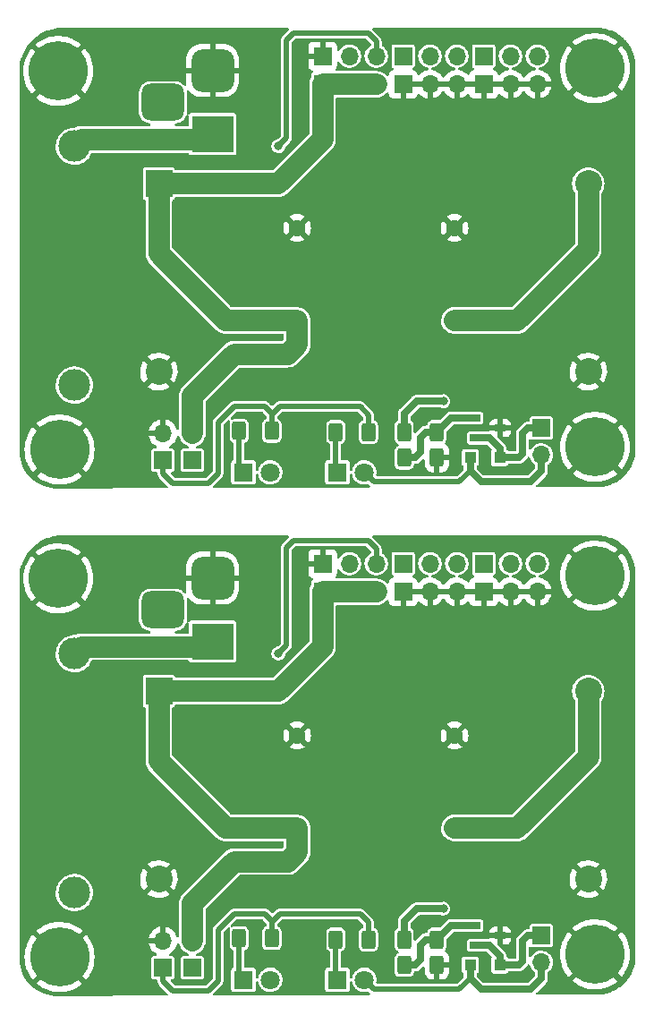
<source format=gtl>
%MOIN*%
%OFA0B0*%
%FSLAX46Y46*%
%IPPOS*%
%LPD*%
%AMRoundRect*
4,1,4,
0.07874015748031496,0.11811023622047245,
0.15748031496062992,0.19685039370078741,
0.23622047244094491,0.27559055118110237,
0.31496062992125984,0.35433070866141736,
0.07874015748031496,0.11811023622047245,
0*
1,1,$1,$2,$3*
1,1,$1,$2,$3*
1,1,$1,$2,$3*
1,1,$1,$2,$3*
20,1,$1,$2,$3,$4,$5,0*
20,1,$1,$2,$3,$4,$5,0*
20,1,$1,$2,$3,$4,$5,0*
20,1,$1,$2,$3,$4,$5,0*%
%AMCOMP7*
4,1,3,
0.015748031496062995,0.024606299212598427,
-0.015748031496062995,0.024606299212598427,
-0.015748031496062995,-0.024606299212598427,
0.015748031496062995,-0.024606299212598427,
0*
4,1,19,
0.015748031496062995,0.034448818897637797,
0.018789537346210115,0.033967091695818442,
0.02153331941232749,0.032569064905265233,
0.0237107971887298,0.030391587128862928,
0.025108823979283011,0.027647805062745546,
0.025590551181102365,0.024606299212598427,
0.025108823979283011,0.021564793362451307,
0.0237107971887298,0.018821011296333928,
0.021533319412327497,0.016643533519931621,
0.018789537346210115,0.015245506729378409,
0.015748031496062995,0.014763779527559057,
0.012706525645915871,0.015245506729378409,
0.009962743579798497,0.016643533519931621,
0.0077852658033961885,0.018821011296333925,
0.0063872390128429787,0.021564793362451307,
0.0059055118110236228,0.024606299212598427,
0.006387239012842977,0.027647805062745546,
0.0077852658033961868,0.030391587128862925,
0.0099627435797984918,0.032569064905265233,
0.012706525645915871,0.033967091695818442,
0*
4,1,19,
-0.015748031496062995,0.034448818897637797,
-0.012706525645915873,0.033967091695818442,
-0.0099627435797984935,0.032569064905265233,
-0.0077852658033961877,0.030391587128862928,
-0.0063872390128429787,0.027647805062745546,
-0.0059055118110236228,0.024606299212598427,
-0.006387239012842977,0.021564793362451307,
-0.0077852658033961877,0.018821011296333928,
-0.0099627435797984918,0.016643533519931621,
-0.012706525645915873,0.015245506729378409,
-0.015748031496062992,0.014763779527559057,
-0.018789537346210118,0.015245506729378409,
-0.02153331941232749,0.016643533519931621,
-0.0237107971887298,0.018821011296333925,
-0.025108823979283011,0.021564793362451307,
-0.025590551181102365,0.024606299212598427,
-0.025108823979283011,0.027647805062745546,
-0.0237107971887298,0.030391587128862925,
-0.021533319412327497,0.032569064905265233,
-0.018789537346210118,0.033967091695818442,
0*
4,1,19,
-0.015748031496062995,-0.014763779527559057,
-0.012706525645915873,-0.015245506729378409,
-0.0099627435797984935,-0.016643533519931621,
-0.0077852658033961877,-0.018821011296333928,
-0.0063872390128429787,-0.021564793362451307,
-0.0059055118110236228,-0.024606299212598427,
-0.006387239012842977,-0.027647805062745546,
-0.0077852658033961877,-0.030391587128862925,
-0.0099627435797984918,-0.032569064905265233,
-0.012706525645915873,-0.033967091695818442,
-0.015748031496062992,-0.034448818897637797,
-0.018789537346210118,-0.033967091695818442,
-0.02153331941232749,-0.032569064905265233,
-0.0237107971887298,-0.030391587128862928,
-0.025108823979283011,-0.027647805062745546,
-0.025590551181102365,-0.024606299212598427,
-0.025108823979283011,-0.021564793362451307,
-0.0237107971887298,-0.018821011296333928,
-0.021533319412327497,-0.016643533519931621,
-0.018789537346210118,-0.015245506729378409,
0*
4,1,19,
0.015748031496062995,-0.014763779527559057,
0.018789537346210115,-0.015245506729378409,
0.02153331941232749,-0.016643533519931621,
0.0237107971887298,-0.018821011296333928,
0.025108823979283011,-0.021564793362451307,
0.025590551181102365,-0.024606299212598427,
0.025108823979283011,-0.027647805062745546,
0.0237107971887298,-0.030391587128862925,
0.021533319412327497,-0.032569064905265233,
0.018789537346210115,-0.033967091695818442,
0.015748031496062995,-0.034448818897637797,
0.012706525645915871,-0.033967091695818442,
0.009962743579798497,-0.032569064905265233,
0.0077852658033961885,-0.030391587128862928,
0.0063872390128429787,-0.027647805062745546,
0.0059055118110236228,-0.024606299212598427,
0.006387239012842977,-0.021564793362451307,
0.0077852658033961868,-0.018821011296333928,
0.0099627435797984918,-0.016643533519931621,
0.012706525645915871,-0.015245506729378409,
0*
4,1,3,
0.015748031496062995,0.034448818897637797,
0.015748031496062995,0.014763779527559057,
-0.015748031496062995,0.014763779527559057,
-0.015748031496062995,0.034448818897637797,
0*
4,1,3,
-0.025590551181102365,0.024606299212598427,
-0.0059055118110236228,0.024606299212598427,
-0.0059055118110236228,-0.024606299212598427,
-0.025590551181102365,-0.024606299212598427,
0*
4,1,3,
-0.015748031496062995,-0.034448818897637797,
-0.015748031496062995,-0.014763779527559057,
0.015748031496062995,-0.014763779527559057,
0.015748031496062995,-0.034448818897637797,
0*
4,1,3,
0.025590551181102365,-0.024606299212598427,
0.0059055118110236228,-0.024606299212598427,
0.0059055118110236228,0.024606299212598427,
0.025590551181102365,0.024606299212598427,
0*%
%AMCOMP8*
4,1,3,
-0.015748031496062995,-0.024606299212598427,
0.015748031496062995,-0.024606299212598427,
0.015748031496062995,0.024606299212598427,
-0.015748031496062995,0.024606299212598427,
0*
4,1,19,
-0.015748031496062995,-0.014763779527559057,
-0.012706525645915873,-0.015245506729378409,
-0.0099627435797984935,-0.016643533519931621,
-0.0077852658033961877,-0.018821011296333928,
-0.0063872390128429787,-0.021564793362451307,
-0.0059055118110236228,-0.024606299212598427,
-0.006387239012842977,-0.027647805062745546,
-0.0077852658033961877,-0.030391587128862925,
-0.0099627435797984918,-0.032569064905265233,
-0.012706525645915873,-0.033967091695818442,
-0.015748031496062992,-0.034448818897637797,
-0.018789537346210118,-0.033967091695818442,
-0.02153331941232749,-0.032569064905265233,
-0.0237107971887298,-0.030391587128862928,
-0.025108823979283011,-0.027647805062745546,
-0.025590551181102365,-0.024606299212598427,
-0.025108823979283011,-0.021564793362451307,
-0.0237107971887298,-0.018821011296333928,
-0.021533319412327497,-0.016643533519931621,
-0.018789537346210118,-0.015245506729378409,
0*
4,1,19,
0.015748031496062995,-0.014763779527559057,
0.018789537346210115,-0.015245506729378409,
0.02153331941232749,-0.016643533519931621,
0.0237107971887298,-0.018821011296333928,
0.025108823979283011,-0.021564793362451307,
0.025590551181102365,-0.024606299212598427,
0.025108823979283011,-0.027647805062745546,
0.0237107971887298,-0.030391587128862925,
0.021533319412327497,-0.032569064905265233,
0.018789537346210115,-0.033967091695818442,
0.015748031496062995,-0.034448818897637797,
0.012706525645915871,-0.033967091695818442,
0.009962743579798497,-0.032569064905265233,
0.0077852658033961885,-0.030391587128862928,
0.0063872390128429787,-0.027647805062745546,
0.0059055118110236228,-0.024606299212598427,
0.006387239012842977,-0.021564793362451307,
0.0077852658033961868,-0.018821011296333928,
0.0099627435797984918,-0.016643533519931621,
0.012706525645915871,-0.015245506729378409,
0*
4,1,19,
0.015748031496062995,0.034448818897637797,
0.018789537346210115,0.033967091695818442,
0.02153331941232749,0.032569064905265233,
0.0237107971887298,0.030391587128862928,
0.025108823979283011,0.027647805062745546,
0.025590551181102365,0.024606299212598427,
0.025108823979283011,0.021564793362451307,
0.0237107971887298,0.018821011296333928,
0.021533319412327497,0.016643533519931621,
0.018789537346210115,0.015245506729378409,
0.015748031496062995,0.014763779527559057,
0.012706525645915871,0.015245506729378409,
0.009962743579798497,0.016643533519931621,
0.0077852658033961885,0.018821011296333925,
0.0063872390128429787,0.021564793362451307,
0.0059055118110236228,0.024606299212598427,
0.006387239012842977,0.027647805062745546,
0.0077852658033961868,0.030391587128862925,
0.0099627435797984918,0.032569064905265233,
0.012706525645915871,0.033967091695818442,
0*
4,1,19,
-0.015748031496062995,0.034448818897637797,
-0.012706525645915873,0.033967091695818442,
-0.0099627435797984935,0.032569064905265233,
-0.0077852658033961877,0.030391587128862928,
-0.0063872390128429787,0.027647805062745546,
-0.0059055118110236228,0.024606299212598427,
-0.006387239012842977,0.021564793362451307,
-0.0077852658033961877,0.018821011296333928,
-0.0099627435797984918,0.016643533519931621,
-0.012706525645915873,0.015245506729378409,
-0.015748031496062992,0.014763779527559057,
-0.018789537346210118,0.015245506729378409,
-0.02153331941232749,0.016643533519931621,
-0.0237107971887298,0.018821011296333925,
-0.025108823979283011,0.021564793362451307,
-0.025590551181102365,0.024606299212598427,
-0.025108823979283011,0.027647805062745546,
-0.0237107971887298,0.030391587128862925,
-0.021533319412327497,0.032569064905265233,
-0.018789537346210118,0.033967091695818442,
0*
4,1,3,
-0.015748031496062995,-0.034448818897637797,
-0.015748031496062995,-0.014763779527559057,
0.015748031496062995,-0.014763779527559057,
0.015748031496062995,-0.034448818897637797,
0*
4,1,3,
0.025590551181102365,-0.024606299212598427,
0.0059055118110236228,-0.024606299212598427,
0.0059055118110236228,0.024606299212598427,
0.025590551181102365,0.024606299212598427,
0*
4,1,3,
0.015748031496062995,0.034448818897637797,
0.015748031496062995,0.014763779527559057,
-0.015748031496062995,0.014763779527559057,
-0.015748031496062995,0.034448818897637797,
0*
4,1,3,
-0.025590551181102365,0.024606299212598427,
-0.0059055118110236228,0.024606299212598427,
-0.0059055118110236228,-0.024606299212598427,
-0.025590551181102365,-0.024606299212598427,
0*%
%AMCOMP9*
4,1,3,
-0.03937007874015748,0.03937007874015748,
-0.03937007874015748,-0.03937007874015748,
0.03937007874015748,-0.03937007874015748,
0.03937007874015748,0.03937007874015748,
0*
4,1,19,
-0.03937007874015748,0.07874015748031496,
-0.027204055339569,0.076813248673037543,
-0.016228927075099483,0.0712211415108247,
-0.0075190159694902585,0.062511230405215487,
-0.0019269088072774202,0.051536102140745964,
0,0.03937007874015748,
-0.0019269088072774157,0.027204055339569003,
-0.0075190159694902585,0.01622892707509949,
-0.016228927075099479,0.0075190159694902628,
-0.027204055339569,0.0019269088072774202,
-0.03937007874015748,0,
-0.051536102140745978,0.0019269088072774202,
-0.062511230405215473,0.0075190159694902541,
-0.0712211415108247,0.016228927075099479,
-0.076813248673037543,0.027204055339568996,
-0.07874015748031496,0.039370078740157473,
-0.076813248673037543,0.051536102140745957,
-0.0712211415108247,0.062511230405215473,
-0.062511230405215487,0.0712211415108247,
-0.051536102140745978,0.076813248673037543,
0*
4,1,19,
-0.03937007874015748,0,
-0.027204055339569,-0.0019269088072774202,
-0.016228927075099483,-0.0075190159694902585,
-0.0075190159694902585,-0.016228927075099483,
-0.0019269088072774202,-0.027204055339569,
0,-0.03937007874015748,
-0.0019269088072774157,-0.051536102140745964,
-0.0075190159694902585,-0.062511230405215473,
-0.016228927075099479,-0.0712211415108247,
-0.027204055339569,-0.076813248673037543,
-0.03937007874015748,-0.07874015748031496,
-0.051536102140745978,-0.076813248673037543,
-0.062511230405215473,-0.0712211415108247,
-0.0712211415108247,-0.062511230405215487,
-0.076813248673037543,-0.051536102140745964,
-0.07874015748031496,-0.039370078740157494,
-0.076813248673037543,-0.02720405533956901,
-0.0712211415108247,-0.016228927075099493,
-0.062511230405215487,-0.0075190159694902628,
-0.051536102140745978,-0.0019269088072774202,
0*
4,1,19,
0.03937007874015748,0,
0.051536102140745964,-0.0019269088072774202,
0.062511230405215487,-0.0075190159694902585,
0.0712211415108247,-0.016228927075099483,
0.076813248673037543,-0.027204055339569,
0.07874015748031496,-0.03937007874015748,
0.076813248673037543,-0.051536102140745964,
0.0712211415108247,-0.062511230405215473,
0.062511230405215487,-0.0712211415108247,
0.051536102140745964,-0.076813248673037543,
0.039370078740157494,-0.07874015748031496,
0.027204055339568992,-0.076813248673037543,
0.01622892707509949,-0.0712211415108247,
0.0075190159694902628,-0.062511230405215487,
0.0019269088072774202,-0.051536102140745964,
0,-0.039370078740157494,
0.0019269088072774157,-0.02720405533956901,
0.0075190159694902541,-0.016228927075099493,
0.016228927075099476,-0.0075190159694902628,
0.027204055339568992,-0.0019269088072774202,
0*
4,1,19,
0.03937007874015748,0.07874015748031496,
0.051536102140745964,0.076813248673037543,
0.062511230405215487,0.0712211415108247,
0.0712211415108247,0.062511230405215487,
0.076813248673037543,0.051536102140745964,
0.07874015748031496,0.03937007874015748,
0.076813248673037543,0.027204055339569003,
0.0712211415108247,0.01622892707509949,
0.062511230405215487,0.0075190159694902628,
0.051536102140745964,0.0019269088072774202,
0.039370078740157494,0,
0.027204055339568992,0.0019269088072774202,
0.01622892707509949,0.0075190159694902541,
0.0075190159694902628,0.016228927075099479,
0.0019269088072774202,0.027204055339568996,
0,0.039370078740157473,
0.0019269088072774157,0.051536102140745957,
0.0075190159694902541,0.062511230405215473,
0.016228927075099476,0.0712211415108247,
0.027204055339568992,0.076813248673037543,
0*
4,1,3,
-0.07874015748031496,0.03937007874015748,
0,0.03937007874015748,
0,-0.03937007874015748,
-0.07874015748031496,-0.03937007874015748,
0*
4,1,3,
-0.03937007874015748,-0.07874015748031496,
-0.03937007874015748,0,
0.03937007874015748,0,
0.03937007874015748,-0.07874015748031496,
0*
4,1,3,
0.07874015748031496,-0.03937007874015748,
0,-0.03937007874015748,
0,0.03937007874015748,
0.07874015748031496,0.03937007874015748,
0*
4,1,3,
0.03937007874015748,0.07874015748031496,
0.03937007874015748,0,
-0.03937007874015748,0,
-0.03937007874015748,0.07874015748031496,
0*%
%AMCOMP10*
4,1,3,
-0.04429133858267717,0.034448818897637797,
-0.04429133858267717,-0.034448818897637797,
0.04429133858267717,-0.034448818897637797,
0.04429133858267717,0.034448818897637797,
0*
4,1,19,
-0.04429133858267717,0.068897637795275593,
-0.033646068107162252,0.067211592588907854,
-0.02404283087575142,0.062318498821971623,
-0.016421658658343347,0.054697326604563543,
-0.011528564891407115,0.045094089373152721,
-0.00984251968503937,0.034448818897637797,
-0.011528564891407109,0.023803548422122879,
-0.016421658658343347,0.014200311190712054,
-0.024042830875751417,0.00657913897330398,
-0.033646068107162239,0.0016860452063677432,
-0.04429133858267717,0,
-0.054936609058192094,0.0016860452063677432,
-0.064539846289602909,0.0065791389733039713,
-0.072161018507010982,0.014200311190712045,
-0.07705411227394722,0.023803548422122869,
-0.07874015748031496,0.03444881889763779,
-0.07705411227394722,0.045094089373152707,
-0.072161018507011,0.054697326604563536,
-0.064539846289602923,0.062318498821971616,
-0.054936609058192094,0.067211592588907854,
0*
4,1,19,
-0.04429133858267717,0,
-0.033646068107162252,-0.0016860452063677432,
-0.02404283087575142,-0.0065791389733039756,
-0.016421658658343347,-0.014200311190712049,
-0.011528564891407115,-0.023803548422122876,
-0.00984251968503937,-0.034448818897637797,
-0.011528564891407109,-0.045094089373152714,
-0.016421658658343347,-0.054697326604563536,
-0.024042830875751417,-0.062318498821971616,
-0.033646068107162239,-0.067211592588907854,
-0.04429133858267717,-0.068897637795275593,
-0.054936609058192094,-0.067211592588907854,
-0.064539846289602909,-0.062318498821971623,
-0.072161018507010982,-0.054697326604563556,
-0.07705411227394722,-0.045094089373152721,
-0.07874015748031496,-0.0344488188976378,
-0.07705411227394722,-0.023803548422122883,
-0.072161018507011,-0.014200311190712057,
-0.064539846289602923,-0.00657913897330398,
-0.054936609058192094,-0.0016860452063677432,
0*
4,1,19,
0.04429133858267717,0,
0.054936609058192087,-0.0016860452063677432,
0.064539846289602909,-0.0065791389733039756,
0.072161018507011,-0.014200311190712049,
0.07705411227394722,-0.023803548422122876,
0.07874015748031496,-0.034448818897637797,
0.07705411227394722,-0.045094089373152714,
0.072161018507011,-0.054697326604563536,
0.064539846289602923,-0.062318498821971616,
0.054936609058192094,-0.067211592588907854,
0.04429133858267717,-0.068897637795275593,
0.033646068107162239,-0.067211592588907854,
0.024042830875751424,-0.062318498821971623,
0.016421658658343351,-0.054697326604563556,
0.011528564891407115,-0.045094089373152721,
0.00984251968503937,-0.0344488188976378,
0.011528564891407109,-0.023803548422122883,
0.016421658658343344,-0.014200311190712057,
0.02404283087575141,-0.00657913897330398,
0.033646068107162239,-0.0016860452063677432,
0*
4,1,19,
0.04429133858267717,0.068897637795275593,
0.054936609058192087,0.067211592588907854,
0.064539846289602909,0.062318498821971623,
0.072161018507011,0.054697326604563543,
0.07705411227394722,0.045094089373152721,
0.07874015748031496,0.034448818897637797,
0.07705411227394722,0.023803548422122879,
0.072161018507011,0.014200311190712054,
0.064539846289602923,0.00657913897330398,
0.054936609058192094,0.0016860452063677432,
0.04429133858267717,0,
0.033646068107162239,0.0016860452063677432,
0.024042830875751424,0.0065791389733039713,
0.016421658658343351,0.014200311190712045,
0.011528564891407115,0.023803548422122869,
0.00984251968503937,0.03444881889763779,
0.011528564891407109,0.045094089373152707,
0.016421658658343344,0.054697326604563536,
0.02404283087575141,0.062318498821971616,
0.033646068107162239,0.067211592588907854,
0*
4,1,3,
-0.07874015748031496,0.034448818897637797,
-0.00984251968503937,0.034448818897637797,
-0.00984251968503937,-0.034448818897637797,
-0.07874015748031496,-0.034448818897637797,
0*
4,1,3,
-0.04429133858267717,-0.068897637795275593,
-0.04429133858267717,0,
0.04429133858267717,0,
0.04429133858267717,-0.068897637795275593,
0*
4,1,3,
0.07874015748031496,-0.034448818897637797,
0.00984251968503937,-0.034448818897637797,
0.00984251968503937,0.034448818897637797,
0.07874015748031496,0.034448818897637797,
0*
4,1,3,
0.04429133858267717,0.068897637795275593,
0.04429133858267717,0,
-0.04429133858267717,0,
-0.04429133858267717,0.068897637795275593,
0*%
%AMRoundRect0*
4,1,4,
0.07874015748031496,0.11811023622047245,
0.15748031496062992,0.19685039370078741,
0.23622047244094491,0.27559055118110237,
0.31496062992125984,0.35433070866141736,
0.07874015748031496,0.11811023622047245,
0*
1,1,$1,$2,$3*
1,1,$1,$2,$3*
1,1,$1,$2,$3*
1,1,$1,$2,$3*
20,1,$1,$2,$3,$4,$5,0*
20,1,$1,$2,$3,$4,$5,0*
20,1,$1,$2,$3,$4,$5,0*
20,1,$1,$2,$3,$4,$5,0*%
%AMCOMP230*
4,1,3,
0.015748031496062995,0.024606299212598427,
-0.015748031496062995,0.024606299212598427,
-0.015748031496062995,-0.024606299212598427,
0.015748031496062995,-0.024606299212598427,
0*
4,1,19,
0.015748031496062995,0.034448818897637797,
0.018789537346210115,0.033967091695818442,
0.02153331941232749,0.032569064905265233,
0.0237107971887298,0.030391587128862928,
0.025108823979283011,0.027647805062745546,
0.025590551181102365,0.024606299212598427,
0.025108823979283011,0.021564793362451307,
0.0237107971887298,0.018821011296333928,
0.021533319412327497,0.016643533519931621,
0.018789537346210115,0.015245506729378409,
0.015748031496062995,0.014763779527559057,
0.012706525645915871,0.015245506729378409,
0.009962743579798497,0.016643533519931621,
0.0077852658033961885,0.018821011296333925,
0.0063872390128429787,0.021564793362451307,
0.0059055118110236228,0.024606299212598427,
0.006387239012842977,0.027647805062745546,
0.0077852658033961868,0.030391587128862925,
0.0099627435797984918,0.032569064905265233,
0.012706525645915871,0.033967091695818442,
0*
4,1,19,
-0.015748031496062995,0.034448818897637797,
-0.012706525645915873,0.033967091695818442,
-0.0099627435797984935,0.032569064905265233,
-0.0077852658033961877,0.030391587128862928,
-0.0063872390128429787,0.027647805062745546,
-0.0059055118110236228,0.024606299212598427,
-0.006387239012842977,0.021564793362451307,
-0.0077852658033961877,0.018821011296333928,
-0.0099627435797984918,0.016643533519931621,
-0.012706525645915873,0.015245506729378409,
-0.015748031496062992,0.014763779527559057,
-0.018789537346210118,0.015245506729378409,
-0.02153331941232749,0.016643533519931621,
-0.0237107971887298,0.018821011296333925,
-0.025108823979283011,0.021564793362451307,
-0.025590551181102365,0.024606299212598427,
-0.025108823979283011,0.027647805062745546,
-0.0237107971887298,0.030391587128862925,
-0.021533319412327497,0.032569064905265233,
-0.018789537346210118,0.033967091695818442,
0*
4,1,19,
-0.015748031496062995,-0.014763779527559057,
-0.012706525645915873,-0.015245506729378409,
-0.0099627435797984935,-0.016643533519931621,
-0.0077852658033961877,-0.018821011296333928,
-0.0063872390128429787,-0.021564793362451307,
-0.0059055118110236228,-0.024606299212598427,
-0.006387239012842977,-0.027647805062745546,
-0.0077852658033961877,-0.030391587128862925,
-0.0099627435797984918,-0.032569064905265233,
-0.012706525645915873,-0.033967091695818442,
-0.015748031496062992,-0.034448818897637797,
-0.018789537346210118,-0.033967091695818442,
-0.02153331941232749,-0.032569064905265233,
-0.0237107971887298,-0.030391587128862928,
-0.025108823979283011,-0.027647805062745546,
-0.025590551181102365,-0.024606299212598427,
-0.025108823979283011,-0.021564793362451307,
-0.0237107971887298,-0.018821011296333928,
-0.021533319412327497,-0.016643533519931621,
-0.018789537346210118,-0.015245506729378409,
0*
4,1,19,
0.015748031496062995,-0.014763779527559057,
0.018789537346210115,-0.015245506729378409,
0.02153331941232749,-0.016643533519931621,
0.0237107971887298,-0.018821011296333928,
0.025108823979283011,-0.021564793362451307,
0.025590551181102365,-0.024606299212598427,
0.025108823979283011,-0.027647805062745546,
0.0237107971887298,-0.030391587128862925,
0.021533319412327497,-0.032569064905265233,
0.018789537346210115,-0.033967091695818442,
0.015748031496062995,-0.034448818897637797,
0.012706525645915871,-0.033967091695818442,
0.009962743579798497,-0.032569064905265233,
0.0077852658033961885,-0.030391587128862928,
0.0063872390128429787,-0.027647805062745546,
0.0059055118110236228,-0.024606299212598427,
0.006387239012842977,-0.021564793362451307,
0.0077852658033961868,-0.018821011296333928,
0.0099627435797984918,-0.016643533519931621,
0.012706525645915871,-0.015245506729378409,
0*
4,1,3,
0.015748031496062995,0.034448818897637797,
0.015748031496062995,0.014763779527559057,
-0.015748031496062995,0.014763779527559057,
-0.015748031496062995,0.034448818897637797,
0*
4,1,3,
-0.025590551181102365,0.024606299212598427,
-0.0059055118110236228,0.024606299212598427,
-0.0059055118110236228,-0.024606299212598427,
-0.025590551181102365,-0.024606299212598427,
0*
4,1,3,
-0.015748031496062995,-0.034448818897637797,
-0.015748031496062995,-0.014763779527559057,
0.015748031496062995,-0.014763779527559057,
0.015748031496062995,-0.034448818897637797,
0*
4,1,3,
0.025590551181102365,-0.024606299212598427,
0.0059055118110236228,-0.024606299212598427,
0.0059055118110236228,0.024606299212598427,
0.025590551181102365,0.024606299212598427,
0*%
%AMCOMP240*
4,1,3,
-0.015748031496062995,-0.024606299212598427,
0.015748031496062995,-0.024606299212598427,
0.015748031496062995,0.024606299212598427,
-0.015748031496062995,0.024606299212598427,
0*
4,1,19,
-0.015748031496062995,-0.014763779527559057,
-0.012706525645915873,-0.015245506729378409,
-0.0099627435797984935,-0.016643533519931621,
-0.0077852658033961877,-0.018821011296333928,
-0.0063872390128429787,-0.021564793362451307,
-0.0059055118110236228,-0.024606299212598427,
-0.006387239012842977,-0.027647805062745546,
-0.0077852658033961877,-0.030391587128862925,
-0.0099627435797984918,-0.032569064905265233,
-0.012706525645915873,-0.033967091695818442,
-0.015748031496062992,-0.034448818897637797,
-0.018789537346210118,-0.033967091695818442,
-0.02153331941232749,-0.032569064905265233,
-0.0237107971887298,-0.030391587128862928,
-0.025108823979283011,-0.027647805062745546,
-0.025590551181102365,-0.024606299212598427,
-0.025108823979283011,-0.021564793362451307,
-0.0237107971887298,-0.018821011296333928,
-0.021533319412327497,-0.016643533519931621,
-0.018789537346210118,-0.015245506729378409,
0*
4,1,19,
0.015748031496062995,-0.014763779527559057,
0.018789537346210115,-0.015245506729378409,
0.02153331941232749,-0.016643533519931621,
0.0237107971887298,-0.018821011296333928,
0.025108823979283011,-0.021564793362451307,
0.025590551181102365,-0.024606299212598427,
0.025108823979283011,-0.027647805062745546,
0.0237107971887298,-0.030391587128862925,
0.021533319412327497,-0.032569064905265233,
0.018789537346210115,-0.033967091695818442,
0.015748031496062995,-0.034448818897637797,
0.012706525645915871,-0.033967091695818442,
0.009962743579798497,-0.032569064905265233,
0.0077852658033961885,-0.030391587128862928,
0.0063872390128429787,-0.027647805062745546,
0.0059055118110236228,-0.024606299212598427,
0.006387239012842977,-0.021564793362451307,
0.0077852658033961868,-0.018821011296333928,
0.0099627435797984918,-0.016643533519931621,
0.012706525645915871,-0.015245506729378409,
0*
4,1,19,
0.015748031496062995,0.034448818897637797,
0.018789537346210115,0.033967091695818442,
0.02153331941232749,0.032569064905265233,
0.0237107971887298,0.030391587128862928,
0.025108823979283011,0.027647805062745546,
0.025590551181102365,0.024606299212598427,
0.025108823979283011,0.021564793362451307,
0.0237107971887298,0.018821011296333928,
0.021533319412327497,0.016643533519931621,
0.018789537346210115,0.015245506729378409,
0.015748031496062995,0.014763779527559057,
0.012706525645915871,0.015245506729378409,
0.009962743579798497,0.016643533519931621,
0.0077852658033961885,0.018821011296333925,
0.0063872390128429787,0.021564793362451307,
0.0059055118110236228,0.024606299212598427,
0.006387239012842977,0.027647805062745546,
0.0077852658033961868,0.030391587128862925,
0.0099627435797984918,0.032569064905265233,
0.012706525645915871,0.033967091695818442,
0*
4,1,19,
-0.015748031496062995,0.034448818897637797,
-0.012706525645915873,0.033967091695818442,
-0.0099627435797984935,0.032569064905265233,
-0.0077852658033961877,0.030391587128862928,
-0.0063872390128429787,0.027647805062745546,
-0.0059055118110236228,0.024606299212598427,
-0.006387239012842977,0.021564793362451307,
-0.0077852658033961877,0.018821011296333928,
-0.0099627435797984918,0.016643533519931621,
-0.012706525645915873,0.015245506729378409,
-0.015748031496062992,0.014763779527559057,
-0.018789537346210118,0.015245506729378409,
-0.02153331941232749,0.016643533519931621,
-0.0237107971887298,0.018821011296333925,
-0.025108823979283011,0.021564793362451307,
-0.025590551181102365,0.024606299212598427,
-0.025108823979283011,0.027647805062745546,
-0.0237107971887298,0.030391587128862925,
-0.021533319412327497,0.032569064905265233,
-0.018789537346210118,0.033967091695818442,
0*
4,1,3,
-0.015748031496062995,-0.034448818897637797,
-0.015748031496062995,-0.014763779527559057,
0.015748031496062995,-0.014763779527559057,
0.015748031496062995,-0.034448818897637797,
0*
4,1,3,
0.025590551181102365,-0.024606299212598427,
0.0059055118110236228,-0.024606299212598427,
0.0059055118110236228,0.024606299212598427,
0.025590551181102365,0.024606299212598427,
0*
4,1,3,
0.015748031496062995,0.034448818897637797,
0.015748031496062995,0.014763779527559057,
-0.015748031496062995,0.014763779527559057,
-0.015748031496062995,0.034448818897637797,
0*
4,1,3,
-0.025590551181102365,0.024606299212598427,
-0.0059055118110236228,0.024606299212598427,
-0.0059055118110236228,-0.024606299212598427,
-0.025590551181102365,-0.024606299212598427,
0*%
%AMCOMP250*
4,1,3,
-0.03937007874015748,0.03937007874015748,
-0.03937007874015748,-0.03937007874015748,
0.03937007874015748,-0.03937007874015748,
0.03937007874015748,0.03937007874015748,
0*
4,1,19,
-0.03937007874015748,0.07874015748031496,
-0.027204055339569,0.076813248673037543,
-0.016228927075099483,0.0712211415108247,
-0.0075190159694902585,0.062511230405215487,
-0.0019269088072774202,0.051536102140745964,
0,0.03937007874015748,
-0.0019269088072774157,0.027204055339569003,
-0.0075190159694902585,0.01622892707509949,
-0.016228927075099479,0.0075190159694902628,
-0.027204055339569,0.0019269088072774202,
-0.03937007874015748,0,
-0.051536102140745978,0.0019269088072774202,
-0.062511230405215473,0.0075190159694902541,
-0.0712211415108247,0.016228927075099479,
-0.076813248673037543,0.027204055339568996,
-0.07874015748031496,0.039370078740157473,
-0.076813248673037543,0.051536102140745957,
-0.0712211415108247,0.062511230405215473,
-0.062511230405215487,0.0712211415108247,
-0.051536102140745978,0.076813248673037543,
0*
4,1,19,
-0.03937007874015748,0,
-0.027204055339569,-0.0019269088072774202,
-0.016228927075099483,-0.0075190159694902585,
-0.0075190159694902585,-0.016228927075099483,
-0.0019269088072774202,-0.027204055339569,
0,-0.03937007874015748,
-0.0019269088072774157,-0.051536102140745964,
-0.0075190159694902585,-0.062511230405215473,
-0.016228927075099479,-0.0712211415108247,
-0.027204055339569,-0.076813248673037543,
-0.03937007874015748,-0.07874015748031496,
-0.051536102140745978,-0.076813248673037543,
-0.062511230405215473,-0.0712211415108247,
-0.0712211415108247,-0.062511230405215487,
-0.076813248673037543,-0.051536102140745964,
-0.07874015748031496,-0.039370078740157494,
-0.076813248673037543,-0.02720405533956901,
-0.0712211415108247,-0.016228927075099493,
-0.062511230405215487,-0.0075190159694902628,
-0.051536102140745978,-0.0019269088072774202,
0*
4,1,19,
0.03937007874015748,0,
0.051536102140745964,-0.0019269088072774202,
0.062511230405215487,-0.0075190159694902585,
0.0712211415108247,-0.016228927075099483,
0.076813248673037543,-0.027204055339569,
0.07874015748031496,-0.03937007874015748,
0.076813248673037543,-0.051536102140745964,
0.0712211415108247,-0.062511230405215473,
0.062511230405215487,-0.0712211415108247,
0.051536102140745964,-0.076813248673037543,
0.039370078740157494,-0.07874015748031496,
0.027204055339568992,-0.076813248673037543,
0.01622892707509949,-0.0712211415108247,
0.0075190159694902628,-0.062511230405215487,
0.0019269088072774202,-0.051536102140745964,
0,-0.039370078740157494,
0.0019269088072774157,-0.02720405533956901,
0.0075190159694902541,-0.016228927075099493,
0.016228927075099476,-0.0075190159694902628,
0.027204055339568992,-0.0019269088072774202,
0*
4,1,19,
0.03937007874015748,0.07874015748031496,
0.051536102140745964,0.076813248673037543,
0.062511230405215487,0.0712211415108247,
0.0712211415108247,0.062511230405215487,
0.076813248673037543,0.051536102140745964,
0.07874015748031496,0.03937007874015748,
0.076813248673037543,0.027204055339569003,
0.0712211415108247,0.01622892707509949,
0.062511230405215487,0.0075190159694902628,
0.051536102140745964,0.0019269088072774202,
0.039370078740157494,0,
0.027204055339568992,0.0019269088072774202,
0.01622892707509949,0.0075190159694902541,
0.0075190159694902628,0.016228927075099479,
0.0019269088072774202,0.027204055339568996,
0,0.039370078740157473,
0.0019269088072774157,0.051536102140745957,
0.0075190159694902541,0.062511230405215473,
0.016228927075099476,0.0712211415108247,
0.027204055339568992,0.076813248673037543,
0*
4,1,3,
-0.07874015748031496,0.03937007874015748,
0,0.03937007874015748,
0,-0.03937007874015748,
-0.07874015748031496,-0.03937007874015748,
0*
4,1,3,
-0.03937007874015748,-0.07874015748031496,
-0.03937007874015748,0,
0.03937007874015748,0,
0.03937007874015748,-0.07874015748031496,
0*
4,1,3,
0.07874015748031496,-0.03937007874015748,
0,-0.03937007874015748,
0,0.03937007874015748,
0.07874015748031496,0.03937007874015748,
0*
4,1,3,
0.03937007874015748,0.07874015748031496,
0.03937007874015748,0,
-0.03937007874015748,0,
-0.03937007874015748,0.07874015748031496,
0*%
%AMCOMP260*
4,1,3,
-0.04429133858267717,0.034448818897637797,
-0.04429133858267717,-0.034448818897637797,
0.04429133858267717,-0.034448818897637797,
0.04429133858267717,0.034448818897637797,
0*
4,1,19,
-0.04429133858267717,0.068897637795275593,
-0.033646068107162252,0.067211592588907854,
-0.02404283087575142,0.062318498821971623,
-0.016421658658343347,0.054697326604563543,
-0.011528564891407115,0.045094089373152721,
-0.00984251968503937,0.034448818897637797,
-0.011528564891407109,0.023803548422122879,
-0.016421658658343347,0.014200311190712054,
-0.024042830875751417,0.00657913897330398,
-0.033646068107162239,0.0016860452063677432,
-0.04429133858267717,0,
-0.054936609058192094,0.0016860452063677432,
-0.064539846289602909,0.0065791389733039713,
-0.072161018507010982,0.014200311190712045,
-0.07705411227394722,0.023803548422122869,
-0.07874015748031496,0.03444881889763779,
-0.07705411227394722,0.045094089373152707,
-0.072161018507011,0.054697326604563536,
-0.064539846289602923,0.062318498821971616,
-0.054936609058192094,0.067211592588907854,
0*
4,1,19,
-0.04429133858267717,0,
-0.033646068107162252,-0.0016860452063677432,
-0.02404283087575142,-0.0065791389733039756,
-0.016421658658343347,-0.014200311190712049,
-0.011528564891407115,-0.023803548422122876,
-0.00984251968503937,-0.034448818897637797,
-0.011528564891407109,-0.045094089373152714,
-0.016421658658343347,-0.054697326604563536,
-0.024042830875751417,-0.062318498821971616,
-0.033646068107162239,-0.067211592588907854,
-0.04429133858267717,-0.068897637795275593,
-0.054936609058192094,-0.067211592588907854,
-0.064539846289602909,-0.062318498821971623,
-0.072161018507010982,-0.054697326604563556,
-0.07705411227394722,-0.045094089373152721,
-0.07874015748031496,-0.0344488188976378,
-0.07705411227394722,-0.023803548422122883,
-0.072161018507011,-0.014200311190712057,
-0.064539846289602923,-0.00657913897330398,
-0.054936609058192094,-0.0016860452063677432,
0*
4,1,19,
0.04429133858267717,0,
0.054936609058192087,-0.0016860452063677432,
0.064539846289602909,-0.0065791389733039756,
0.072161018507011,-0.014200311190712049,
0.07705411227394722,-0.023803548422122876,
0.07874015748031496,-0.034448818897637797,
0.07705411227394722,-0.045094089373152714,
0.072161018507011,-0.054697326604563536,
0.064539846289602923,-0.062318498821971616,
0.054936609058192094,-0.067211592588907854,
0.04429133858267717,-0.068897637795275593,
0.033646068107162239,-0.067211592588907854,
0.024042830875751424,-0.062318498821971623,
0.016421658658343351,-0.054697326604563556,
0.011528564891407115,-0.045094089373152721,
0.00984251968503937,-0.0344488188976378,
0.011528564891407109,-0.023803548422122883,
0.016421658658343344,-0.014200311190712057,
0.02404283087575141,-0.00657913897330398,
0.033646068107162239,-0.0016860452063677432,
0*
4,1,19,
0.04429133858267717,0.068897637795275593,
0.054936609058192087,0.067211592588907854,
0.064539846289602909,0.062318498821971623,
0.072161018507011,0.054697326604563543,
0.07705411227394722,0.045094089373152721,
0.07874015748031496,0.034448818897637797,
0.07705411227394722,0.023803548422122879,
0.072161018507011,0.014200311190712054,
0.064539846289602923,0.00657913897330398,
0.054936609058192094,0.0016860452063677432,
0.04429133858267717,0,
0.033646068107162239,0.0016860452063677432,
0.024042830875751424,0.0065791389733039713,
0.016421658658343351,0.014200311190712045,
0.011528564891407115,0.023803548422122869,
0.00984251968503937,0.03444881889763779,
0.011528564891407109,0.045094089373152707,
0.016421658658343344,0.054697326604563536,
0.02404283087575141,0.062318498821971616,
0.033646068107162239,0.067211592588907854,
0*
4,1,3,
-0.07874015748031496,0.034448818897637797,
-0.00984251968503937,0.034448818897637797,
-0.00984251968503937,-0.034448818897637797,
-0.07874015748031496,-0.034448818897637797,
0*
4,1,3,
-0.04429133858267717,-0.068897637795275593,
-0.04429133858267717,0,
0.04429133858267717,0,
0.04429133858267717,-0.068897637795275593,
0*
4,1,3,
0.07874015748031496,-0.034448818897637797,
0.00984251968503937,-0.034448818897637797,
0.00984251968503937,0.034448818897637797,
0.07874015748031496,0.034448818897637797,
0*
4,1,3,
0.04429133858267717,0.068897637795275593,
0.04429133858267717,0,
-0.04429133858267717,0,
-0.04429133858267717,0.068897637795275593,
0*%
%ADD10R,0.043307086614173235X0.043307086614173235*%
%ADD11R,0.070866141732283464X0.070866141732283464*%
%ADD12C,0.070866141732283464*%
%ADD13C,0.11811023622047245*%
%ADD14C,0.22047244094488189*%
%ADD15R,0.066929133858267723X0.066929133858267723*%
%ADD16O,0.066929133858267723X0.066929133858267723*%
%ADD17R,0.03937007874015748X0.027559055118110236*%
%AMCOMP38*
4,1,3,
0.015748031496062995,0.024606299212598427,
-0.015748031496062995,0.024606299212598427,
-0.015748031496062995,-0.024606299212598427,
0.015748031496062995,-0.024606299212598427,
0*
4,1,19,
0.015748031496062995,0.034448818897637797,
0.018789537346210115,0.033967091695818442,
0.02153331941232749,0.032569064905265233,
0.0237107971887298,0.030391587128862928,
0.025108823979283011,0.027647805062745546,
0.025590551181102365,0.024606299212598427,
0.025108823979283011,0.021564793362451307,
0.0237107971887298,0.018821011296333928,
0.021533319412327497,0.016643533519931621,
0.018789537346210115,0.015245506729378409,
0.015748031496062995,0.014763779527559057,
0.012706525645915871,0.015245506729378409,
0.009962743579798497,0.016643533519931621,
0.0077852658033961885,0.018821011296333925,
0.0063872390128429787,0.021564793362451307,
0.0059055118110236228,0.024606299212598427,
0.006387239012842977,0.027647805062745546,
0.0077852658033961868,0.030391587128862925,
0.0099627435797984918,0.032569064905265233,
0.012706525645915871,0.033967091695818442,
0*
4,1,19,
-0.015748031496062995,0.034448818897637797,
-0.012706525645915873,0.033967091695818442,
-0.0099627435797984935,0.032569064905265233,
-0.0077852658033961877,0.030391587128862928,
-0.0063872390128429787,0.027647805062745546,
-0.0059055118110236228,0.024606299212598427,
-0.006387239012842977,0.021564793362451307,
-0.0077852658033961877,0.018821011296333928,
-0.0099627435797984918,0.016643533519931621,
-0.012706525645915873,0.015245506729378409,
-0.015748031496062992,0.014763779527559057,
-0.018789537346210118,0.015245506729378409,
-0.02153331941232749,0.016643533519931621,
-0.0237107971887298,0.018821011296333925,
-0.025108823979283011,0.021564793362451307,
-0.025590551181102365,0.024606299212598427,
-0.025108823979283011,0.027647805062745546,
-0.0237107971887298,0.030391587128862925,
-0.021533319412327497,0.032569064905265233,
-0.018789537346210118,0.033967091695818442,
0*
4,1,19,
-0.015748031496062995,-0.014763779527559057,
-0.012706525645915873,-0.015245506729378409,
-0.0099627435797984935,-0.016643533519931621,
-0.0077852658033961877,-0.018821011296333928,
-0.0063872390128429787,-0.021564793362451307,
-0.0059055118110236228,-0.024606299212598427,
-0.006387239012842977,-0.027647805062745546,
-0.0077852658033961877,-0.030391587128862925,
-0.0099627435797984918,-0.032569064905265233,
-0.012706525645915873,-0.033967091695818442,
-0.015748031496062992,-0.034448818897637797,
-0.018789537346210118,-0.033967091695818442,
-0.02153331941232749,-0.032569064905265233,
-0.0237107971887298,-0.030391587128862928,
-0.025108823979283011,-0.027647805062745546,
-0.025590551181102365,-0.024606299212598427,
-0.025108823979283011,-0.021564793362451307,
-0.0237107971887298,-0.018821011296333928,
-0.021533319412327497,-0.016643533519931621,
-0.018789537346210118,-0.015245506729378409,
0*
4,1,19,
0.015748031496062995,-0.014763779527559057,
0.018789537346210115,-0.015245506729378409,
0.02153331941232749,-0.016643533519931621,
0.0237107971887298,-0.018821011296333928,
0.025108823979283011,-0.021564793362451307,
0.025590551181102365,-0.024606299212598427,
0.025108823979283011,-0.027647805062745546,
0.0237107971887298,-0.030391587128862925,
0.021533319412327497,-0.032569064905265233,
0.018789537346210115,-0.033967091695818442,
0.015748031496062995,-0.034448818897637797,
0.012706525645915871,-0.033967091695818442,
0.009962743579798497,-0.032569064905265233,
0.0077852658033961885,-0.030391587128862928,
0.0063872390128429787,-0.027647805062745546,
0.0059055118110236228,-0.024606299212598427,
0.006387239012842977,-0.021564793362451307,
0.0077852658033961868,-0.018821011296333928,
0.0099627435797984918,-0.016643533519931621,
0.012706525645915871,-0.015245506729378409,
0*
4,1,3,
0.015748031496062995,0.034448818897637797,
0.015748031496062995,0.014763779527559057,
-0.015748031496062995,0.014763779527559057,
-0.015748031496062995,0.034448818897637797,
0*
4,1,3,
-0.025590551181102365,0.024606299212598427,
-0.0059055118110236228,0.024606299212598427,
-0.0059055118110236228,-0.024606299212598427,
-0.025590551181102365,-0.024606299212598427,
0*
4,1,3,
-0.015748031496062995,-0.034448818897637797,
-0.015748031496062995,-0.014763779527559057,
0.015748031496062995,-0.014763779527559057,
0.015748031496062995,-0.034448818897637797,
0*
4,1,3,
0.025590551181102365,-0.024606299212598427,
0.0059055118110236228,-0.024606299212598427,
0.0059055118110236228,0.024606299212598427,
0.025590551181102365,0.024606299212598427,
0*%
%ADD18COMP38,0.25X0.4X0.625X-0.4X0.625X-0.4X-0.625X0.4X-0.625X0*%
%AMCOMP44*
4,1,3,
-0.015748031496062995,-0.024606299212598427,
0.015748031496062995,-0.024606299212598427,
0.015748031496062995,0.024606299212598427,
-0.015748031496062995,0.024606299212598427,
0*
4,1,19,
-0.015748031496062995,-0.014763779527559057,
-0.012706525645915873,-0.015245506729378409,
-0.0099627435797984935,-0.016643533519931621,
-0.0077852658033961877,-0.018821011296333928,
-0.0063872390128429787,-0.021564793362451307,
-0.0059055118110236228,-0.024606299212598427,
-0.006387239012842977,-0.027647805062745546,
-0.0077852658033961877,-0.030391587128862925,
-0.0099627435797984918,-0.032569064905265233,
-0.012706525645915873,-0.033967091695818442,
-0.015748031496062992,-0.034448818897637797,
-0.018789537346210118,-0.033967091695818442,
-0.02153331941232749,-0.032569064905265233,
-0.0237107971887298,-0.030391587128862928,
-0.025108823979283011,-0.027647805062745546,
-0.025590551181102365,-0.024606299212598427,
-0.025108823979283011,-0.021564793362451307,
-0.0237107971887298,-0.018821011296333928,
-0.021533319412327497,-0.016643533519931621,
-0.018789537346210118,-0.015245506729378409,
0*
4,1,19,
0.015748031496062995,-0.014763779527559057,
0.018789537346210115,-0.015245506729378409,
0.02153331941232749,-0.016643533519931621,
0.0237107971887298,-0.018821011296333928,
0.025108823979283011,-0.021564793362451307,
0.025590551181102365,-0.024606299212598427,
0.025108823979283011,-0.027647805062745546,
0.0237107971887298,-0.030391587128862925,
0.021533319412327497,-0.032569064905265233,
0.018789537346210115,-0.033967091695818442,
0.015748031496062995,-0.034448818897637797,
0.012706525645915871,-0.033967091695818442,
0.009962743579798497,-0.032569064905265233,
0.0077852658033961885,-0.030391587128862928,
0.0063872390128429787,-0.027647805062745546,
0.0059055118110236228,-0.024606299212598427,
0.006387239012842977,-0.021564793362451307,
0.0077852658033961868,-0.018821011296333928,
0.0099627435797984918,-0.016643533519931621,
0.012706525645915871,-0.015245506729378409,
0*
4,1,19,
0.015748031496062995,0.034448818897637797,
0.018789537346210115,0.033967091695818442,
0.02153331941232749,0.032569064905265233,
0.0237107971887298,0.030391587128862928,
0.025108823979283011,0.027647805062745546,
0.025590551181102365,0.024606299212598427,
0.025108823979283011,0.021564793362451307,
0.0237107971887298,0.018821011296333928,
0.021533319412327497,0.016643533519931621,
0.018789537346210115,0.015245506729378409,
0.015748031496062995,0.014763779527559057,
0.012706525645915871,0.015245506729378409,
0.009962743579798497,0.016643533519931621,
0.0077852658033961885,0.018821011296333925,
0.0063872390128429787,0.021564793362451307,
0.0059055118110236228,0.024606299212598427,
0.006387239012842977,0.027647805062745546,
0.0077852658033961868,0.030391587128862925,
0.0099627435797984918,0.032569064905265233,
0.012706525645915871,0.033967091695818442,
0*
4,1,19,
-0.015748031496062995,0.034448818897637797,
-0.012706525645915873,0.033967091695818442,
-0.0099627435797984935,0.032569064905265233,
-0.0077852658033961877,0.030391587128862928,
-0.0063872390128429787,0.027647805062745546,
-0.0059055118110236228,0.024606299212598427,
-0.006387239012842977,0.021564793362451307,
-0.0077852658033961877,0.018821011296333928,
-0.0099627435797984918,0.016643533519931621,
-0.012706525645915873,0.015245506729378409,
-0.015748031496062992,0.014763779527559057,
-0.018789537346210118,0.015245506729378409,
-0.02153331941232749,0.016643533519931621,
-0.0237107971887298,0.018821011296333925,
-0.025108823979283011,0.021564793362451307,
-0.025590551181102365,0.024606299212598427,
-0.025108823979283011,0.027647805062745546,
-0.0237107971887298,0.030391587128862925,
-0.021533319412327497,0.032569064905265233,
-0.018789537346210118,0.033967091695818442,
0*
4,1,3,
-0.015748031496062995,-0.034448818897637797,
-0.015748031496062995,-0.014763779527559057,
0.015748031496062995,-0.014763779527559057,
0.015748031496062995,-0.034448818897637797,
0*
4,1,3,
0.025590551181102365,-0.024606299212598427,
0.0059055118110236228,-0.024606299212598427,
0.0059055118110236228,0.024606299212598427,
0.025590551181102365,0.024606299212598427,
0*
4,1,3,
0.015748031496062995,0.034448818897637797,
0.015748031496062995,0.014763779527559057,
-0.015748031496062995,0.014763779527559057,
-0.015748031496062995,0.034448818897637797,
0*
4,1,3,
-0.025590551181102365,0.024606299212598427,
-0.0059055118110236228,0.024606299212598427,
-0.0059055118110236228,-0.024606299212598427,
-0.025590551181102365,-0.024606299212598427,
0*%
%ADD19COMP44,0.25X-0.4X-0.625X0.4X-0.625X0.4X0.625X-0.4X0.625X0*%
%ADD20R,0.15748031496062992X0.13779527559055119*%
%AMCOMP50*
4,1,3,
-0.03937007874015748,0.03937007874015748,
-0.03937007874015748,-0.03937007874015748,
0.03937007874015748,-0.03937007874015748,
0.03937007874015748,0.03937007874015748,
0*
4,1,19,
-0.03937007874015748,0.07874015748031496,
-0.027204055339569,0.076813248673037543,
-0.016228927075099483,0.0712211415108247,
-0.0075190159694902585,0.062511230405215487,
-0.0019269088072774202,0.051536102140745964,
0,0.03937007874015748,
-0.0019269088072774157,0.027204055339569003,
-0.0075190159694902585,0.01622892707509949,
-0.016228927075099479,0.0075190159694902628,
-0.027204055339569,0.0019269088072774202,
-0.03937007874015748,0,
-0.051536102140745978,0.0019269088072774202,
-0.062511230405215473,0.0075190159694902541,
-0.0712211415108247,0.016228927075099479,
-0.076813248673037543,0.027204055339568996,
-0.07874015748031496,0.039370078740157473,
-0.076813248673037543,0.051536102140745957,
-0.0712211415108247,0.062511230405215473,
-0.062511230405215487,0.0712211415108247,
-0.051536102140745978,0.076813248673037543,
0*
4,1,19,
-0.03937007874015748,0,
-0.027204055339569,-0.0019269088072774202,
-0.016228927075099483,-0.0075190159694902585,
-0.0075190159694902585,-0.016228927075099483,
-0.0019269088072774202,-0.027204055339569,
0,-0.03937007874015748,
-0.0019269088072774157,-0.051536102140745964,
-0.0075190159694902585,-0.062511230405215473,
-0.016228927075099479,-0.0712211415108247,
-0.027204055339569,-0.076813248673037543,
-0.03937007874015748,-0.07874015748031496,
-0.051536102140745978,-0.076813248673037543,
-0.062511230405215473,-0.0712211415108247,
-0.0712211415108247,-0.062511230405215487,
-0.076813248673037543,-0.051536102140745964,
-0.07874015748031496,-0.039370078740157494,
-0.076813248673037543,-0.02720405533956901,
-0.0712211415108247,-0.016228927075099493,
-0.062511230405215487,-0.0075190159694902628,
-0.051536102140745978,-0.0019269088072774202,
0*
4,1,19,
0.03937007874015748,0,
0.051536102140745964,-0.0019269088072774202,
0.062511230405215487,-0.0075190159694902585,
0.0712211415108247,-0.016228927075099483,
0.076813248673037543,-0.027204055339569,
0.07874015748031496,-0.03937007874015748,
0.076813248673037543,-0.051536102140745964,
0.0712211415108247,-0.062511230405215473,
0.062511230405215487,-0.0712211415108247,
0.051536102140745964,-0.076813248673037543,
0.039370078740157494,-0.07874015748031496,
0.027204055339568992,-0.076813248673037543,
0.01622892707509949,-0.0712211415108247,
0.0075190159694902628,-0.062511230405215487,
0.0019269088072774202,-0.051536102140745964,
0,-0.039370078740157494,
0.0019269088072774157,-0.02720405533956901,
0.0075190159694902541,-0.016228927075099493,
0.016228927075099476,-0.0075190159694902628,
0.027204055339568992,-0.0019269088072774202,
0*
4,1,19,
0.03937007874015748,0.07874015748031496,
0.051536102140745964,0.076813248673037543,
0.062511230405215487,0.0712211415108247,
0.0712211415108247,0.062511230405215487,
0.076813248673037543,0.051536102140745964,
0.07874015748031496,0.03937007874015748,
0.076813248673037543,0.027204055339569003,
0.0712211415108247,0.01622892707509949,
0.062511230405215487,0.0075190159694902628,
0.051536102140745964,0.0019269088072774202,
0.039370078740157494,0,
0.027204055339568992,0.0019269088072774202,
0.01622892707509949,0.0075190159694902541,
0.0075190159694902628,0.016228927075099479,
0.0019269088072774202,0.027204055339568996,
0,0.039370078740157473,
0.0019269088072774157,0.051536102140745957,
0.0075190159694902541,0.062511230405215473,
0.016228927075099476,0.0712211415108247,
0.027204055339568992,0.076813248673037543,
0*
4,1,3,
-0.07874015748031496,0.03937007874015748,
0,0.03937007874015748,
0,-0.03937007874015748,
-0.07874015748031496,-0.03937007874015748,
0*
4,1,3,
-0.03937007874015748,-0.07874015748031496,
-0.03937007874015748,0,
0.03937007874015748,0,
0.03937007874015748,-0.07874015748031496,
0*
4,1,3,
0.07874015748031496,-0.03937007874015748,
0,-0.03937007874015748,
0,0.03937007874015748,
0.07874015748031496,0.03937007874015748,
0*
4,1,3,
0.03937007874015748,0.07874015748031496,
0.03937007874015748,0,
-0.03937007874015748,0,
-0.03937007874015748,0.07874015748031496,
0*%
%ADD21COMP50,1X-1X1X-1X-1X1X-1X1X1X0*%
%AMCOMP56*
4,1,3,
-0.04429133858267717,0.034448818897637797,
-0.04429133858267717,-0.034448818897637797,
0.04429133858267717,-0.034448818897637797,
0.04429133858267717,0.034448818897637797,
0*
4,1,19,
-0.04429133858267717,0.068897637795275593,
-0.033646068107162252,0.067211592588907854,
-0.02404283087575142,0.062318498821971623,
-0.016421658658343347,0.054697326604563543,
-0.011528564891407115,0.045094089373152721,
-0.00984251968503937,0.034448818897637797,
-0.011528564891407109,0.023803548422122879,
-0.016421658658343347,0.014200311190712054,
-0.024042830875751417,0.00657913897330398,
-0.033646068107162239,0.0016860452063677432,
-0.04429133858267717,0,
-0.054936609058192094,0.0016860452063677432,
-0.064539846289602909,0.0065791389733039713,
-0.072161018507010982,0.014200311190712045,
-0.07705411227394722,0.023803548422122869,
-0.07874015748031496,0.03444881889763779,
-0.07705411227394722,0.045094089373152707,
-0.072161018507011,0.054697326604563536,
-0.064539846289602923,0.062318498821971616,
-0.054936609058192094,0.067211592588907854,
0*
4,1,19,
-0.04429133858267717,0,
-0.033646068107162252,-0.0016860452063677432,
-0.02404283087575142,-0.0065791389733039756,
-0.016421658658343347,-0.014200311190712049,
-0.011528564891407115,-0.023803548422122876,
-0.00984251968503937,-0.034448818897637797,
-0.011528564891407109,-0.045094089373152714,
-0.016421658658343347,-0.054697326604563536,
-0.024042830875751417,-0.062318498821971616,
-0.033646068107162239,-0.067211592588907854,
-0.04429133858267717,-0.068897637795275593,
-0.054936609058192094,-0.067211592588907854,
-0.064539846289602909,-0.062318498821971623,
-0.072161018507010982,-0.054697326604563556,
-0.07705411227394722,-0.045094089373152721,
-0.07874015748031496,-0.0344488188976378,
-0.07705411227394722,-0.023803548422122883,
-0.072161018507011,-0.014200311190712057,
-0.064539846289602923,-0.00657913897330398,
-0.054936609058192094,-0.0016860452063677432,
0*
4,1,19,
0.04429133858267717,0,
0.054936609058192087,-0.0016860452063677432,
0.064539846289602909,-0.0065791389733039756,
0.072161018507011,-0.014200311190712049,
0.07705411227394722,-0.023803548422122876,
0.07874015748031496,-0.034448818897637797,
0.07705411227394722,-0.045094089373152714,
0.072161018507011,-0.054697326604563536,
0.064539846289602923,-0.062318498821971616,
0.054936609058192094,-0.067211592588907854,
0.04429133858267717,-0.068897637795275593,
0.033646068107162239,-0.067211592588907854,
0.024042830875751424,-0.062318498821971623,
0.016421658658343351,-0.054697326604563556,
0.011528564891407115,-0.045094089373152721,
0.00984251968503937,-0.0344488188976378,
0.011528564891407109,-0.023803548422122883,
0.016421658658343344,-0.014200311190712057,
0.02404283087575141,-0.00657913897330398,
0.033646068107162239,-0.0016860452063677432,
0*
4,1,19,
0.04429133858267717,0.068897637795275593,
0.054936609058192087,0.067211592588907854,
0.064539846289602909,0.062318498821971623,
0.072161018507011,0.054697326604563543,
0.07705411227394722,0.045094089373152721,
0.07874015748031496,0.034448818897637797,
0.07705411227394722,0.023803548422122879,
0.072161018507011,0.014200311190712054,
0.064539846289602923,0.00657913897330398,
0.054936609058192094,0.0016860452063677432,
0.04429133858267717,0,
0.033646068107162239,0.0016860452063677432,
0.024042830875751424,0.0065791389733039713,
0.016421658658343351,0.014200311190712045,
0.011528564891407115,0.023803548422122869,
0.00984251968503937,0.03444881889763779,
0.011528564891407109,0.045094089373152707,
0.016421658658343344,0.054697326604563536,
0.02404283087575141,0.062318498821971616,
0.033646068107162239,0.067211592588907854,
0*
4,1,3,
-0.07874015748031496,0.034448818897637797,
-0.00984251968503937,0.034448818897637797,
-0.00984251968503937,-0.034448818897637797,
-0.07874015748031496,-0.034448818897637797,
0*
4,1,3,
-0.04429133858267717,-0.068897637795275593,
-0.04429133858267717,0,
0.04429133858267717,0,
0.04429133858267717,-0.068897637795275593,
0*
4,1,3,
0.07874015748031496,-0.034448818897637797,
0.00984251968503937,-0.034448818897637797,
0.00984251968503937,0.034448818897637797,
0.07874015748031496,0.034448818897637797,
0*
4,1,3,
0.04429133858267717,0.068897637795275593,
0.04429133858267717,0,
-0.04429133858267717,0,
-0.04429133858267717,0.068897637795275593,
0*%
%ADD22COMP56,0.875X-1.125X0.875X-1.125X-0.875X1.125X-0.875X1.125X0.875X0*%
%ADD23C,0.062992125984251982*%
%ADD24R,0.1X0.1*%
%ADD25C,0.1*%
%ADD26C,0.031496062992125991*%
%ADD27C,0.027559055118110236*%
%ADD28C,0.01968503937007874*%
%ADD29C,0.07874015748031496*%
%ADD40R,0.043307086614173235X0.043307086614173235*%
%ADD41R,0.070866141732283464X0.070866141732283464*%
%ADD42C,0.070866141732283464*%
%ADD43C,0.11811023622047245*%
%ADD44C,0.22047244094488189*%
%ADD45R,0.066929133858267723X0.066929133858267723*%
%ADD46O,0.066929133858267723X0.066929133858267723*%
%ADD47R,0.03937007874015748X0.027559055118110236*%
%AMCOMP58*
4,1,3,
0.015748031496062995,0.024606299212598427,
-0.015748031496062995,0.024606299212598427,
-0.015748031496062995,-0.024606299212598427,
0.015748031496062995,-0.024606299212598427,
0*
4,1,19,
0.015748031496062995,0.034448818897637797,
0.018789537346210115,0.033967091695818442,
0.02153331941232749,0.032569064905265233,
0.0237107971887298,0.030391587128862928,
0.025108823979283011,0.027647805062745546,
0.025590551181102365,0.024606299212598427,
0.025108823979283011,0.021564793362451307,
0.0237107971887298,0.018821011296333928,
0.021533319412327497,0.016643533519931621,
0.018789537346210115,0.015245506729378409,
0.015748031496062995,0.014763779527559057,
0.012706525645915871,0.015245506729378409,
0.009962743579798497,0.016643533519931621,
0.0077852658033961885,0.018821011296333925,
0.0063872390128429787,0.021564793362451307,
0.0059055118110236228,0.024606299212598427,
0.006387239012842977,0.027647805062745546,
0.0077852658033961868,0.030391587128862925,
0.0099627435797984918,0.032569064905265233,
0.012706525645915871,0.033967091695818442,
0*
4,1,19,
-0.015748031496062995,0.034448818897637797,
-0.012706525645915873,0.033967091695818442,
-0.0099627435797984935,0.032569064905265233,
-0.0077852658033961877,0.030391587128862928,
-0.0063872390128429787,0.027647805062745546,
-0.0059055118110236228,0.024606299212598427,
-0.006387239012842977,0.021564793362451307,
-0.0077852658033961877,0.018821011296333928,
-0.0099627435797984918,0.016643533519931621,
-0.012706525645915873,0.015245506729378409,
-0.015748031496062992,0.014763779527559057,
-0.018789537346210118,0.015245506729378409,
-0.02153331941232749,0.016643533519931621,
-0.0237107971887298,0.018821011296333925,
-0.025108823979283011,0.021564793362451307,
-0.025590551181102365,0.024606299212598427,
-0.025108823979283011,0.027647805062745546,
-0.0237107971887298,0.030391587128862925,
-0.021533319412327497,0.032569064905265233,
-0.018789537346210118,0.033967091695818442,
0*
4,1,19,
-0.015748031496062995,-0.014763779527559057,
-0.012706525645915873,-0.015245506729378409,
-0.0099627435797984935,-0.016643533519931621,
-0.0077852658033961877,-0.018821011296333928,
-0.0063872390128429787,-0.021564793362451307,
-0.0059055118110236228,-0.024606299212598427,
-0.006387239012842977,-0.027647805062745546,
-0.0077852658033961877,-0.030391587128862925,
-0.0099627435797984918,-0.032569064905265233,
-0.012706525645915873,-0.033967091695818442,
-0.015748031496062992,-0.034448818897637797,
-0.018789537346210118,-0.033967091695818442,
-0.02153331941232749,-0.032569064905265233,
-0.0237107971887298,-0.030391587128862928,
-0.025108823979283011,-0.027647805062745546,
-0.025590551181102365,-0.024606299212598427,
-0.025108823979283011,-0.021564793362451307,
-0.0237107971887298,-0.018821011296333928,
-0.021533319412327497,-0.016643533519931621,
-0.018789537346210118,-0.015245506729378409,
0*
4,1,19,
0.015748031496062995,-0.014763779527559057,
0.018789537346210115,-0.015245506729378409,
0.02153331941232749,-0.016643533519931621,
0.0237107971887298,-0.018821011296333928,
0.025108823979283011,-0.021564793362451307,
0.025590551181102365,-0.024606299212598427,
0.025108823979283011,-0.027647805062745546,
0.0237107971887298,-0.030391587128862925,
0.021533319412327497,-0.032569064905265233,
0.018789537346210115,-0.033967091695818442,
0.015748031496062995,-0.034448818897637797,
0.012706525645915871,-0.033967091695818442,
0.009962743579798497,-0.032569064905265233,
0.0077852658033961885,-0.030391587128862928,
0.0063872390128429787,-0.027647805062745546,
0.0059055118110236228,-0.024606299212598427,
0.006387239012842977,-0.021564793362451307,
0.0077852658033961868,-0.018821011296333928,
0.0099627435797984918,-0.016643533519931621,
0.012706525645915871,-0.015245506729378409,
0*
4,1,3,
0.015748031496062995,0.034448818897637797,
0.015748031496062995,0.014763779527559057,
-0.015748031496062995,0.014763779527559057,
-0.015748031496062995,0.034448818897637797,
0*
4,1,3,
-0.025590551181102365,0.024606299212598427,
-0.0059055118110236228,0.024606299212598427,
-0.0059055118110236228,-0.024606299212598427,
-0.025590551181102365,-0.024606299212598427,
0*
4,1,3,
-0.015748031496062995,-0.034448818897637797,
-0.015748031496062995,-0.014763779527559057,
0.015748031496062995,-0.014763779527559057,
0.015748031496062995,-0.034448818897637797,
0*
4,1,3,
0.025590551181102365,-0.024606299212598427,
0.0059055118110236228,-0.024606299212598427,
0.0059055118110236228,0.024606299212598427,
0.025590551181102365,0.024606299212598427,
0*%
%ADD48COMP58,0.25X0.4X0.625X-0.4X0.625X-0.4X-0.625X0.4X-0.625X0*%
%AMCOMP60*
4,1,3,
-0.015748031496062995,-0.024606299212598427,
0.015748031496062995,-0.024606299212598427,
0.015748031496062995,0.024606299212598427,
-0.015748031496062995,0.024606299212598427,
0*
4,1,19,
-0.015748031496062995,-0.014763779527559057,
-0.012706525645915873,-0.015245506729378409,
-0.0099627435797984935,-0.016643533519931621,
-0.0077852658033961877,-0.018821011296333928,
-0.0063872390128429787,-0.021564793362451307,
-0.0059055118110236228,-0.024606299212598427,
-0.006387239012842977,-0.027647805062745546,
-0.0077852658033961877,-0.030391587128862925,
-0.0099627435797984918,-0.032569064905265233,
-0.012706525645915873,-0.033967091695818442,
-0.015748031496062992,-0.034448818897637797,
-0.018789537346210118,-0.033967091695818442,
-0.02153331941232749,-0.032569064905265233,
-0.0237107971887298,-0.030391587128862928,
-0.025108823979283011,-0.027647805062745546,
-0.025590551181102365,-0.024606299212598427,
-0.025108823979283011,-0.021564793362451307,
-0.0237107971887298,-0.018821011296333928,
-0.021533319412327497,-0.016643533519931621,
-0.018789537346210118,-0.015245506729378409,
0*
4,1,19,
0.015748031496062995,-0.014763779527559057,
0.018789537346210115,-0.015245506729378409,
0.02153331941232749,-0.016643533519931621,
0.0237107971887298,-0.018821011296333928,
0.025108823979283011,-0.021564793362451307,
0.025590551181102365,-0.024606299212598427,
0.025108823979283011,-0.027647805062745546,
0.0237107971887298,-0.030391587128862925,
0.021533319412327497,-0.032569064905265233,
0.018789537346210115,-0.033967091695818442,
0.015748031496062995,-0.034448818897637797,
0.012706525645915871,-0.033967091695818442,
0.009962743579798497,-0.032569064905265233,
0.0077852658033961885,-0.030391587128862928,
0.0063872390128429787,-0.027647805062745546,
0.0059055118110236228,-0.024606299212598427,
0.006387239012842977,-0.021564793362451307,
0.0077852658033961868,-0.018821011296333928,
0.0099627435797984918,-0.016643533519931621,
0.012706525645915871,-0.015245506729378409,
0*
4,1,19,
0.015748031496062995,0.034448818897637797,
0.018789537346210115,0.033967091695818442,
0.02153331941232749,0.032569064905265233,
0.0237107971887298,0.030391587128862928,
0.025108823979283011,0.027647805062745546,
0.025590551181102365,0.024606299212598427,
0.025108823979283011,0.021564793362451307,
0.0237107971887298,0.018821011296333928,
0.021533319412327497,0.016643533519931621,
0.018789537346210115,0.015245506729378409,
0.015748031496062995,0.014763779527559057,
0.012706525645915871,0.015245506729378409,
0.009962743579798497,0.016643533519931621,
0.0077852658033961885,0.018821011296333925,
0.0063872390128429787,0.021564793362451307,
0.0059055118110236228,0.024606299212598427,
0.006387239012842977,0.027647805062745546,
0.0077852658033961868,0.030391587128862925,
0.0099627435797984918,0.032569064905265233,
0.012706525645915871,0.033967091695818442,
0*
4,1,19,
-0.015748031496062995,0.034448818897637797,
-0.012706525645915873,0.033967091695818442,
-0.0099627435797984935,0.032569064905265233,
-0.0077852658033961877,0.030391587128862928,
-0.0063872390128429787,0.027647805062745546,
-0.0059055118110236228,0.024606299212598427,
-0.006387239012842977,0.021564793362451307,
-0.0077852658033961877,0.018821011296333928,
-0.0099627435797984918,0.016643533519931621,
-0.012706525645915873,0.015245506729378409,
-0.015748031496062992,0.014763779527559057,
-0.018789537346210118,0.015245506729378409,
-0.02153331941232749,0.016643533519931621,
-0.0237107971887298,0.018821011296333925,
-0.025108823979283011,0.021564793362451307,
-0.025590551181102365,0.024606299212598427,
-0.025108823979283011,0.027647805062745546,
-0.0237107971887298,0.030391587128862925,
-0.021533319412327497,0.032569064905265233,
-0.018789537346210118,0.033967091695818442,
0*
4,1,3,
-0.015748031496062995,-0.034448818897637797,
-0.015748031496062995,-0.014763779527559057,
0.015748031496062995,-0.014763779527559057,
0.015748031496062995,-0.034448818897637797,
0*
4,1,3,
0.025590551181102365,-0.024606299212598427,
0.0059055118110236228,-0.024606299212598427,
0.0059055118110236228,0.024606299212598427,
0.025590551181102365,0.024606299212598427,
0*
4,1,3,
0.015748031496062995,0.034448818897637797,
0.015748031496062995,0.014763779527559057,
-0.015748031496062995,0.014763779527559057,
-0.015748031496062995,0.034448818897637797,
0*
4,1,3,
-0.025590551181102365,0.024606299212598427,
-0.0059055118110236228,0.024606299212598427,
-0.0059055118110236228,-0.024606299212598427,
-0.025590551181102365,-0.024606299212598427,
0*%
%ADD49COMP60,0.25X-0.4X-0.625X0.4X-0.625X0.4X0.625X-0.4X0.625X0*%
%ADD50R,0.15748031496062992X0.13779527559055119*%
%AMCOMP62*
4,1,3,
-0.03937007874015748,0.03937007874015748,
-0.03937007874015748,-0.03937007874015748,
0.03937007874015748,-0.03937007874015748,
0.03937007874015748,0.03937007874015748,
0*
4,1,19,
-0.03937007874015748,0.07874015748031496,
-0.027204055339569,0.076813248673037543,
-0.016228927075099483,0.0712211415108247,
-0.0075190159694902585,0.062511230405215487,
-0.0019269088072774202,0.051536102140745964,
0,0.03937007874015748,
-0.0019269088072774157,0.027204055339569003,
-0.0075190159694902585,0.01622892707509949,
-0.016228927075099479,0.0075190159694902628,
-0.027204055339569,0.0019269088072774202,
-0.03937007874015748,0,
-0.051536102140745978,0.0019269088072774202,
-0.062511230405215473,0.0075190159694902541,
-0.0712211415108247,0.016228927075099479,
-0.076813248673037543,0.027204055339568996,
-0.07874015748031496,0.039370078740157473,
-0.076813248673037543,0.051536102140745957,
-0.0712211415108247,0.062511230405215473,
-0.062511230405215487,0.0712211415108247,
-0.051536102140745978,0.076813248673037543,
0*
4,1,19,
-0.03937007874015748,0,
-0.027204055339569,-0.0019269088072774202,
-0.016228927075099483,-0.0075190159694902585,
-0.0075190159694902585,-0.016228927075099483,
-0.0019269088072774202,-0.027204055339569,
0,-0.03937007874015748,
-0.0019269088072774157,-0.051536102140745964,
-0.0075190159694902585,-0.062511230405215473,
-0.016228927075099479,-0.0712211415108247,
-0.027204055339569,-0.076813248673037543,
-0.03937007874015748,-0.07874015748031496,
-0.051536102140745978,-0.076813248673037543,
-0.062511230405215473,-0.0712211415108247,
-0.0712211415108247,-0.062511230405215487,
-0.076813248673037543,-0.051536102140745964,
-0.07874015748031496,-0.039370078740157494,
-0.076813248673037543,-0.02720405533956901,
-0.0712211415108247,-0.016228927075099493,
-0.062511230405215487,-0.0075190159694902628,
-0.051536102140745978,-0.0019269088072774202,
0*
4,1,19,
0.03937007874015748,0,
0.051536102140745964,-0.0019269088072774202,
0.062511230405215487,-0.0075190159694902585,
0.0712211415108247,-0.016228927075099483,
0.076813248673037543,-0.027204055339569,
0.07874015748031496,-0.03937007874015748,
0.076813248673037543,-0.051536102140745964,
0.0712211415108247,-0.062511230405215473,
0.062511230405215487,-0.0712211415108247,
0.051536102140745964,-0.076813248673037543,
0.039370078740157494,-0.07874015748031496,
0.027204055339568992,-0.076813248673037543,
0.01622892707509949,-0.0712211415108247,
0.0075190159694902628,-0.062511230405215487,
0.0019269088072774202,-0.051536102140745964,
0,-0.039370078740157494,
0.0019269088072774157,-0.02720405533956901,
0.0075190159694902541,-0.016228927075099493,
0.016228927075099476,-0.0075190159694902628,
0.027204055339568992,-0.0019269088072774202,
0*
4,1,19,
0.03937007874015748,0.07874015748031496,
0.051536102140745964,0.076813248673037543,
0.062511230405215487,0.0712211415108247,
0.0712211415108247,0.062511230405215487,
0.076813248673037543,0.051536102140745964,
0.07874015748031496,0.03937007874015748,
0.076813248673037543,0.027204055339569003,
0.0712211415108247,0.01622892707509949,
0.062511230405215487,0.0075190159694902628,
0.051536102140745964,0.0019269088072774202,
0.039370078740157494,0,
0.027204055339568992,0.0019269088072774202,
0.01622892707509949,0.0075190159694902541,
0.0075190159694902628,0.016228927075099479,
0.0019269088072774202,0.027204055339568996,
0,0.039370078740157473,
0.0019269088072774157,0.051536102140745957,
0.0075190159694902541,0.062511230405215473,
0.016228927075099476,0.0712211415108247,
0.027204055339568992,0.076813248673037543,
0*
4,1,3,
-0.07874015748031496,0.03937007874015748,
0,0.03937007874015748,
0,-0.03937007874015748,
-0.07874015748031496,-0.03937007874015748,
0*
4,1,3,
-0.03937007874015748,-0.07874015748031496,
-0.03937007874015748,0,
0.03937007874015748,0,
0.03937007874015748,-0.07874015748031496,
0*
4,1,3,
0.07874015748031496,-0.03937007874015748,
0,-0.03937007874015748,
0,0.03937007874015748,
0.07874015748031496,0.03937007874015748,
0*
4,1,3,
0.03937007874015748,0.07874015748031496,
0.03937007874015748,0,
-0.03937007874015748,0,
-0.03937007874015748,0.07874015748031496,
0*%
%ADD51COMP62,1X-1X1X-1X-1X1X-1X1X1X0*%
%AMCOMP64*
4,1,3,
-0.04429133858267717,0.034448818897637797,
-0.04429133858267717,-0.034448818897637797,
0.04429133858267717,-0.034448818897637797,
0.04429133858267717,0.034448818897637797,
0*
4,1,19,
-0.04429133858267717,0.068897637795275593,
-0.033646068107162252,0.067211592588907854,
-0.02404283087575142,0.062318498821971623,
-0.016421658658343347,0.054697326604563543,
-0.011528564891407115,0.045094089373152721,
-0.00984251968503937,0.034448818897637797,
-0.011528564891407109,0.023803548422122879,
-0.016421658658343347,0.014200311190712054,
-0.024042830875751417,0.00657913897330398,
-0.033646068107162239,0.0016860452063677432,
-0.04429133858267717,0,
-0.054936609058192094,0.0016860452063677432,
-0.064539846289602909,0.0065791389733039713,
-0.072161018507010982,0.014200311190712045,
-0.07705411227394722,0.023803548422122869,
-0.07874015748031496,0.03444881889763779,
-0.07705411227394722,0.045094089373152707,
-0.072161018507011,0.054697326604563536,
-0.064539846289602923,0.062318498821971616,
-0.054936609058192094,0.067211592588907854,
0*
4,1,19,
-0.04429133858267717,0,
-0.033646068107162252,-0.0016860452063677432,
-0.02404283087575142,-0.0065791389733039756,
-0.016421658658343347,-0.014200311190712049,
-0.011528564891407115,-0.023803548422122876,
-0.00984251968503937,-0.034448818897637797,
-0.011528564891407109,-0.045094089373152714,
-0.016421658658343347,-0.054697326604563536,
-0.024042830875751417,-0.062318498821971616,
-0.033646068107162239,-0.067211592588907854,
-0.04429133858267717,-0.068897637795275593,
-0.054936609058192094,-0.067211592588907854,
-0.064539846289602909,-0.062318498821971623,
-0.072161018507010982,-0.054697326604563556,
-0.07705411227394722,-0.045094089373152721,
-0.07874015748031496,-0.0344488188976378,
-0.07705411227394722,-0.023803548422122883,
-0.072161018507011,-0.014200311190712057,
-0.064539846289602923,-0.00657913897330398,
-0.054936609058192094,-0.0016860452063677432,
0*
4,1,19,
0.04429133858267717,0,
0.054936609058192087,-0.0016860452063677432,
0.064539846289602909,-0.0065791389733039756,
0.072161018507011,-0.014200311190712049,
0.07705411227394722,-0.023803548422122876,
0.07874015748031496,-0.034448818897637797,
0.07705411227394722,-0.045094089373152714,
0.072161018507011,-0.054697326604563536,
0.064539846289602923,-0.062318498821971616,
0.054936609058192094,-0.067211592588907854,
0.04429133858267717,-0.068897637795275593,
0.033646068107162239,-0.067211592588907854,
0.024042830875751424,-0.062318498821971623,
0.016421658658343351,-0.054697326604563556,
0.011528564891407115,-0.045094089373152721,
0.00984251968503937,-0.0344488188976378,
0.011528564891407109,-0.023803548422122883,
0.016421658658343344,-0.014200311190712057,
0.02404283087575141,-0.00657913897330398,
0.033646068107162239,-0.0016860452063677432,
0*
4,1,19,
0.04429133858267717,0.068897637795275593,
0.054936609058192087,0.067211592588907854,
0.064539846289602909,0.062318498821971623,
0.072161018507011,0.054697326604563543,
0.07705411227394722,0.045094089373152721,
0.07874015748031496,0.034448818897637797,
0.07705411227394722,0.023803548422122879,
0.072161018507011,0.014200311190712054,
0.064539846289602923,0.00657913897330398,
0.054936609058192094,0.0016860452063677432,
0.04429133858267717,0,
0.033646068107162239,0.0016860452063677432,
0.024042830875751424,0.0065791389733039713,
0.016421658658343351,0.014200311190712045,
0.011528564891407115,0.023803548422122869,
0.00984251968503937,0.03444881889763779,
0.011528564891407109,0.045094089373152707,
0.016421658658343344,0.054697326604563536,
0.02404283087575141,0.062318498821971616,
0.033646068107162239,0.067211592588907854,
0*
4,1,3,
-0.07874015748031496,0.034448818897637797,
-0.00984251968503937,0.034448818897637797,
-0.00984251968503937,-0.034448818897637797,
-0.07874015748031496,-0.034448818897637797,
0*
4,1,3,
-0.04429133858267717,-0.068897637795275593,
-0.04429133858267717,0,
0.04429133858267717,0,
0.04429133858267717,-0.068897637795275593,
0*
4,1,3,
0.07874015748031496,-0.034448818897637797,
0.00984251968503937,-0.034448818897637797,
0.00984251968503937,0.034448818897637797,
0.07874015748031496,0.034448818897637797,
0*
4,1,3,
0.04429133858267717,0.068897637795275593,
0.04429133858267717,0,
-0.04429133858267717,0,
-0.04429133858267717,0.068897637795275593,
0*%
%ADD52COMP64,0.875X-1.125X0.875X-1.125X-0.875X1.125X-0.875X1.125X0.875X0*%
%ADD53C,0.062992125984251982*%
%ADD54R,0.1X0.1*%
%ADD55C,0.1*%
%ADD56C,0.031496062992125991*%
%ADD57C,0.027559055118110236*%
%ADD58C,0.01968503937007874*%
%ADD59C,0.07874015748031496*%
%LPD*%
G01*
D10*
X-0002952755Y0005275590D02*
X0001727125Y0000400590D03*
X0001837362Y0000400590D03*
D11*
X0001232244Y0000345590D03*
D12*
X0001332244Y0000345590D03*
D11*
X0000882244Y0000345590D03*
D12*
X0000982244Y0000345590D03*
D13*
X0000252244Y0000670590D03*
X0000252244Y0001560354D03*
D14*
X0002192244Y0001850590D03*
X0000192244Y0001840590D03*
X0002192244Y0000440590D03*
X0000197244Y0000430590D03*
D15*
X0001992244Y0000510590D03*
D16*
X0001992244Y0000410590D03*
D15*
X0001477244Y0001790590D03*
D16*
X0001577244Y0001790590D03*
X0001677244Y0001790590D03*
D15*
X0001177244Y0001790590D03*
D16*
X0001277244Y0001790590D03*
X0001377244Y0001790590D03*
D15*
X0001477244Y0001895590D03*
D16*
X0001577244Y0001895590D03*
X0001677244Y0001895590D03*
D15*
X0001777244Y0001895590D03*
D16*
X0001877244Y0001895590D03*
X0001977244Y0001895590D03*
D15*
X0001777244Y0001790590D03*
D16*
X0001877244Y0001790590D03*
X0001977244Y0001790590D03*
D15*
X0000692244Y0000390590D03*
D16*
X0000692244Y0000490590D03*
D15*
X0000582244Y0000390590D03*
D16*
X0000582244Y0000490590D03*
D17*
X0001744999Y0000547992D03*
X0001744999Y0000473188D03*
X0001839488Y0000510590D03*
D18*
X0001603267Y0000495590D03*
X0001481220Y0000495590D03*
D19*
X0001481220Y0000400590D03*
X0001603267Y0000400590D03*
X0001226220Y0000495590D03*
X0001348267Y0000495590D03*
X0000866220Y0000500590D03*
X0000988267Y0000500590D03*
D20*
X0000767244Y0001605590D03*
D21*
X0000767244Y0001841811D03*
D22*
X0000582204Y0001723700D03*
D23*
X0001082244Y0000911102D03*
X0001082244Y0001255590D03*
X0001668858Y0000911102D03*
X0001668858Y0001255590D03*
D15*
X0001177244Y0001895590D03*
D16*
X0001277244Y0001895590D03*
X0001377244Y0001895590D03*
D24*
X0000567244Y0001420590D03*
D25*
X0000567244Y0000720590D03*
X0002167244Y0000720590D03*
X0002167244Y0001420590D03*
D26*
X0001012244Y0001560590D03*
X0001272244Y0001610590D03*
X0001452244Y0001610590D03*
X0001812244Y0001610590D03*
X0001632244Y0001610590D03*
X0001542244Y0001610590D03*
X0001902244Y0001610590D03*
X0001722244Y0001610590D03*
X0001362244Y0001610590D03*
X0001812244Y0001535590D03*
X0001272244Y0001535590D03*
X0001542244Y0001535590D03*
X0001722244Y0001535590D03*
X0001452244Y0001535590D03*
X0001902244Y0001535590D03*
X0001362244Y0001535590D03*
X0001632244Y0001535590D03*
X0000312244Y0001400590D03*
X0000312244Y0001307257D03*
X0000312244Y0001120590D03*
X0000312244Y0001213923D03*
X0000312244Y0001027257D03*
X0000312244Y0000933924D03*
X0000312244Y0000840590D03*
X0000392244Y0001027257D03*
X0001207244Y0000870590D03*
X0001362244Y0001680590D03*
X0001207244Y0001155590D03*
X0001317244Y0001260590D03*
X0000147244Y0001400590D03*
X0001722244Y0001680590D03*
X0001317244Y0000660590D03*
X0001547244Y0001055590D03*
X0001547244Y0000960590D03*
X0001422244Y0001155590D03*
X0000237244Y0001400590D03*
X0000147244Y0000840590D03*
X0000147244Y0001120590D03*
X0001542244Y0001680590D03*
X0000392244Y0001400590D03*
X0000147244Y0001213923D03*
X0000147244Y0001027257D03*
X0000392244Y0001213923D03*
X0000237244Y0001307257D03*
X0001422244Y0001055590D03*
X0000147244Y0001307257D03*
X0001422244Y0000870590D03*
X0001812244Y0001680590D03*
X0001902244Y0001680590D03*
X0000237244Y0000840590D03*
X0000237244Y0001120590D03*
X0001547244Y0001260590D03*
X0001207244Y0001350590D03*
X0001547244Y0001155590D03*
X0001207244Y0000960590D03*
X0001272244Y0001680590D03*
X0000392244Y0001307257D03*
X0001317244Y0000770590D03*
X0000392244Y0000933924D03*
X0000237244Y0001027257D03*
X0001317244Y0000960590D03*
X0000392244Y0000840590D03*
X0001317244Y0001155590D03*
X0000147244Y0000933924D03*
X0001207244Y0001055590D03*
X0001317244Y0001055590D03*
X0001317244Y0000870590D03*
X0001452244Y0001680590D03*
X0000392244Y0001120590D03*
X0001207244Y0000770590D03*
X0001422244Y0001350590D03*
X0001422244Y0000960590D03*
X0001547244Y0001350590D03*
X0001632244Y0001680590D03*
X0001317244Y0001350590D03*
X0001207244Y0001260590D03*
X0000237244Y0001213923D03*
X0000237244Y0000933924D03*
X0001207244Y0000660590D03*
X0001422244Y0001260590D03*
X0001627244Y0000610590D03*
D27*
X0001837362Y0000400590D02*
X0001907244Y0000400590D01*
X0001942244Y0000510590D02*
X0001992244Y0000510590D01*
X0001922244Y0000490590D02*
X0001942244Y0000510590D01*
X0001799645Y0000473188D02*
X0001837362Y0000435472D01*
X0001744999Y0000473188D02*
X0001799645Y0000473188D01*
X0001907244Y0000400590D02*
X0001922244Y0000415590D01*
D28*
X0001837362Y0000420472D02*
X0001837362Y0000400590D01*
D27*
X0001922244Y0000415590D02*
X0001922244Y0000490590D01*
X0001837362Y0000435472D02*
X0001837362Y0000420472D01*
D29*
X0002167244Y0001175590D02*
X0001902755Y0000911102D01*
X0002167244Y0001420590D02*
X0002167244Y0001175590D01*
D27*
X0001992244Y0000350590D02*
X0001992244Y0000410590D01*
X0001767244Y0000310590D02*
X0001952244Y0000310590D01*
D28*
X0001332244Y0000345590D02*
X0001367244Y0000310590D01*
D27*
X0001952244Y0000310590D02*
X0001992244Y0000350590D01*
X0001727125Y0000405472D02*
X0001727125Y0000350708D01*
D28*
X0001687007Y0000310590D02*
X0001727125Y0000350708D01*
D29*
X0001902755Y0000911102D02*
X0001668858Y0000911102D01*
D28*
X0001367244Y0000310590D02*
X0001687007Y0000310590D01*
D27*
X0001727125Y0000350708D02*
X0001767244Y0000310590D01*
D28*
X0001232244Y0000345590D02*
X0001226220Y0000351614D01*
X0001226220Y0000351614D02*
X0001226220Y0000495590D01*
X0001377244Y0001895590D02*
X0001377244Y0001950590D01*
X0001042244Y0001955590D02*
X0001042244Y0001590590D01*
X0001347244Y0001980590D02*
X0001067244Y0001980590D01*
X0001042244Y0001590590D02*
X0001012244Y0001560590D01*
X0001067244Y0001980590D02*
X0001042244Y0001955590D01*
X0001377244Y0001950590D02*
X0001347244Y0001980590D01*
X0000882244Y0000345590D02*
X0000866220Y0000361614D01*
X0000866220Y0000361614D02*
X0000866220Y0000500590D01*
D29*
X0000767244Y0001605590D02*
X0000747244Y0001585590D01*
X0000747244Y0001585590D02*
X0000277480Y0001585590D01*
X0000277480Y0001585590D02*
X0000252244Y0001560354D01*
D28*
X0000297480Y0001605590D02*
X0000252244Y0001560354D01*
D29*
X0001082244Y0000820590D02*
X0001082244Y0000911102D01*
X0000567244Y0001420590D02*
X0000567244Y0001160590D01*
X0001047244Y0000785590D02*
X0001082244Y0000820590D01*
X0001277244Y0001790590D02*
X0001177244Y0001790590D01*
X0000692244Y0000630590D02*
X0000847244Y0000785590D01*
X0000816732Y0000911102D02*
X0001082244Y0000911102D01*
X0001012244Y0001420590D02*
X0001177244Y0001585590D01*
X0000567244Y0001160590D02*
X0000816732Y0000911102D01*
X0000692244Y0000490590D02*
X0000692244Y0000630590D01*
X0000847244Y0000785590D02*
X0001047244Y0000785590D01*
X0001377244Y0001790590D02*
X0001277244Y0001790590D01*
X0000567244Y0001420590D02*
X0001012244Y0001420590D01*
X0001177244Y0001585590D02*
X0001177244Y0001790590D01*
D27*
X0001527244Y0000610590D02*
X0001627244Y0000610590D01*
X0001481220Y0000495590D02*
X0001481220Y0000564566D01*
X0001481220Y0000564566D02*
X0001527244Y0000610590D01*
D28*
X0000988267Y0000564566D02*
X0000988267Y0000541614D01*
X0000617244Y0000305590D02*
X0000752244Y0000305590D01*
X0000582244Y0000340590D02*
X0000617244Y0000305590D01*
X0000582244Y0000390590D02*
X0000582244Y0000340590D01*
X0001017244Y0000590590D02*
X0001317244Y0000590590D01*
X0000988267Y0000561614D02*
X0001017244Y0000590590D01*
X0000787244Y0000340590D02*
X0000787244Y0000530590D01*
X0000787244Y0000530590D02*
X0000847244Y0000590590D01*
X0000847244Y0000590590D02*
X0000962244Y0000590590D01*
X0000988267Y0000500590D02*
X0000988267Y0000541614D01*
X0000962244Y0000590590D02*
X0000988267Y0000564566D01*
X0001317244Y0000590590D02*
X0001348267Y0000559566D01*
X0000988267Y0000541614D02*
X0000988267Y0000561614D01*
X0000752244Y0000305590D02*
X0000787244Y0000340590D01*
X0001348267Y0000559566D02*
X0001348267Y0000495590D01*
D27*
X0001603267Y0000495590D02*
X0001655669Y0000547992D01*
X0001481220Y0000400590D02*
X0001522244Y0000400590D01*
D28*
X0001607244Y0000499566D02*
X0001603267Y0000495590D01*
D27*
X0001562244Y0000495590D02*
X0001603267Y0000495590D01*
X0001542244Y0000475590D02*
X0001562244Y0000495590D01*
X0001522244Y0000400590D02*
X0001542244Y0000420590D01*
X0001655669Y0000547992D02*
X0001733188Y0000547992D01*
X0001542244Y0000420590D02*
X0001542244Y0000475590D01*
G36*
X0001049840Y0001999783D02*
G01*
X0001051671Y0001997670D01*
X0001052069Y0001994904D01*
X0001050907Y0001992361D01*
X0001050666Y0001992102D01*
X0001030165Y0001971601D01*
X0001029793Y0001971304D01*
X0001029806Y0001971289D01*
X0001029537Y0001971060D01*
X0001029238Y0001970871D01*
X0001029004Y0001970607D01*
X0001027847Y0001969296D01*
X0001027637Y0001969072D01*
X0001027190Y0001968626D01*
X0001027085Y0001968485D01*
X0001027085Y0001968485D01*
X0001026946Y0001968300D01*
X0001026695Y0001967992D01*
X0001025472Y0001966607D01*
X0001025322Y0001966287D01*
X0001025249Y0001966177D01*
X0001024918Y0001965626D01*
X0001024854Y0001965509D01*
X0001024642Y0001965226D01*
X0001024518Y0001964895D01*
X0001024518Y0001964895D01*
X0001023994Y0001963496D01*
X0001023839Y0001963130D01*
X0001023054Y0001961457D01*
X0001023000Y0001961108D01*
X0001022961Y0001960980D01*
X0001022798Y0001960359D01*
X0001022769Y0001960230D01*
X0001022645Y0001959899D01*
X0001022619Y0001959547D01*
X0001022508Y0001958056D01*
X0001022463Y0001957661D01*
X0001022381Y0001957137D01*
X0001022381Y0001956532D01*
X0001022368Y0001956165D01*
X0001022224Y0001954225D01*
X0001022297Y0001953880D01*
X0001022321Y0001953537D01*
X0001022381Y0001952963D01*
X0001022381Y0001600872D01*
X0001021594Y0001598190D01*
X0001020928Y0001597364D01*
X0001011143Y0001587579D01*
X0001008793Y0001586263D01*
X0001008325Y0001586150D01*
X0001003486Y0001584989D01*
X0001003486Y0001584989D01*
X0001003196Y0001584919D01*
X0000997654Y0001582059D01*
X0000992954Y0001577959D01*
X0000989368Y0001572856D01*
X0000987102Y0001567045D01*
X0000987063Y0001566749D01*
X0000987063Y0001566749D01*
X0000986555Y0001562890D01*
X0000986288Y0001560862D01*
X0000986972Y0001554663D01*
X0000987075Y0001554382D01*
X0000987075Y0001554382D01*
X0000989013Y0001549087D01*
X0000989116Y0001548806D01*
X0000992594Y0001543629D01*
X0000992816Y0001543428D01*
X0000992816Y0001543428D01*
X0000993263Y0001543020D01*
X0000997207Y0001539432D01*
X0001002688Y0001536456D01*
X0001008721Y0001534873D01*
X0001012026Y0001534821D01*
X0001014658Y0001534780D01*
X0001014658Y0001534780D01*
X0001014957Y0001534775D01*
X0001021036Y0001536168D01*
X0001023808Y0001537562D01*
X0001026341Y0001538836D01*
X0001026341Y0001538836D01*
X0001026608Y0001538970D01*
X0001026835Y0001539164D01*
X0001026835Y0001539164D01*
X0001031123Y0001542826D01*
X0001031123Y0001542826D01*
X0001031350Y0001543020D01*
X0001034990Y0001548085D01*
X0001037316Y0001553872D01*
X0001037697Y0001556549D01*
X0001038855Y0001559093D01*
X0001039100Y0001559358D01*
X0001054322Y0001574579D01*
X0001054694Y0001574876D01*
X0001054681Y0001574891D01*
X0001054950Y0001575120D01*
X0001055249Y0001575309D01*
X0001056640Y0001576884D01*
X0001056851Y0001577108D01*
X0001057297Y0001577554D01*
X0001057403Y0001577695D01*
X0001057403Y0001577695D01*
X0001057541Y0001577880D01*
X0001057792Y0001578188D01*
X0001058781Y0001579308D01*
X0001059015Y0001579573D01*
X0001059165Y0001579893D01*
X0001059238Y0001580004D01*
X0001059569Y0001580555D01*
X0001059633Y0001580671D01*
X0001059845Y0001580954D01*
X0001060185Y0001581862D01*
X0001060493Y0001582684D01*
X0001060648Y0001583051D01*
X0001061283Y0001584403D01*
X0001061283Y0001584403D01*
X0001061433Y0001584723D01*
X0001061488Y0001585072D01*
X0001061526Y0001585199D01*
X0001061689Y0001585821D01*
X0001061718Y0001585950D01*
X0001061842Y0001586281D01*
X0001061979Y0001588124D01*
X0001062024Y0001588519D01*
X0001062076Y0001588853D01*
X0001062076Y0001588853D01*
X0001062106Y0001589043D01*
X0001062106Y0001589648D01*
X0001062119Y0001590015D01*
X0001062237Y0001591602D01*
X0001062237Y0001591603D01*
X0001062264Y0001591955D01*
X0001062190Y0001592300D01*
X0001062167Y0001592642D01*
X0001062106Y0001593218D01*
X0001062106Y0001906303D01*
X0001123779Y0001906303D01*
X0001123955Y0001905703D01*
X0001124010Y0001905656D01*
X0001124312Y0001905590D01*
X0001166530Y0001905590D01*
X0001167130Y0001905766D01*
X0001167178Y0001905821D01*
X0001167244Y0001906123D01*
X0001167244Y0001948341D01*
X0001167067Y0001948941D01*
X0001167013Y0001948989D01*
X0001166710Y0001949055D01*
X0001142020Y0001949055D01*
X0001141752Y0001949040D01*
X0001139749Y0001948823D01*
X0001139149Y0001948680D01*
X0001134407Y0001946902D01*
X0001133793Y0001946566D01*
X0001129774Y0001943554D01*
X0001129280Y0001943060D01*
X0001126268Y0001939041D01*
X0001125932Y0001938427D01*
X0001124154Y0001933685D01*
X0001124011Y0001933084D01*
X0001123794Y0001931082D01*
X0001123779Y0001930813D01*
X0001123779Y0001906303D01*
X0001062106Y0001906303D01*
X0001062106Y0001945308D01*
X0001062893Y0001947990D01*
X0001063559Y0001948816D01*
X0001074018Y0001959275D01*
X0001076471Y0001960614D01*
X0001077526Y0001960728D01*
X0001336962Y0001960728D01*
X0001339644Y0001959940D01*
X0001340469Y0001959275D01*
X0001355928Y0001943816D01*
X0001357268Y0001941363D01*
X0001357381Y0001940308D01*
X0001357381Y0001937196D01*
X0001356594Y0001934514D01*
X0001354957Y0001932933D01*
X0001351770Y0001931037D01*
X0001351770Y0001931037D01*
X0001351575Y0001930920D01*
X0001351404Y0001930770D01*
X0001351404Y0001930770D01*
X0001345737Y0001925801D01*
X0001345566Y0001925651D01*
X0001345425Y0001925472D01*
X0001345425Y0001925472D01*
X0001344941Y0001924858D01*
X0001340618Y0001919375D01*
X0001340513Y0001919174D01*
X0001340512Y0001919173D01*
X0001340059Y0001918311D01*
X0001336897Y0001912302D01*
X0001336568Y0001911240D01*
X0001334684Y0001905174D01*
X0001334527Y0001904670D01*
X0001333588Y0001896733D01*
X0001334111Y0001888758D01*
X0001334167Y0001888538D01*
X0001334167Y0001888538D01*
X0001335374Y0001883786D01*
X0001336078Y0001881013D01*
X0001336173Y0001880806D01*
X0001337638Y0001877629D01*
X0001339424Y0001873755D01*
X0001339555Y0001873569D01*
X0001342663Y0001869171D01*
X0001344036Y0001867228D01*
X0001349761Y0001861652D01*
X0001349950Y0001861525D01*
X0001352085Y0001860098D01*
X0001356406Y0001857212D01*
X0001356615Y0001857122D01*
X0001356615Y0001857122D01*
X0001362414Y0001854630D01*
X0001363749Y0001854057D01*
X0001366623Y0001853406D01*
X0001371322Y0001852343D01*
X0001371322Y0001852343D01*
X0001371543Y0001852293D01*
X0001371771Y0001852284D01*
X0001371771Y0001852284D01*
X0001374124Y0001852192D01*
X0001379529Y0001851979D01*
X0001383484Y0001852553D01*
X0001387213Y0001853093D01*
X0001387214Y0001853094D01*
X0001387438Y0001853126D01*
X0001387653Y0001853199D01*
X0001387654Y0001853199D01*
X0001394791Y0001855622D01*
X0001394791Y0001855622D01*
X0001395006Y0001855695D01*
X0001396077Y0001856295D01*
X0001398221Y0001857495D01*
X0001401979Y0001859600D01*
X0001402578Y0001860098D01*
X0001407949Y0001864565D01*
X0001408123Y0001864710D01*
X0001412323Y0001869759D01*
X0001413088Y0001870680D01*
X0001413088Y0001870680D01*
X0001413234Y0001870855D01*
X0001417139Y0001877828D01*
X0001417212Y0001878043D01*
X0001417212Y0001878043D01*
X0001419634Y0001885180D01*
X0001419635Y0001885180D01*
X0001419708Y0001885395D01*
X0001419740Y0001885620D01*
X0001419740Y0001885620D01*
X0001420711Y0001892316D01*
X0001420854Y0001893304D01*
X0001420914Y0001895590D01*
X0001420464Y0001900490D01*
X0001420204Y0001903322D01*
X0001420204Y0001903322D01*
X0001420183Y0001903548D01*
X0001420121Y0001903767D01*
X0001418075Y0001911021D01*
X0001418075Y0001911021D01*
X0001418014Y0001911240D01*
X0001417792Y0001911690D01*
X0001414579Y0001918204D01*
X0001414479Y0001918408D01*
X0001414270Y0001918688D01*
X0001412826Y0001920621D01*
X0001409697Y0001924811D01*
X0001403829Y0001930236D01*
X0001403636Y0001930357D01*
X0001403636Y0001930358D01*
X0001399419Y0001933018D01*
X0001397571Y0001935115D01*
X0001397106Y0001937214D01*
X0001397106Y0001947809D01*
X0001397159Y0001948282D01*
X0001397139Y0001948284D01*
X0001397167Y0001948636D01*
X0001397245Y0001948981D01*
X0001397211Y0001949532D01*
X0002107596Y0001949532D01*
X0002107597Y0001949499D01*
X0002107796Y0001949180D01*
X0002191739Y0001865237D01*
X0002192288Y0001864937D01*
X0002192360Y0001864942D01*
X0002192621Y0001865109D01*
X0002276606Y0001949094D01*
X0002276905Y0001949643D01*
X0002276903Y0001949681D01*
X0002276725Y0001949949D01*
X0002276669Y0001949997D01*
X0002265661Y0001958383D01*
X0002265440Y0001958533D01*
X0002253591Y0001965681D01*
X0002253354Y0001965807D01*
X0002240801Y0001971634D01*
X0002240553Y0001971733D01*
X0002227446Y0001976170D01*
X0002227187Y0001976242D01*
X0002213677Y0001979237D01*
X0002213412Y0001979281D01*
X0002199657Y0001980800D01*
X0002199390Y0001980814D01*
X0002185551Y0001980839D01*
X0002185285Y0001980825D01*
X0002171524Y0001979354D01*
X0002171260Y0001979311D01*
X0002157739Y0001976363D01*
X0002157480Y0001976292D01*
X0002144357Y0001971901D01*
X0002144108Y0001971802D01*
X0002131536Y0001966020D01*
X0002131298Y0001965895D01*
X0002119425Y0001958788D01*
X0002119202Y0001958638D01*
X0002108165Y0001950291D01*
X0002107961Y0001950118D01*
X0002107912Y0001950072D01*
X0002107596Y0001949532D01*
X0001397211Y0001949532D01*
X0001397115Y0001951078D01*
X0001397106Y0001951385D01*
X0001397106Y0001952016D01*
X0001397048Y0001952419D01*
X0001397008Y0001952815D01*
X0001396915Y0001954307D01*
X0001396915Y0001954307D01*
X0001396893Y0001954659D01*
X0001396773Y0001954992D01*
X0001396746Y0001955121D01*
X0001396591Y0001955745D01*
X0001396554Y0001955872D01*
X0001396503Y0001956222D01*
X0001396357Y0001956544D01*
X0001396357Y0001956544D01*
X0001395739Y0001957904D01*
X0001395589Y0001958273D01*
X0001395495Y0001958533D01*
X0001394961Y0001960011D01*
X0001394753Y0001960296D01*
X0001394691Y0001960413D01*
X0001394366Y0001960969D01*
X0001394295Y0001961080D01*
X0001394149Y0001961401D01*
X0001392943Y0001962801D01*
X0001392695Y0001963112D01*
X0001392382Y0001963541D01*
X0001391955Y0001963968D01*
X0001391704Y0001964238D01*
X0001390665Y0001965444D01*
X0001390435Y0001965711D01*
X0001390138Y0001965904D01*
X0001389879Y0001966129D01*
X0001389430Y0001966493D01*
X0001363821Y0001992102D01*
X0001362481Y0001994555D01*
X0001362681Y0001997343D01*
X0001364356Y0001999581D01*
X0001366975Y0002000558D01*
X0001367329Y0002000570D01*
X0002196020Y0002000570D01*
X0002196825Y0002000505D01*
X0002197102Y0002000459D01*
X0002197102Y0002000459D01*
X0002197584Y0002000380D01*
X0002198060Y0002000491D01*
X0002198548Y0002000507D01*
X0002198981Y0002000554D01*
X0002211077Y0002000363D01*
X0002211563Y0002000332D01*
X0002224735Y0001998824D01*
X0002225215Y0001998745D01*
X0002234690Y0001996705D01*
X0002238176Y0001995954D01*
X0002238646Y0001995828D01*
X0002250267Y0001992102D01*
X0002251271Y0001991780D01*
X0002251727Y0001991609D01*
X0002263894Y0001986343D01*
X0002264330Y0001986128D01*
X0002268528Y0001983799D01*
X0002275923Y0001979695D01*
X0002276336Y0001979438D01*
X0002287243Y0001971899D01*
X0002287628Y0001971604D01*
X0002295154Y0001965226D01*
X0002297743Y0001963032D01*
X0002298099Y0001962700D01*
X0002301154Y0001959547D01*
X0002305969Y0001954577D01*
X0002307325Y0001953178D01*
X0002307646Y0001952812D01*
X0002315395Y0001943060D01*
X0002315894Y0001942433D01*
X0002316177Y0001942037D01*
X0002317481Y0001940017D01*
X0002323368Y0001930899D01*
X0002323612Y0001930478D01*
X0002324067Y0001929594D01*
X0002329677Y0001918687D01*
X0002329877Y0001918246D01*
X0002334758Y0001905917D01*
X0002334914Y0001905457D01*
X0002338562Y0001892710D01*
X0002338673Y0001892237D01*
X0002340760Y0001880806D01*
X0002341054Y0001879194D01*
X0002341118Y0001878712D01*
X0002342067Y0001867228D01*
X0002342114Y0001866656D01*
X0002342096Y0001866220D01*
X0002342112Y0001865732D01*
X0002342033Y0001865250D01*
X0002342144Y0001864774D01*
X0002342155Y0001864460D01*
X0002342224Y0001863862D01*
X0002342224Y0000436814D01*
X0002342158Y0000436009D01*
X0002342118Y0000435764D01*
X0002342033Y0000435250D01*
X0002342144Y0000434774D01*
X0002342161Y0000434286D01*
X0002342207Y0000433852D01*
X0002342036Y0000422987D01*
X0002342017Y0000421757D01*
X0002341985Y0000421271D01*
X0002340478Y0000408099D01*
X0002340399Y0000407618D01*
X0002337607Y0000394658D01*
X0002337482Y0000394187D01*
X0002334991Y0000386420D01*
X0002333654Y0000382249D01*
X0002333434Y0000381563D01*
X0002333262Y0000381107D01*
X0002327997Y0000368940D01*
X0002327782Y0000368503D01*
X0002321348Y0000356911D01*
X0002321091Y0000356497D01*
X0002313553Y0000345591D01*
X0002313257Y0000345205D01*
X0002304686Y0000335091D01*
X0002304353Y0000334735D01*
X0002296394Y0000327024D01*
X0002294832Y0000325509D01*
X0002294466Y0000325188D01*
X0002287603Y0000319735D01*
X0002284086Y0000316940D01*
X0002283691Y0000316656D01*
X0002272552Y0000309465D01*
X0002272131Y0000309222D01*
X0002260341Y0000303157D01*
X0002259898Y0000302956D01*
X0002247571Y0000298076D01*
X0002247111Y0000297919D01*
X0002234364Y0000294271D01*
X0002233891Y0000294161D01*
X0002220848Y0000291779D01*
X0002220365Y0000291716D01*
X0002208309Y0000290720D01*
X0002207873Y0000290737D01*
X0002207385Y0000290721D01*
X0002206903Y0000290800D01*
X0002206427Y0000290689D01*
X0002206147Y0000290680D01*
X0002205510Y0000290605D01*
X0001977338Y0000290039D01*
X0001974654Y0000290820D01*
X0001972819Y0000292928D01*
X0001972414Y0000295694D01*
X0001973569Y0000298239D01*
X0001973818Y0000298508D01*
X0002007739Y0000332429D01*
X0002008227Y0000332856D01*
X0002008959Y0000333418D01*
X0002008960Y0000333418D01*
X0002009217Y0000333616D01*
X0002009898Y0000334503D01*
X0002010228Y0000334934D01*
X0002010605Y0000335424D01*
X0002010605Y0000335425D01*
X0002010605Y0000335425D01*
X0002012834Y0000338330D01*
X0002013032Y0000338588D01*
X0002013198Y0000338989D01*
X0002014247Y0000341520D01*
X0002107565Y0000341520D01*
X0002107568Y0000341477D01*
X0002107665Y0000341330D01*
X0002118450Y0000333054D01*
X0002118671Y0000332903D01*
X0002130495Y0000325714D01*
X0002130732Y0000325587D01*
X0002143263Y0000319717D01*
X0002143511Y0000319616D01*
X0002156604Y0000315134D01*
X0002156862Y0000315061D01*
X0002170361Y0000312019D01*
X0002170626Y0000311974D01*
X0002184375Y0000310407D01*
X0002184643Y0000310391D01*
X0002198481Y0000310319D01*
X0002198748Y0000310332D01*
X0002212513Y0000311754D01*
X0002212778Y0000311796D01*
X0002226309Y0000314697D01*
X0002226567Y0000314767D01*
X0002239706Y0000319113D01*
X0002239956Y0000319210D01*
X0002252547Y0000324949D01*
X0002252786Y0000325073D01*
X0002264684Y0000332138D01*
X0002264907Y0000332288D01*
X0002275973Y0000340596D01*
X0002276179Y0000340769D01*
X0002276559Y0000341124D01*
X0002276877Y0000341663D01*
X0002276876Y0000341691D01*
X0002276673Y0000342018D01*
X0002192748Y0000425944D01*
X0002192199Y0000426243D01*
X0002192127Y0000426238D01*
X0002191866Y0000426071D01*
X0002107865Y0000342069D01*
X0002107565Y0000341520D01*
X0002014247Y0000341520D01*
X0002014943Y0000343201D01*
X0002015306Y0000344077D01*
X0002015430Y0000344377D01*
X0002015714Y0000346535D01*
X0002016206Y0000350268D01*
X0002016248Y0000350590D01*
X0002016085Y0000351828D01*
X0002016043Y0000352475D01*
X0002016043Y0000371495D01*
X0002016830Y0000374177D01*
X0002017831Y0000375309D01*
X0002022949Y0000379565D01*
X0002022949Y0000379565D01*
X0002023123Y0000379710D01*
X0002025235Y0000382249D01*
X0002028088Y0000385680D01*
X0002028088Y0000385680D01*
X0002028234Y0000385855D01*
X0002030972Y0000390744D01*
X0002032027Y0000392629D01*
X0002032027Y0000392629D01*
X0002032139Y0000392828D01*
X0002032212Y0000393043D01*
X0002032212Y0000393043D01*
X0002034634Y0000400180D01*
X0002034634Y0000400180D01*
X0002034708Y0000400395D01*
X0002034740Y0000400620D01*
X0002034740Y0000400620D01*
X0002035755Y0000407618D01*
X0002035854Y0000408305D01*
X0002035914Y0000410590D01*
X0002035183Y0000418548D01*
X0002034908Y0000419524D01*
X0002033075Y0000426021D01*
X0002033075Y0000426021D01*
X0002033014Y0000426240D01*
X0002032856Y0000426559D01*
X0002029579Y0000433204D01*
X0002029479Y0000433408D01*
X0002024697Y0000439811D01*
X0002023507Y0000440912D01*
X0002061824Y0000440912D01*
X0002062524Y0000427090D01*
X0002062552Y0000426824D01*
X0002064740Y0000413160D01*
X0002064797Y0000412898D01*
X0002068449Y0000399550D01*
X0002068533Y0000399296D01*
X0002073605Y0000386420D01*
X0002073716Y0000386177D01*
X0002080149Y0000373924D01*
X0002080286Y0000373694D01*
X0002088005Y0000362208D01*
X0002088166Y0000361994D01*
X0002092890Y0000356384D01*
X0002093392Y0000356052D01*
X0002093803Y0000356292D01*
X0002177597Y0000440086D01*
X0002177848Y0000440546D01*
X0002206590Y0000440546D01*
X0002206596Y0000440473D01*
X0002206763Y0000440213D01*
X0002290630Y0000356346D01*
X0002291165Y0000356054D01*
X0002291544Y0000356317D01*
X0002295492Y0000360908D01*
X0002295656Y0000361121D01*
X0002303494Y0000372525D01*
X0002303634Y0000372754D01*
X0002310194Y0000384938D01*
X0002310309Y0000385181D01*
X0002315515Y0000398003D01*
X0002315602Y0000398256D01*
X0002319393Y0000411565D01*
X0002319452Y0000411826D01*
X0002321784Y0000425467D01*
X0002321815Y0000425733D01*
X0002322664Y0000439609D01*
X0002322668Y0000439751D01*
X0002322671Y0000440518D01*
X0002322667Y0000440661D01*
X0002321915Y0000454542D01*
X0002321887Y0000454809D01*
X0002319650Y0000468465D01*
X0002319593Y0000468727D01*
X0002315895Y0000482061D01*
X0002315809Y0000482316D01*
X0002310692Y0000495174D01*
X0002310580Y0000495417D01*
X0002304105Y0000507647D01*
X0002303967Y0000507876D01*
X0002296208Y0000519336D01*
X0002296046Y0000519549D01*
X0002291597Y0000524796D01*
X0002291092Y0000525128D01*
X0002290685Y0000524889D01*
X0002206890Y0000441094D01*
X0002206590Y0000440546D01*
X0002177848Y0000440546D01*
X0002177897Y0000440635D01*
X0002177892Y0000440707D01*
X0002177724Y0000440967D01*
X0002093857Y0000524834D01*
X0002093325Y0000525125D01*
X0002092943Y0000524858D01*
X0002088717Y0000519911D01*
X0002088554Y0000519698D01*
X0002080756Y0000508266D01*
X0002080617Y0000508037D01*
X0002074099Y0000495829D01*
X0002073986Y0000495587D01*
X0002068824Y0000482747D01*
X0002068738Y0000482493D01*
X0002064993Y0000469171D01*
X0002064935Y0000468910D01*
X0002062651Y0000455261D01*
X0002062621Y0000454995D01*
X0002061825Y0000441179D01*
X0002061824Y0000440912D01*
X0002023507Y0000440912D01*
X0002019488Y0000444627D01*
X0002018996Y0000445082D01*
X0002018829Y0000445236D01*
X0002018636Y0000445358D01*
X0002018636Y0000445358D01*
X0002012262Y0000449380D01*
X0002012070Y0000449501D01*
X0002004647Y0000452462D01*
X0002004424Y0000452507D01*
X0002004424Y0000452507D01*
X0001997032Y0000453977D01*
X0001997031Y0000453977D01*
X0001996808Y0000454021D01*
X0001996581Y0000454024D01*
X0001996581Y0000454024D01*
X0001992590Y0000454077D01*
X0001988817Y0000454126D01*
X0001988593Y0000454087D01*
X0001988593Y0000454087D01*
X0001983544Y0000453220D01*
X0001980941Y0000452773D01*
X0001973443Y0000450006D01*
X0001966575Y0000445920D01*
X0001966404Y0000445770D01*
X0001966404Y0000445770D01*
X0001961072Y0000441094D01*
X0001960566Y0000440651D01*
X0001955618Y0000434375D01*
X0001955460Y0000434074D01*
X0001955394Y0000433947D01*
X0001953448Y0000431940D01*
X0001950726Y0000431304D01*
X0001948092Y0000432240D01*
X0001946383Y0000434452D01*
X0001946043Y0000436257D01*
X0001946043Y0000464304D01*
X0001946830Y0000466986D01*
X0001948943Y0000468817D01*
X0001951709Y0000469214D01*
X0001953759Y0000468429D01*
X0001954870Y0000467687D01*
X0001957792Y0000467106D01*
X0001992238Y0000467106D01*
X0002026695Y0000467106D01*
X0002028103Y0000467386D01*
X0002029138Y0000467592D01*
X0002029138Y0000467592D01*
X0002029618Y0000467687D01*
X0002030024Y0000467959D01*
X0002030024Y0000467959D01*
X0002032526Y0000469630D01*
X0002032932Y0000469902D01*
X0002035147Y0000473216D01*
X0002035728Y0000476139D01*
X0002035728Y0000539532D01*
X0002107596Y0000539532D01*
X0002107597Y0000539499D01*
X0002107796Y0000539180D01*
X0002191739Y0000455236D01*
X0002192288Y0000454937D01*
X0002192360Y0000454942D01*
X0002192621Y0000455109D01*
X0002276606Y0000539094D01*
X0002276905Y0000539643D01*
X0002276903Y0000539681D01*
X0002276725Y0000539949D01*
X0002276669Y0000539997D01*
X0002265661Y0000548383D01*
X0002265440Y0000548533D01*
X0002253591Y0000555681D01*
X0002253354Y0000555807D01*
X0002240801Y0000561634D01*
X0002240553Y0000561733D01*
X0002227446Y0000566170D01*
X0002227187Y0000566242D01*
X0002213677Y0000569237D01*
X0002213412Y0000569281D01*
X0002199657Y0000570800D01*
X0002199390Y0000570814D01*
X0002185551Y0000570839D01*
X0002185285Y0000570825D01*
X0002171524Y0000569354D01*
X0002171260Y0000569311D01*
X0002157739Y0000566363D01*
X0002157480Y0000566292D01*
X0002144357Y0000561901D01*
X0002144108Y0000561802D01*
X0002131536Y0000556020D01*
X0002131298Y0000555895D01*
X0002119425Y0000548788D01*
X0002119202Y0000548638D01*
X0002108165Y0000540291D01*
X0002107961Y0000540118D01*
X0002107912Y0000540072D01*
X0002107596Y0000539532D01*
X0002035728Y0000539532D01*
X0002035728Y0000545041D01*
X0002035147Y0000547964D01*
X0002034696Y0000548638D01*
X0002033203Y0000550872D01*
X0002032932Y0000551278D01*
X0002029618Y0000553493D01*
X0002026695Y0000554074D01*
X0001992249Y0000554074D01*
X0001957792Y0000554074D01*
X0001956385Y0000553794D01*
X0001955349Y0000553588D01*
X0001955349Y0000553588D01*
X0001954870Y0000553493D01*
X0001954463Y0000553222D01*
X0001954463Y0000553221D01*
X0001952487Y0000551901D01*
X0001951555Y0000551278D01*
X0001949341Y0000547964D01*
X0001948759Y0000545041D01*
X0001948759Y0000539393D01*
X0001947972Y0000536711D01*
X0001945859Y0000534881D01*
X0001943151Y0000534475D01*
X0001942566Y0000534552D01*
X0001942566Y0000534552D01*
X0001942244Y0000534595D01*
X0001941921Y0000534552D01*
X0001941921Y0000534552D01*
X0001940684Y0000534389D01*
X0001940684Y0000534389D01*
X0001940684Y0000534389D01*
X0001940684Y0000534389D01*
X0001940683Y0000534389D01*
X0001936712Y0000533866D01*
X0001936353Y0000533819D01*
X0001936353Y0000533819D01*
X0001936031Y0000533777D01*
X0001935730Y0000533652D01*
X0001935730Y0000533652D01*
X0001934335Y0000533074D01*
X0001930542Y0000531503D01*
X0001930542Y0000531503D01*
X0001930241Y0000531379D01*
X0001928839Y0000530303D01*
X0001926518Y0000528522D01*
X0001926518Y0000528521D01*
X0001925270Y0000527564D01*
X0001924510Y0000526574D01*
X0001924082Y0000526086D01*
X0001906748Y0000508751D01*
X0001906260Y0000508324D01*
X0001905270Y0000507564D01*
X0001905072Y0000507306D01*
X0001903401Y0000505128D01*
X0001901455Y0000502592D01*
X0001901331Y0000502292D01*
X0001900339Y0000499899D01*
X0001899663Y0000498266D01*
X0001899057Y0000496803D01*
X0001899015Y0000496481D01*
X0001899015Y0000496481D01*
X0001898565Y0000493067D01*
X0001898239Y0000490590D01*
X0001898402Y0000489353D01*
X0001898444Y0000488705D01*
X0001898444Y0000429350D01*
X0001897657Y0000426668D01*
X0001895544Y0000424838D01*
X0001893484Y0000424389D01*
X0001872284Y0000424389D01*
X0001869602Y0000425177D01*
X0001868159Y0000426594D01*
X0001868010Y0000426817D01*
X0001866239Y0000429467D01*
X0001863528Y0000431279D01*
X0001861736Y0000433423D01*
X0001861344Y0000435305D01*
X0001861366Y0000435472D01*
X0001860548Y0000441685D01*
X0001859343Y0000444595D01*
X0001858150Y0000447474D01*
X0001856599Y0000449496D01*
X0001854533Y0000452188D01*
X0001854335Y0000452446D01*
X0001853345Y0000453206D01*
X0001852857Y0000453633D01*
X0001830941Y0000475550D01*
X0001829863Y0000477524D01*
X0001849488Y0000477524D01*
X0001849664Y0000476924D01*
X0001849719Y0000476876D01*
X0001850021Y0000476811D01*
X0001860931Y0000476811D01*
X0001861200Y0000476825D01*
X0001863202Y0000477043D01*
X0001863803Y0000477185D01*
X0001868545Y0000478963D01*
X0001869159Y0000479299D01*
X0001873178Y0000482311D01*
X0001873672Y0000482806D01*
X0001876684Y0000486824D01*
X0001877020Y0000487438D01*
X0001878798Y0000492180D01*
X0001878941Y0000492781D01*
X0001879158Y0000494784D01*
X0001879173Y0000495052D01*
X0001879173Y0000499877D01*
X0001878997Y0000500477D01*
X0001878942Y0000500524D01*
X0001878639Y0000500590D01*
X0001850201Y0000500590D01*
X0001849601Y0000500414D01*
X0001849553Y0000500359D01*
X0001849488Y0000500057D01*
X0001849488Y0000477524D01*
X0001829863Y0000477524D01*
X0001829601Y0000478003D01*
X0001829488Y0000479058D01*
X0001829488Y0000499877D01*
X0001829311Y0000500477D01*
X0001829257Y0000500524D01*
X0001828954Y0000500590D01*
X0001800516Y0000500590D01*
X0001799916Y0000500414D01*
X0001799393Y0000499811D01*
X0001798645Y0000498441D01*
X0001796192Y0000497101D01*
X0001795138Y0000496988D01*
X0001743440Y0000496988D01*
X0001743440Y0000496988D01*
X0001724328Y0000496988D01*
X0001722920Y0000496708D01*
X0001721884Y0000496502D01*
X0001721884Y0000496502D01*
X0001721405Y0000496406D01*
X0001720999Y0000496135D01*
X0001720999Y0000496135D01*
X0001719560Y0000495174D01*
X0001718091Y0000494192D01*
X0001715876Y0000490877D01*
X0001715295Y0000487955D01*
X0001715295Y0000458422D01*
X0001715372Y0000458034D01*
X0001715750Y0000456136D01*
X0001715876Y0000455499D01*
X0001716148Y0000455093D01*
X0001716148Y0000455093D01*
X0001717149Y0000453594D01*
X0001718091Y0000452185D01*
X0001721405Y0000449971D01*
X0001724328Y0000449389D01*
X0001787732Y0000449389D01*
X0001790414Y0000448602D01*
X0001791240Y0000447936D01*
X0001806096Y0000433080D01*
X0001807436Y0000430627D01*
X0001807236Y0000427839D01*
X0001806713Y0000426817D01*
X0001806270Y0000426153D01*
X0001805688Y0000423230D01*
X0001805689Y0000377950D01*
X0001805911Y0000376833D01*
X0001806050Y0000376134D01*
X0001806270Y0000375027D01*
X0001806541Y0000374621D01*
X0001806541Y0000374621D01*
X0001807788Y0000372754D01*
X0001808484Y0000371713D01*
X0001811799Y0000369498D01*
X0001814721Y0000368917D01*
X0001837358Y0000368917D01*
X0001860002Y0000368917D01*
X0001861611Y0000369237D01*
X0001862445Y0000369403D01*
X0001862445Y0000369403D01*
X0001862925Y0000369498D01*
X0001863331Y0000369770D01*
X0001863331Y0000369770D01*
X0001865833Y0000371441D01*
X0001866239Y0000371713D01*
X0001868159Y0000374586D01*
X0001870304Y0000376379D01*
X0001872284Y0000376791D01*
X0001905359Y0000376791D01*
X0001906006Y0000376748D01*
X0001907244Y0000376585D01*
X0001907566Y0000376628D01*
X0001907746Y0000376652D01*
X0001908803Y0000376791D01*
X0001913134Y0000377361D01*
X0001913134Y0000377361D01*
X0001913456Y0000377403D01*
X0001916351Y0000378602D01*
X0001919246Y0000379801D01*
X0001920447Y0000380723D01*
X0001923960Y0000383418D01*
X0001924217Y0000383616D01*
X0001924977Y0000384607D01*
X0001925405Y0000385094D01*
X0001937739Y0000397429D01*
X0001938227Y0000397856D01*
X0001938960Y0000398418D01*
X0001939217Y0000398616D01*
X0001941406Y0000401468D01*
X0001943663Y0000403116D01*
X0001946453Y0000403283D01*
X0001948890Y0000401914D01*
X0001950149Y0000399669D01*
X0001951078Y0000396012D01*
X0001951173Y0000395806D01*
X0001953824Y0000390057D01*
X0001954424Y0000388755D01*
X0001954555Y0000388569D01*
X0001958830Y0000382520D01*
X0001959036Y0000382228D01*
X0001959199Y0000382069D01*
X0001959510Y0000381766D01*
X0001964761Y0000376652D01*
X0001966240Y0000375663D01*
X0001968032Y0000373519D01*
X0001968444Y0000371539D01*
X0001968444Y0000362503D01*
X0001967657Y0000359821D01*
X0001966991Y0000358995D01*
X0001943839Y0000335842D01*
X0001941385Y0000334503D01*
X0001940331Y0000334389D01*
X0001779156Y0000334389D01*
X0001776474Y0000335177D01*
X0001775649Y0000335842D01*
X0001752378Y0000359113D01*
X0001751038Y0000361566D01*
X0001750925Y0000362621D01*
X0001750925Y0000365668D01*
X0001751712Y0000368350D01*
X0001753129Y0000369793D01*
X0001753680Y0000370160D01*
X0001756003Y0000371713D01*
X0001758217Y0000375027D01*
X0001758799Y0000377950D01*
X0001758799Y0000423230D01*
X0001758438Y0000425041D01*
X0001758313Y0000425674D01*
X0001758313Y0000425674D01*
X0001758217Y0000426153D01*
X0001757923Y0000426594D01*
X0001756274Y0000429061D01*
X0001756003Y0000429467D01*
X0001754256Y0000430635D01*
X0001753095Y0000431410D01*
X0001752688Y0000431682D01*
X0001749766Y0000432263D01*
X0001727129Y0000432263D01*
X0001704485Y0000432263D01*
X0001703078Y0000431983D01*
X0001702042Y0000431777D01*
X0001702042Y0000431777D01*
X0001701562Y0000431682D01*
X0001701156Y0000431410D01*
X0001701156Y0000431410D01*
X0001699995Y0000430635D01*
X0001698248Y0000429467D01*
X0001696034Y0000426153D01*
X0001695452Y0000423230D01*
X0001695452Y0000377950D01*
X0001695674Y0000376833D01*
X0001695813Y0000376134D01*
X0001696034Y0000375027D01*
X0001696305Y0000374621D01*
X0001696305Y0000374621D01*
X0001697552Y0000372754D01*
X0001698248Y0000371713D01*
X0001700571Y0000370160D01*
X0001701122Y0000369793D01*
X0001702914Y0000367648D01*
X0001703326Y0000365668D01*
X0001703326Y0000357053D01*
X0001702539Y0000354371D01*
X0001701873Y0000353545D01*
X0001680233Y0000331905D01*
X0001677780Y0000330566D01*
X0001676725Y0000330452D01*
X0001381712Y0000330452D01*
X0001379030Y0000331240D01*
X0001377199Y0000333352D01*
X0001376802Y0000336125D01*
X0001377476Y0000340769D01*
X0001377829Y0000343201D01*
X0001377891Y0000345590D01*
X0001377288Y0000352150D01*
X0001377148Y0000353682D01*
X0001377147Y0000353682D01*
X0001377127Y0000353909D01*
X0001376923Y0000354632D01*
X0001374921Y0000361730D01*
X0001374921Y0000361730D01*
X0001374859Y0000361949D01*
X0001374731Y0000362208D01*
X0001371265Y0000369237D01*
X0001371164Y0000369441D01*
X0001369671Y0000371441D01*
X0001367683Y0000374104D01*
X0001445610Y0000374104D01*
X0001445624Y0000373970D01*
X0001445624Y0000373970D01*
X0001445825Y0000372119D01*
X0001445874Y0000371675D01*
X0001445983Y0000371384D01*
X0001445983Y0000371384D01*
X0001446332Y0000370451D01*
X0001447871Y0000366347D01*
X0001448082Y0000366065D01*
X0001448083Y0000366065D01*
X0001448380Y0000365668D01*
X0001451283Y0000361795D01*
X0001451565Y0000361583D01*
X0001455553Y0000358594D01*
X0001455553Y0000358594D01*
X0001455836Y0000358383D01*
X0001459102Y0000357158D01*
X0001460872Y0000356495D01*
X0001460872Y0000356495D01*
X0001461163Y0000356385D01*
X0001461472Y0000356352D01*
X0001461472Y0000356352D01*
X0001463435Y0000356139D01*
X0001463592Y0000356122D01*
X0001498848Y0000356122D01*
X0001499005Y0000356139D01*
X0001500968Y0000356352D01*
X0001500968Y0000356352D01*
X0001501277Y0000356385D01*
X0001501568Y0000356495D01*
X0001501568Y0000356495D01*
X0001503338Y0000357158D01*
X0001506604Y0000358383D01*
X0001506887Y0000358594D01*
X0001506887Y0000358594D01*
X0001510874Y0000361583D01*
X0001511157Y0000361795D01*
X0001514060Y0000365668D01*
X0001514357Y0000366065D01*
X0001514357Y0000366065D01*
X0001514569Y0000366347D01*
X0001516108Y0000370451D01*
X0001516457Y0000371384D01*
X0001516457Y0000371384D01*
X0001516566Y0000371675D01*
X0001516624Y0000372208D01*
X0001517697Y0000374789D01*
X0001519995Y0000376381D01*
X0001521596Y0000376533D01*
X0001521596Y0000376628D01*
X0001521921Y0000376628D01*
X0001522244Y0000376585D01*
X0001522566Y0000376628D01*
X0001522746Y0000376652D01*
X0001523803Y0000376791D01*
X0001528134Y0000377361D01*
X0001528134Y0000377361D01*
X0001528456Y0000377403D01*
X0001531351Y0000378602D01*
X0001534246Y0000379801D01*
X0001535447Y0000380723D01*
X0001538960Y0000383418D01*
X0001539217Y0000383616D01*
X0001539977Y0000384607D01*
X0001540405Y0000385094D01*
X0001549208Y0000393898D01*
X0001551662Y0000395237D01*
X0001554450Y0000395038D01*
X0001556687Y0000393363D01*
X0001557664Y0000390744D01*
X0001557677Y0000390390D01*
X0001557677Y0000374130D01*
X0001557690Y0000373873D01*
X0001558080Y0000370110D01*
X0001558194Y0000369582D01*
X0001560220Y0000363512D01*
X0001560463Y0000362993D01*
X0001563821Y0000357566D01*
X0001564177Y0000357117D01*
X0001568694Y0000352608D01*
X0001569143Y0000352253D01*
X0001574576Y0000348904D01*
X0001575095Y0000348662D01*
X0001581169Y0000346648D01*
X0001581696Y0000346535D01*
X0001585410Y0000346154D01*
X0001585663Y0000346141D01*
X0001592554Y0000346141D01*
X0001593154Y0000346317D01*
X0001593201Y0000346372D01*
X0001593267Y0000346675D01*
X0001593267Y0000346854D01*
X0001613267Y0000346854D01*
X0001613443Y0000346255D01*
X0001613498Y0000346207D01*
X0001613801Y0000346141D01*
X0001620869Y0000346141D01*
X0001621126Y0000346155D01*
X0001624890Y0000346545D01*
X0001625417Y0000346659D01*
X0001631487Y0000348684D01*
X0001632006Y0000348927D01*
X0001637433Y0000352285D01*
X0001637882Y0000352641D01*
X0001642391Y0000357158D01*
X0001642746Y0000357607D01*
X0001646095Y0000363041D01*
X0001646337Y0000363560D01*
X0001648351Y0000369634D01*
X0001648464Y0000370160D01*
X0001648845Y0000373875D01*
X0001648858Y0000374128D01*
X0001648858Y0000389877D01*
X0001648682Y0000390477D01*
X0001648627Y0000390524D01*
X0001648324Y0000390590D01*
X0001613980Y0000390590D01*
X0001613380Y0000390414D01*
X0001613333Y0000390359D01*
X0001613267Y0000390057D01*
X0001613267Y0000346854D01*
X0001593267Y0000346854D01*
X0001593267Y0000405629D01*
X0001594055Y0000408311D01*
X0001596167Y0000410142D01*
X0001598228Y0000410590D01*
X0001648145Y0000410590D01*
X0001648745Y0000410766D01*
X0001648792Y0000410821D01*
X0001648858Y0000411123D01*
X0001648858Y0000427050D01*
X0001648844Y0000427307D01*
X0001648454Y0000431071D01*
X0001648340Y0000431598D01*
X0001646315Y0000437668D01*
X0001646072Y0000438187D01*
X0001642714Y0000443614D01*
X0001642358Y0000444063D01*
X0001637841Y0000448572D01*
X0001637392Y0000448927D01*
X0001635119Y0000450328D01*
X0001633249Y0000452405D01*
X0001632799Y0000455164D01*
X0001633752Y0000457526D01*
X0001634133Y0000458034D01*
X0001635940Y0000460445D01*
X0001636405Y0000461065D01*
X0001636405Y0000461065D01*
X0001636616Y0000461347D01*
X0001638614Y0000466675D01*
X0001638647Y0000466986D01*
X0001638863Y0000468970D01*
X0001638863Y0000468970D01*
X0001638877Y0000469104D01*
X0001638877Y0000495488D01*
X0001639665Y0000498170D01*
X0001640330Y0000498996D01*
X0001662638Y0000521303D01*
X0001799803Y0000521303D01*
X0001799979Y0000520703D01*
X0001800034Y0000520656D01*
X0001800336Y0000520590D01*
X0001828775Y0000520590D01*
X0001829374Y0000520766D01*
X0001829422Y0000520821D01*
X0001829488Y0000521123D01*
X0001829488Y0000521303D01*
X0001849488Y0000521303D01*
X0001849664Y0000520703D01*
X0001849719Y0000520656D01*
X0001850021Y0000520590D01*
X0001878460Y0000520590D01*
X0001879059Y0000520766D01*
X0001879107Y0000520821D01*
X0001879173Y0000521123D01*
X0001879173Y0000526128D01*
X0001879158Y0000526397D01*
X0001878941Y0000528399D01*
X0001878798Y0000529000D01*
X0001877020Y0000533742D01*
X0001876684Y0000534356D01*
X0001873672Y0000538374D01*
X0001873178Y0000538869D01*
X0001869159Y0000541881D01*
X0001868545Y0000542217D01*
X0001863803Y0000543995D01*
X0001863202Y0000544137D01*
X0001861200Y0000544355D01*
X0001860931Y0000544370D01*
X0001850201Y0000544370D01*
X0001849601Y0000544193D01*
X0001849553Y0000544139D01*
X0001849488Y0000543836D01*
X0001849488Y0000521303D01*
X0001829488Y0000521303D01*
X0001829488Y0000543656D01*
X0001829311Y0000544256D01*
X0001829257Y0000544304D01*
X0001828954Y0000544370D01*
X0001818044Y0000544370D01*
X0001817775Y0000544355D01*
X0001815773Y0000544137D01*
X0001815173Y0000543995D01*
X0001810430Y0000542217D01*
X0001809816Y0000541881D01*
X0001805798Y0000538869D01*
X0001805303Y0000538374D01*
X0001802291Y0000534356D01*
X0001801955Y0000533742D01*
X0001800177Y0000529000D01*
X0001800035Y0000528399D01*
X0001799817Y0000526397D01*
X0001799803Y0000526128D01*
X0001799803Y0000521303D01*
X0001662638Y0000521303D01*
X0001664074Y0000522739D01*
X0001666527Y0000524079D01*
X0001667581Y0000524192D01*
X0001734748Y0000524192D01*
X0001765671Y0000524192D01*
X0001767244Y0000524505D01*
X0001768115Y0000524678D01*
X0001768115Y0000524678D01*
X0001768594Y0000524774D01*
X0001769000Y0000525045D01*
X0001769000Y0000525045D01*
X0001771502Y0000526717D01*
X0001771908Y0000526988D01*
X0001774123Y0000530303D01*
X0001774704Y0000533225D01*
X0001774704Y0000562758D01*
X0001774424Y0000564166D01*
X0001774218Y0000565201D01*
X0001774218Y0000565201D01*
X0001774123Y0000565681D01*
X0001773748Y0000566242D01*
X0001772180Y0000568589D01*
X0001771908Y0000568995D01*
X0001768594Y0000571210D01*
X0001765671Y0000571791D01*
X0001765428Y0000571791D01*
X0001734778Y0000571791D01*
X0001734748Y0000571791D01*
X0001734748Y0000571791D01*
X0001657553Y0000571791D01*
X0001656906Y0000571833D01*
X0001655991Y0000571954D01*
X0001655669Y0000571996D01*
X0001655346Y0000571954D01*
X0001655346Y0000571954D01*
X0001654109Y0000571791D01*
X0001654109Y0000571791D01*
X0001652650Y0000571599D01*
X0001652650Y0000571599D01*
X0001649778Y0000571221D01*
X0001649778Y0000571221D01*
X0001649456Y0000571178D01*
X0001649156Y0000571054D01*
X0001649156Y0000571054D01*
X0001647714Y0000570457D01*
X0001646065Y0000569774D01*
X0001643667Y0000568780D01*
X0001643409Y0000568582D01*
X0001643408Y0000568582D01*
X0001640424Y0000566292D01*
X0001638695Y0000564965D01*
X0001638497Y0000564708D01*
X0001637935Y0000563975D01*
X0001637507Y0000563487D01*
X0001615532Y0000541512D01*
X0001613078Y0000540172D01*
X0001612024Y0000540059D01*
X0001585639Y0000540059D01*
X0001585505Y0000540044D01*
X0001585505Y0000540044D01*
X0001583519Y0000539828D01*
X0001583519Y0000539828D01*
X0001583210Y0000539795D01*
X0001582919Y0000539686D01*
X0001582919Y0000539686D01*
X0001582094Y0000539376D01*
X0001577883Y0000537798D01*
X0001577600Y0000537586D01*
X0001577600Y0000537586D01*
X0001575303Y0000535864D01*
X0001573330Y0000534385D01*
X0001573118Y0000534103D01*
X0001570130Y0000530115D01*
X0001570130Y0000530115D01*
X0001569918Y0000529833D01*
X0001568630Y0000526397D01*
X0001568065Y0000524889D01*
X0001567921Y0000524505D01*
X0001567887Y0000524196D01*
X0001567887Y0000524196D01*
X0001567863Y0000523972D01*
X0001566790Y0000521391D01*
X0001564493Y0000519799D01*
X0001562891Y0000519647D01*
X0001562891Y0000519552D01*
X0001562566Y0000519552D01*
X0001562244Y0000519595D01*
X0001561921Y0000519552D01*
X0001561921Y0000519552D01*
X0001560684Y0000519389D01*
X0001560684Y0000519389D01*
X0001560684Y0000519389D01*
X0001560683Y0000519389D01*
X0001557024Y0000518907D01*
X0001556353Y0000518819D01*
X0001556353Y0000518819D01*
X0001556031Y0000518777D01*
X0001555731Y0000518652D01*
X0001555730Y0000518652D01*
X0001554910Y0000518313D01*
X0001550241Y0000516379D01*
X0001549984Y0000516181D01*
X0001549983Y0000516181D01*
X0001548326Y0000514909D01*
X0001548326Y0000514909D01*
X0001546518Y0000513522D01*
X0001546517Y0000513521D01*
X0001545528Y0000512762D01*
X0001545528Y0000512762D01*
X0001545270Y0000512564D01*
X0001544510Y0000511574D01*
X0001544082Y0000511086D01*
X0001526748Y0000493751D01*
X0001526260Y0000493324D01*
X0001525270Y0000492564D01*
X0001525208Y0000492483D01*
X0001522845Y0000491193D01*
X0001520057Y0000491392D01*
X0001517820Y0000493067D01*
X0001516843Y0000495686D01*
X0001516830Y0000496040D01*
X0001516830Y0000522077D01*
X0001516601Y0000524183D01*
X0001516600Y0000524196D01*
X0001516600Y0000524196D01*
X0001516566Y0000524505D01*
X0001516422Y0000524889D01*
X0001515857Y0000526397D01*
X0001514569Y0000529833D01*
X0001514357Y0000530115D01*
X0001514357Y0000530115D01*
X0001511369Y0000534103D01*
X0001511157Y0000534385D01*
X0001507005Y0000537497D01*
X0001505331Y0000539736D01*
X0001505019Y0000541467D01*
X0001505019Y0000552654D01*
X0001505807Y0000555336D01*
X0001506472Y0000556161D01*
X0001535649Y0000585338D01*
X0001538102Y0000586677D01*
X0001539156Y0000586791D01*
X0001615993Y0000586791D01*
X0001617655Y0000586474D01*
X0001617688Y0000586456D01*
X0001623721Y0000584873D01*
X0001627026Y0000584821D01*
X0001629658Y0000584780D01*
X0001629658Y0000584780D01*
X0001629957Y0000584775D01*
X0001636036Y0000586168D01*
X0001638808Y0000587562D01*
X0001641341Y0000588836D01*
X0001641341Y0000588836D01*
X0001641608Y0000588970D01*
X0001641835Y0000589164D01*
X0001641835Y0000589164D01*
X0001646123Y0000592826D01*
X0001646123Y0000592826D01*
X0001646350Y0000593020D01*
X0001649990Y0000598085D01*
X0001652316Y0000603872D01*
X0001652863Y0000607712D01*
X0001653172Y0000609886D01*
X0001653172Y0000609886D01*
X0001653195Y0000610046D01*
X0001653198Y0000610354D01*
X0001653199Y0000610427D01*
X0001653199Y0000610428D01*
X0001653201Y0000610590D01*
X0001652451Y0000616782D01*
X0001650247Y0000622616D01*
X0001648597Y0000625016D01*
X0001646884Y0000627509D01*
X0001646884Y0000627509D01*
X0001646714Y0000627756D01*
X0001642058Y0000631905D01*
X0001636546Y0000634823D01*
X0001630497Y0000636342D01*
X0001630198Y0000636344D01*
X0001630198Y0000636344D01*
X0001627605Y0000636357D01*
X0001624260Y0000636375D01*
X0001623970Y0000636305D01*
X0001623970Y0000636305D01*
X0001621002Y0000635593D01*
X0001618196Y0000634919D01*
X0001617930Y0000634782D01*
X0001617711Y0000634700D01*
X0001615982Y0000634389D01*
X0001529129Y0000634389D01*
X0001528481Y0000634432D01*
X0001528417Y0000634440D01*
X0001527244Y0000634595D01*
X0001526921Y0000634552D01*
X0001521353Y0000633819D01*
X0001521353Y0000633819D01*
X0001521031Y0000633777D01*
X0001520730Y0000633652D01*
X0001520731Y0000633652D01*
X0001518136Y0000632578D01*
X0001518136Y0000632578D01*
X0001516031Y0000631706D01*
X0001515241Y0000631379D01*
X0001514983Y0000631181D01*
X0001514983Y0000631181D01*
X0001511835Y0000628765D01*
X0001510270Y0000627564D01*
X0001510072Y0000627306D01*
X0001509510Y0000626574D01*
X0001509082Y0000626086D01*
X0001465724Y0000582728D01*
X0001465236Y0000582300D01*
X0001464246Y0000581540D01*
X0001463289Y0000580292D01*
X0001463288Y0000580292D01*
X0001462859Y0000579732D01*
X0001462859Y0000579732D01*
X0001460431Y0000576569D01*
X0001459362Y0000573987D01*
X0001458033Y0000570779D01*
X0001457215Y0000564566D01*
X0001457258Y0000564244D01*
X0001457378Y0000563329D01*
X0001457421Y0000562681D01*
X0001457421Y0000541467D01*
X0001456633Y0000538785D01*
X0001455435Y0000537497D01*
X0001451283Y0000534385D01*
X0001451071Y0000534103D01*
X0001448083Y0000530115D01*
X0001448082Y0000530115D01*
X0001447871Y0000529833D01*
X0001446583Y0000526397D01*
X0001446018Y0000524889D01*
X0001445874Y0000524505D01*
X0001445840Y0000524196D01*
X0001445840Y0000524196D01*
X0001445839Y0000524183D01*
X0001445610Y0000522077D01*
X0001445610Y0000469104D01*
X0001445624Y0000468970D01*
X0001445624Y0000468970D01*
X0001445840Y0000466986D01*
X0001445874Y0000466675D01*
X0001447871Y0000461347D01*
X0001448082Y0000461065D01*
X0001448083Y0000461065D01*
X0001450031Y0000458465D01*
X0001451283Y0000456795D01*
X0001451565Y0000456583D01*
X0001455553Y0000453594D01*
X0001455553Y0000453594D01*
X0001455836Y0000453383D01*
X0001457191Y0000452874D01*
X0001457563Y0000452735D01*
X0001459798Y0000451056D01*
X0001460770Y0000448436D01*
X0001460171Y0000445705D01*
X0001458192Y0000443732D01*
X0001457563Y0000443445D01*
X0001455836Y0000442798D01*
X0001455553Y0000442586D01*
X0001455553Y0000442586D01*
X0001453046Y0000440707D01*
X0001451283Y0000439385D01*
X0001451071Y0000439103D01*
X0001448083Y0000435115D01*
X0001448082Y0000435115D01*
X0001447871Y0000434833D01*
X0001446725Y0000431777D01*
X0001446043Y0000429958D01*
X0001445874Y0000429505D01*
X0001445840Y0000429196D01*
X0001445840Y0000429196D01*
X0001445782Y0000428662D01*
X0001445610Y0000427077D01*
X0001445610Y0000374104D01*
X0001367683Y0000374104D01*
X0001366302Y0000375952D01*
X0001366302Y0000375952D01*
X0001366166Y0000376134D01*
X0001365857Y0000376420D01*
X0001360199Y0000381650D01*
X0001360199Y0000381650D01*
X0001360032Y0000381805D01*
X0001352967Y0000386262D01*
X0001345208Y0000389358D01*
X0001344985Y0000389402D01*
X0001344985Y0000389402D01*
X0001337238Y0000390943D01*
X0001337238Y0000390943D01*
X0001337015Y0000390987D01*
X0001336788Y0000390990D01*
X0001336787Y0000390990D01*
X0001332590Y0000391045D01*
X0001328662Y0000391097D01*
X0001328438Y0000391058D01*
X0001328438Y0000391058D01*
X0001322609Y0000390057D01*
X0001320429Y0000389682D01*
X0001312592Y0000386791D01*
X0001312397Y0000386675D01*
X0001312397Y0000386675D01*
X0001305608Y0000382636D01*
X0001305608Y0000382636D01*
X0001305413Y0000382520D01*
X0001305242Y0000382370D01*
X0001305242Y0000382370D01*
X0001300946Y0000378602D01*
X0001299132Y0000377012D01*
X0001298991Y0000376833D01*
X0001298991Y0000376833D01*
X0001294695Y0000371384D01*
X0001293960Y0000370451D01*
X0001290071Y0000363059D01*
X0001287594Y0000355081D01*
X0001287567Y0000354855D01*
X0001287520Y0000354632D01*
X0001287437Y0000354650D01*
X0001286485Y0000352421D01*
X0001284172Y0000350852D01*
X0001281378Y0000350783D01*
X0001278990Y0000352235D01*
X0001277766Y0000354748D01*
X0001277696Y0000355576D01*
X0001277696Y0000382010D01*
X0001277326Y0000383874D01*
X0001277210Y0000384453D01*
X0001277210Y0000384453D01*
X0001277115Y0000384933D01*
X0001276227Y0000386262D01*
X0001275172Y0000387841D01*
X0001274900Y0000388247D01*
X0001271586Y0000390461D01*
X0001268664Y0000391043D01*
X0001251043Y0000391043D01*
X0001248361Y0000391830D01*
X0001246530Y0000393943D01*
X0001246082Y0000396003D01*
X0001246082Y0000447874D01*
X0001246870Y0000450556D01*
X0001248982Y0000452387D01*
X0001249301Y0000452519D01*
X0001250249Y0000452874D01*
X0001251604Y0000453383D01*
X0001251887Y0000453594D01*
X0001251887Y0000453594D01*
X0001255874Y0000456583D01*
X0001256157Y0000456795D01*
X0001257409Y0000458465D01*
X0001259357Y0000461065D01*
X0001259357Y0000461065D01*
X0001259569Y0000461347D01*
X0001261566Y0000466675D01*
X0001261600Y0000466986D01*
X0001261816Y0000468970D01*
X0001261816Y0000468970D01*
X0001261830Y0000469104D01*
X0001261830Y0000522077D01*
X0001261601Y0000524183D01*
X0001261600Y0000524196D01*
X0001261600Y0000524196D01*
X0001261566Y0000524505D01*
X0001261422Y0000524889D01*
X0001260857Y0000526397D01*
X0001259569Y0000529833D01*
X0001259357Y0000530115D01*
X0001259357Y0000530115D01*
X0001256369Y0000534103D01*
X0001256157Y0000534385D01*
X0001254184Y0000535864D01*
X0001251887Y0000537586D01*
X0001251887Y0000537586D01*
X0001251604Y0000537798D01*
X0001247393Y0000539376D01*
X0001246568Y0000539686D01*
X0001246568Y0000539686D01*
X0001246277Y0000539795D01*
X0001245968Y0000539828D01*
X0001245968Y0000539828D01*
X0001243982Y0000540044D01*
X0001243982Y0000540044D01*
X0001243848Y0000540059D01*
X0001208592Y0000540059D01*
X0001208458Y0000540044D01*
X0001208458Y0000540044D01*
X0001206472Y0000539828D01*
X0001206472Y0000539828D01*
X0001206163Y0000539795D01*
X0001205872Y0000539686D01*
X0001205872Y0000539686D01*
X0001205047Y0000539376D01*
X0001200836Y0000537798D01*
X0001200553Y0000537586D01*
X0001200553Y0000537586D01*
X0001198256Y0000535864D01*
X0001196283Y0000534385D01*
X0001196071Y0000534103D01*
X0001193083Y0000530115D01*
X0001193083Y0000530115D01*
X0001192871Y0000529833D01*
X0001191583Y0000526397D01*
X0001191018Y0000524889D01*
X0001190874Y0000524505D01*
X0001190840Y0000524196D01*
X0001190840Y0000524196D01*
X0001190839Y0000524183D01*
X0001190610Y0000522077D01*
X0001190610Y0000469104D01*
X0001190624Y0000468970D01*
X0001190624Y0000468970D01*
X0001190840Y0000466986D01*
X0001190874Y0000466675D01*
X0001192871Y0000461347D01*
X0001193083Y0000461065D01*
X0001193083Y0000461065D01*
X0001195031Y0000458465D01*
X0001196283Y0000456795D01*
X0001196565Y0000456583D01*
X0001200553Y0000453594D01*
X0001200553Y0000453594D01*
X0001200836Y0000453383D01*
X0001202191Y0000452874D01*
X0001203138Y0000452519D01*
X0001205373Y0000450840D01*
X0001206346Y0000448220D01*
X0001206358Y0000447874D01*
X0001206358Y0000396003D01*
X0001205570Y0000393321D01*
X0001203458Y0000391491D01*
X0001201397Y0000391043D01*
X0001195824Y0000391043D01*
X0001194416Y0000390763D01*
X0001193380Y0000390557D01*
X0001193380Y0000390557D01*
X0001192901Y0000390461D01*
X0001192495Y0000390190D01*
X0001192495Y0000390190D01*
X0001190347Y0000388755D01*
X0001189587Y0000388247D01*
X0001187372Y0000384933D01*
X0001186791Y0000382010D01*
X0001186791Y0000309170D01*
X0001187372Y0000306247D01*
X0001187644Y0000305841D01*
X0001187644Y0000305841D01*
X0001188361Y0000304767D01*
X0001189587Y0000302933D01*
X0001192901Y0000300719D01*
X0001195824Y0000300137D01*
X0001232238Y0000300137D01*
X0001268663Y0000300137D01*
X0001270246Y0000300452D01*
X0001271107Y0000300623D01*
X0001271107Y0000300623D01*
X0001271586Y0000300719D01*
X0001271992Y0000300990D01*
X0001271992Y0000300990D01*
X0001274494Y0000302662D01*
X0001274900Y0000302933D01*
X0001276126Y0000304767D01*
X0001276844Y0000305841D01*
X0001277115Y0000306247D01*
X0001277696Y0000309170D01*
X0001277696Y0000336020D01*
X0001278484Y0000338702D01*
X0001280596Y0000340532D01*
X0001283363Y0000340930D01*
X0001285905Y0000339769D01*
X0001287465Y0000337241D01*
X0001289214Y0000330353D01*
X0001292712Y0000322766D01*
X0001297533Y0000315944D01*
X0001303517Y0000310115D01*
X0001303705Y0000309989D01*
X0001303706Y0000309989D01*
X0001308565Y0000306742D01*
X0001310462Y0000305474D01*
X0001310671Y0000305385D01*
X0001310671Y0000305384D01*
X0001316115Y0000303046D01*
X0001318138Y0000302177D01*
X0001320502Y0000301642D01*
X0001326063Y0000300383D01*
X0001326064Y0000300383D01*
X0001326285Y0000300333D01*
X0001326513Y0000300324D01*
X0001326513Y0000300324D01*
X0001329090Y0000300223D01*
X0001334633Y0000300005D01*
X0001338896Y0000300623D01*
X0001342675Y0000301171D01*
X0001342675Y0000301171D01*
X0001342900Y0000301204D01*
X0001344190Y0000301642D01*
X0001346983Y0000301758D01*
X0001349292Y0000300452D01*
X0001351233Y0000298512D01*
X0001351530Y0000298140D01*
X0001351545Y0000298153D01*
X0001351774Y0000297884D01*
X0001351962Y0000297585D01*
X0001352426Y0000297175D01*
X0001352444Y0000297159D01*
X0001353933Y0000294794D01*
X0001353906Y0000291999D01*
X0001352373Y0000289662D01*
X0001349819Y0000288525D01*
X0001349172Y0000288481D01*
X0000773784Y0000287053D01*
X0000771100Y0000287834D01*
X0000769265Y0000289941D01*
X0000768860Y0000292707D01*
X0000770015Y0000295253D01*
X0000770264Y0000295521D01*
X0000799322Y0000324579D01*
X0000799694Y0000324876D01*
X0000799681Y0000324891D01*
X0000799950Y0000325120D01*
X0000800249Y0000325309D01*
X0000801640Y0000326884D01*
X0000801851Y0000327108D01*
X0000802297Y0000327554D01*
X0000802541Y0000327880D01*
X0000802792Y0000328188D01*
X0000803781Y0000329308D01*
X0000804015Y0000329573D01*
X0000804165Y0000329893D01*
X0000804238Y0000330003D01*
X0000804569Y0000330554D01*
X0000804633Y0000330671D01*
X0000804845Y0000330954D01*
X0000804969Y0000331285D01*
X0000805493Y0000332684D01*
X0000805648Y0000333051D01*
X0000805707Y0000333177D01*
X0000806433Y0000334723D01*
X0000806488Y0000335073D01*
X0000806526Y0000335200D01*
X0000806689Y0000335821D01*
X0000806718Y0000335950D01*
X0000806842Y0000336281D01*
X0000806979Y0000338124D01*
X0000807024Y0000338519D01*
X0000807076Y0000338853D01*
X0000807076Y0000338853D01*
X0000807106Y0000339043D01*
X0000807106Y0000339648D01*
X0000807119Y0000340015D01*
X0000807202Y0000341124D01*
X0000807264Y0000341955D01*
X0000807190Y0000342300D01*
X0000807166Y0000342643D01*
X0000807106Y0000343217D01*
X0000807106Y0000520308D01*
X0000807893Y0000522990D01*
X0000808559Y0000523816D01*
X0000824654Y0000539911D01*
X0000827107Y0000541251D01*
X0000829895Y0000541051D01*
X0000832133Y0000539376D01*
X0000833110Y0000536757D01*
X0000832807Y0000534662D01*
X0000832205Y0000533056D01*
X0000831040Y0000529949D01*
X0000830874Y0000529505D01*
X0000830840Y0000529196D01*
X0000830840Y0000529196D01*
X0000830767Y0000528521D01*
X0000830610Y0000527076D01*
X0000830610Y0000474104D01*
X0000830874Y0000471675D01*
X0000832871Y0000466347D01*
X0000833082Y0000466065D01*
X0000833083Y0000466065D01*
X0000834402Y0000464304D01*
X0000836283Y0000461795D01*
X0000836565Y0000461583D01*
X0000840553Y0000458594D01*
X0000840553Y0000458594D01*
X0000840836Y0000458382D01*
X0000842445Y0000457779D01*
X0000843138Y0000457519D01*
X0000845373Y0000455840D01*
X0000846346Y0000453220D01*
X0000846358Y0000452874D01*
X0000846358Y0000395105D01*
X0000845570Y0000392423D01*
X0000843324Y0000390546D01*
X0000842901Y0000390461D01*
X0000842495Y0000390190D01*
X0000842495Y0000390190D01*
X0000840347Y0000388755D01*
X0000839587Y0000388247D01*
X0000837372Y0000384933D01*
X0000836791Y0000382010D01*
X0000836791Y0000309170D01*
X0000837372Y0000306247D01*
X0000837644Y0000305841D01*
X0000837644Y0000305841D01*
X0000838361Y0000304767D01*
X0000839587Y0000302933D01*
X0000842901Y0000300719D01*
X0000845824Y0000300137D01*
X0000882238Y0000300137D01*
X0000918664Y0000300137D01*
X0000920246Y0000300452D01*
X0000921107Y0000300623D01*
X0000921107Y0000300623D01*
X0000921586Y0000300719D01*
X0000921992Y0000300990D01*
X0000921992Y0000300990D01*
X0000924494Y0000302662D01*
X0000924900Y0000302933D01*
X0000926126Y0000304767D01*
X0000926844Y0000305841D01*
X0000927115Y0000306247D01*
X0000927696Y0000309170D01*
X0000927696Y0000336020D01*
X0000928484Y0000338702D01*
X0000930596Y0000340532D01*
X0000933363Y0000340930D01*
X0000935905Y0000339769D01*
X0000937465Y0000337241D01*
X0000939214Y0000330353D01*
X0000942712Y0000322766D01*
X0000947533Y0000315944D01*
X0000953517Y0000310115D01*
X0000953705Y0000309989D01*
X0000953706Y0000309989D01*
X0000958565Y0000306742D01*
X0000960462Y0000305474D01*
X0000960671Y0000305385D01*
X0000960671Y0000305384D01*
X0000966115Y0000303046D01*
X0000968138Y0000302177D01*
X0000970502Y0000301642D01*
X0000976063Y0000300383D01*
X0000976064Y0000300383D01*
X0000976285Y0000300333D01*
X0000976513Y0000300324D01*
X0000976513Y0000300324D01*
X0000979090Y0000300223D01*
X0000984633Y0000300005D01*
X0000988896Y0000300623D01*
X0000992675Y0000301171D01*
X0000992675Y0000301171D01*
X0000992900Y0000301204D01*
X0000993115Y0000301277D01*
X0000993115Y0000301277D01*
X0000998061Y0000302956D01*
X0001000810Y0000303889D01*
X0001002253Y0000304697D01*
X0001007900Y0000307859D01*
X0001007900Y0000307860D01*
X0001008099Y0000307971D01*
X0001014521Y0000313312D01*
X0001019863Y0000319735D01*
X0001019974Y0000319934D01*
X0001019974Y0000319934D01*
X0001023833Y0000326825D01*
X0001023834Y0000326825D01*
X0001023945Y0000327024D01*
X0001025471Y0000331520D01*
X0001026557Y0000334719D01*
X0001026557Y0000334719D01*
X0001026630Y0000334934D01*
X0001026665Y0000335177D01*
X0001027476Y0000340769D01*
X0001027829Y0000343201D01*
X0001027891Y0000345590D01*
X0001027288Y0000352150D01*
X0001027148Y0000353682D01*
X0001027147Y0000353682D01*
X0001027127Y0000353909D01*
X0001026923Y0000354632D01*
X0001024921Y0000361730D01*
X0001024921Y0000361730D01*
X0001024859Y0000361949D01*
X0001024731Y0000362208D01*
X0001021265Y0000369237D01*
X0001021164Y0000369441D01*
X0001019671Y0000371441D01*
X0001016302Y0000375952D01*
X0001016302Y0000375952D01*
X0001016166Y0000376134D01*
X0001015857Y0000376420D01*
X0001010199Y0000381650D01*
X0001010199Y0000381650D01*
X0001010032Y0000381805D01*
X0001002967Y0000386262D01*
X0000995208Y0000389358D01*
X0000994985Y0000389402D01*
X0000994985Y0000389402D01*
X0000987238Y0000390943D01*
X0000987238Y0000390943D01*
X0000987015Y0000390987D01*
X0000986788Y0000390990D01*
X0000986787Y0000390990D01*
X0000982590Y0000391045D01*
X0000978662Y0000391097D01*
X0000978438Y0000391058D01*
X0000978438Y0000391058D01*
X0000972609Y0000390057D01*
X0000970429Y0000389682D01*
X0000962592Y0000386791D01*
X0000962397Y0000386675D01*
X0000962397Y0000386675D01*
X0000955608Y0000382636D01*
X0000955608Y0000382636D01*
X0000955413Y0000382520D01*
X0000955242Y0000382370D01*
X0000955242Y0000382370D01*
X0000950946Y0000378602D01*
X0000949132Y0000377012D01*
X0000948991Y0000376833D01*
X0000948991Y0000376833D01*
X0000944695Y0000371384D01*
X0000943960Y0000370451D01*
X0000940071Y0000363059D01*
X0000937594Y0000355081D01*
X0000937567Y0000354855D01*
X0000937520Y0000354632D01*
X0000937437Y0000354650D01*
X0000936485Y0000352421D01*
X0000934172Y0000350852D01*
X0000931378Y0000350783D01*
X0000928990Y0000352235D01*
X0000927766Y0000354748D01*
X0000927696Y0000355576D01*
X0000927696Y0000382010D01*
X0000927326Y0000383874D01*
X0000927210Y0000384453D01*
X0000927210Y0000384453D01*
X0000927115Y0000384933D01*
X0000926227Y0000386262D01*
X0000925172Y0000387841D01*
X0000924900Y0000388247D01*
X0000921586Y0000390461D01*
X0000918664Y0000391043D01*
X0000891043Y0000391043D01*
X0000888361Y0000391830D01*
X0000886530Y0000393943D01*
X0000886082Y0000396003D01*
X0000886082Y0000452874D01*
X0000886870Y0000455556D01*
X0000888982Y0000457387D01*
X0000889302Y0000457519D01*
X0000889994Y0000457779D01*
X0000891604Y0000458382D01*
X0000891887Y0000458594D01*
X0000891887Y0000458594D01*
X0000895874Y0000461583D01*
X0000896157Y0000461795D01*
X0000898038Y0000464304D01*
X0000899357Y0000466065D01*
X0000899357Y0000466065D01*
X0000899569Y0000466347D01*
X0000901566Y0000471675D01*
X0000901830Y0000474104D01*
X0000901830Y0000527076D01*
X0000901673Y0000528521D01*
X0000901600Y0000529196D01*
X0000901600Y0000529196D01*
X0000901566Y0000529505D01*
X0000901400Y0000529949D01*
X0000900817Y0000531503D01*
X0000899569Y0000534833D01*
X0000899357Y0000535115D01*
X0000899357Y0000535115D01*
X0000896369Y0000539103D01*
X0000896157Y0000539385D01*
X0000894502Y0000540626D01*
X0000891887Y0000542586D01*
X0000891887Y0000542586D01*
X0000891604Y0000542798D01*
X0000887450Y0000544355D01*
X0000886568Y0000544686D01*
X0000886568Y0000544686D01*
X0000886277Y0000544795D01*
X0000885968Y0000544828D01*
X0000885968Y0000544828D01*
X0000883982Y0000545044D01*
X0000883982Y0000545044D01*
X0000883848Y0000545059D01*
X0000848592Y0000545059D01*
X0000848458Y0000545044D01*
X0000848458Y0000545044D01*
X0000846472Y0000544828D01*
X0000846472Y0000544828D01*
X0000846163Y0000544795D01*
X0000845872Y0000544686D01*
X0000845872Y0000544686D01*
X0000844527Y0000544181D01*
X0000841006Y0000542861D01*
X0000838218Y0000542657D01*
X0000835763Y0000543993D01*
X0000834419Y0000546444D01*
X0000834614Y0000549232D01*
X0000835757Y0000551014D01*
X0000854018Y0000569275D01*
X0000856471Y0000570615D01*
X0000857525Y0000570728D01*
X0000951962Y0000570728D01*
X0000954644Y0000569940D01*
X0000955469Y0000569275D01*
X0000966952Y0000557792D01*
X0000968292Y0000555339D01*
X0000968405Y0000554285D01*
X0000968405Y0000548306D01*
X0000967618Y0000545624D01*
X0000965505Y0000543793D01*
X0000965186Y0000543661D01*
X0000964717Y0000543485D01*
X0000962883Y0000542798D01*
X0000962600Y0000542586D01*
X0000962600Y0000542586D01*
X0000959985Y0000540626D01*
X0000958330Y0000539385D01*
X0000958118Y0000539103D01*
X0000955130Y0000535115D01*
X0000955130Y0000535115D01*
X0000954918Y0000534833D01*
X0000953670Y0000531503D01*
X0000953087Y0000529949D01*
X0000952921Y0000529505D01*
X0000952887Y0000529196D01*
X0000952887Y0000529196D01*
X0000952814Y0000528521D01*
X0000952657Y0000527076D01*
X0000952657Y0000474104D01*
X0000952921Y0000471675D01*
X0000954918Y0000466347D01*
X0000955130Y0000466065D01*
X0000955130Y0000466065D01*
X0000956449Y0000464304D01*
X0000958330Y0000461795D01*
X0000958613Y0000461583D01*
X0000962600Y0000458594D01*
X0000962600Y0000458594D01*
X0000962883Y0000458382D01*
X0000965186Y0000457519D01*
X0000967919Y0000456495D01*
X0000967919Y0000456495D01*
X0000968210Y0000456385D01*
X0000968519Y0000456352D01*
X0000968519Y0000456352D01*
X0000970505Y0000456136D01*
X0000970639Y0000456122D01*
X0001005895Y0000456122D01*
X0001006029Y0000456136D01*
X0001008015Y0000456352D01*
X0001008015Y0000456352D01*
X0001008324Y0000456385D01*
X0001008615Y0000456495D01*
X0001008615Y0000456495D01*
X0001011349Y0000457519D01*
X0001013652Y0000458382D01*
X0001013934Y0000458594D01*
X0001013934Y0000458594D01*
X0001017922Y0000461583D01*
X0001018204Y0000461795D01*
X0001020085Y0000464304D01*
X0001021405Y0000466065D01*
X0001021405Y0000466065D01*
X0001021616Y0000466347D01*
X0001023614Y0000471675D01*
X0001023877Y0000474104D01*
X0001023877Y0000527076D01*
X0001023720Y0000528521D01*
X0001023647Y0000529196D01*
X0001023647Y0000529196D01*
X0001023614Y0000529505D01*
X0001023447Y0000529949D01*
X0001022865Y0000531503D01*
X0001021616Y0000534833D01*
X0001021405Y0000535115D01*
X0001021405Y0000535115D01*
X0001018416Y0000539103D01*
X0001018204Y0000539385D01*
X0001016549Y0000540626D01*
X0001013934Y0000542586D01*
X0001013934Y0000542586D01*
X0001013652Y0000542798D01*
X0001011817Y0000543485D01*
X0001011349Y0000543661D01*
X0001009114Y0000545340D01*
X0001008141Y0000547960D01*
X0001008129Y0000548306D01*
X0001008129Y0000551332D01*
X0001008917Y0000554014D01*
X0001009582Y0000554839D01*
X0001024018Y0000569275D01*
X0001026471Y0000570615D01*
X0001027525Y0000570728D01*
X0001306962Y0000570728D01*
X0001309644Y0000569940D01*
X0001310469Y0000569275D01*
X0001326952Y0000552792D01*
X0001328292Y0000550339D01*
X0001328405Y0000549285D01*
X0001328405Y0000543306D01*
X0001327618Y0000540624D01*
X0001325505Y0000538793D01*
X0001325186Y0000538661D01*
X0001324493Y0000538401D01*
X0001322883Y0000537798D01*
X0001322600Y0000537586D01*
X0001322600Y0000537586D01*
X0001320303Y0000535864D01*
X0001318330Y0000534385D01*
X0001318118Y0000534103D01*
X0001315130Y0000530115D01*
X0001315130Y0000530115D01*
X0001314918Y0000529833D01*
X0001313630Y0000526397D01*
X0001313065Y0000524889D01*
X0001312921Y0000524505D01*
X0001312887Y0000524196D01*
X0001312887Y0000524196D01*
X0001312886Y0000524183D01*
X0001312657Y0000522077D01*
X0001312657Y0000469104D01*
X0001312672Y0000468970D01*
X0001312672Y0000468970D01*
X0001312887Y0000466986D01*
X0001312921Y0000466675D01*
X0001314918Y0000461347D01*
X0001315130Y0000461065D01*
X0001315130Y0000461065D01*
X0001317078Y0000458465D01*
X0001318330Y0000456795D01*
X0001318613Y0000456583D01*
X0001322600Y0000453594D01*
X0001322600Y0000453594D01*
X0001322883Y0000453383D01*
X0001325539Y0000452387D01*
X0001327919Y0000451495D01*
X0001327919Y0000451495D01*
X0001328210Y0000451385D01*
X0001328519Y0000451352D01*
X0001328519Y0000451352D01*
X0001330505Y0000451136D01*
X0001330639Y0000451122D01*
X0001365895Y0000451122D01*
X0001366029Y0000451136D01*
X0001368015Y0000451352D01*
X0001368015Y0000451352D01*
X0001368324Y0000451385D01*
X0001368615Y0000451495D01*
X0001368615Y0000451495D01*
X0001370995Y0000452387D01*
X0001373652Y0000453383D01*
X0001373934Y0000453594D01*
X0001373934Y0000453594D01*
X0001377922Y0000456583D01*
X0001378204Y0000456795D01*
X0001379456Y0000458465D01*
X0001381405Y0000461065D01*
X0001381405Y0000461065D01*
X0001381616Y0000461347D01*
X0001383614Y0000466675D01*
X0001383647Y0000466986D01*
X0001383863Y0000468970D01*
X0001383863Y0000468970D01*
X0001383877Y0000469104D01*
X0001383877Y0000522077D01*
X0001383649Y0000524183D01*
X0001383647Y0000524196D01*
X0001383647Y0000524196D01*
X0001383614Y0000524505D01*
X0001383470Y0000524889D01*
X0001382905Y0000526397D01*
X0001381616Y0000529833D01*
X0001381405Y0000530115D01*
X0001381405Y0000530115D01*
X0001378416Y0000534103D01*
X0001378204Y0000534385D01*
X0001376231Y0000535864D01*
X0001373934Y0000537586D01*
X0001373934Y0000537586D01*
X0001373652Y0000537798D01*
X0001372042Y0000538401D01*
X0001371349Y0000538661D01*
X0001369114Y0000540340D01*
X0001368141Y0000542960D01*
X0001368129Y0000543306D01*
X0001368129Y0000556786D01*
X0001368182Y0000557259D01*
X0001368163Y0000557260D01*
X0001368191Y0000557612D01*
X0001368269Y0000557957D01*
X0001368139Y0000560054D01*
X0001368129Y0000560361D01*
X0001368129Y0000560993D01*
X0001368072Y0000561395D01*
X0001368031Y0000561792D01*
X0001367939Y0000563283D01*
X0001367939Y0000563283D01*
X0001367917Y0000563636D01*
X0001367797Y0000563968D01*
X0001367770Y0000564097D01*
X0001367614Y0000564721D01*
X0001367577Y0000564849D01*
X0001367527Y0000565198D01*
X0001366762Y0000566881D01*
X0001366612Y0000567249D01*
X0001366105Y0000568655D01*
X0001366105Y0000568655D01*
X0001365985Y0000568987D01*
X0001365776Y0000569272D01*
X0001365714Y0000569390D01*
X0001365390Y0000569944D01*
X0001365319Y0000570056D01*
X0001365172Y0000570378D01*
X0001363966Y0000571777D01*
X0001363719Y0000572089D01*
X0001363406Y0000572517D01*
X0001362978Y0000572945D01*
X0001362728Y0000573214D01*
X0001361689Y0000574420D01*
X0001361458Y0000574688D01*
X0001361162Y0000574880D01*
X0001360903Y0000575106D01*
X0001360454Y0000575469D01*
X0001333255Y0000602669D01*
X0001332958Y0000603040D01*
X0001332943Y0000603027D01*
X0001332714Y0000603297D01*
X0001332525Y0000603596D01*
X0001330950Y0000604987D01*
X0001330726Y0000605197D01*
X0001330280Y0000605643D01*
X0001329954Y0000605887D01*
X0001329645Y0000606139D01*
X0001329622Y0000606159D01*
X0001328261Y0000607362D01*
X0001327941Y0000607512D01*
X0001327830Y0000607584D01*
X0001327280Y0000607915D01*
X0001327163Y0000607979D01*
X0001326880Y0000608191D01*
X0001326549Y0000608315D01*
X0001326549Y0000608315D01*
X0001325150Y0000608840D01*
X0001324783Y0000608994D01*
X0001324590Y0000609085D01*
X0001323110Y0000609780D01*
X0001322761Y0000609834D01*
X0001322634Y0000609873D01*
X0001322013Y0000610036D01*
X0001321884Y0000610064D01*
X0001321553Y0000610188D01*
X0001321011Y0000610229D01*
X0001319710Y0000610325D01*
X0001319314Y0000610371D01*
X0001318980Y0000610423D01*
X0001318980Y0000610423D01*
X0001318791Y0000610452D01*
X0001318186Y0000610452D01*
X0001317818Y0000610466D01*
X0001317521Y0000610488D01*
X0001315879Y0000610610D01*
X0001315533Y0000610536D01*
X0001315191Y0000610513D01*
X0001314616Y0000610452D01*
X0001020024Y0000610452D01*
X0001019551Y0000610505D01*
X0001019550Y0000610485D01*
X0001019198Y0000610514D01*
X0001018853Y0000610592D01*
X0001017139Y0000610485D01*
X0001016756Y0000610462D01*
X0001016449Y0000610452D01*
X0001015817Y0000610452D01*
X0001015643Y0000610427D01*
X0001015643Y0000610427D01*
X0001015484Y0000610405D01*
X0001015415Y0000610395D01*
X0001015019Y0000610354D01*
X0001014134Y0000610299D01*
X0001013527Y0000610261D01*
X0001013527Y0000610261D01*
X0001013174Y0000610240D01*
X0001012842Y0000610120D01*
X0001012712Y0000610093D01*
X0001012089Y0000609937D01*
X0001011961Y0000609900D01*
X0001011612Y0000609850D01*
X0001010068Y0000609148D01*
X0001009929Y0000609085D01*
X0001009561Y0000608935D01*
X0001008155Y0000608428D01*
X0001008155Y0000608428D01*
X0001007823Y0000608308D01*
X0001007538Y0000608099D01*
X0001007420Y0000608037D01*
X0001006866Y0000607713D01*
X0001006754Y0000607641D01*
X0001006432Y0000607495D01*
X0001006164Y0000607264D01*
X0001005033Y0000606289D01*
X0001004721Y0000606042D01*
X0001004293Y0000605729D01*
X0001003865Y0000605301D01*
X0001003596Y0000605051D01*
X0001002122Y0000603781D01*
X0001001930Y0000603485D01*
X0001001704Y0000603226D01*
X0001001341Y0000602777D01*
X0000993251Y0000594687D01*
X0000990798Y0000593347D01*
X0000988010Y0000593547D01*
X0000986236Y0000594687D01*
X0000978255Y0000602669D01*
X0000977958Y0000603040D01*
X0000977943Y0000603027D01*
X0000977714Y0000603297D01*
X0000977525Y0000603596D01*
X0000975950Y0000604987D01*
X0000975726Y0000605197D01*
X0000975280Y0000605643D01*
X0000974954Y0000605887D01*
X0000974645Y0000606139D01*
X0000974622Y0000606159D01*
X0000973261Y0000607362D01*
X0000972941Y0000607512D01*
X0000972830Y0000607584D01*
X0000972280Y0000607915D01*
X0000972163Y0000607979D01*
X0000971880Y0000608191D01*
X0000971549Y0000608315D01*
X0000971549Y0000608315D01*
X0000970150Y0000608840D01*
X0000969783Y0000608994D01*
X0000969590Y0000609085D01*
X0000968110Y0000609780D01*
X0000967761Y0000609834D01*
X0000967634Y0000609873D01*
X0000967013Y0000610036D01*
X0000966884Y0000610064D01*
X0000966553Y0000610188D01*
X0000966011Y0000610229D01*
X0000964710Y0000610325D01*
X0000964314Y0000610371D01*
X0000963980Y0000610423D01*
X0000963980Y0000610423D01*
X0000963791Y0000610452D01*
X0000963186Y0000610452D01*
X0000962818Y0000610466D01*
X0000962521Y0000610488D01*
X0000960879Y0000610610D01*
X0000960533Y0000610536D01*
X0000960191Y0000610513D01*
X0000959616Y0000610452D01*
X0000850024Y0000610452D01*
X0000849551Y0000610505D01*
X0000849550Y0000610485D01*
X0000849198Y0000610514D01*
X0000848853Y0000610592D01*
X0000847139Y0000610485D01*
X0000846756Y0000610462D01*
X0000846449Y0000610452D01*
X0000845817Y0000610452D01*
X0000845643Y0000610427D01*
X0000845643Y0000610427D01*
X0000845484Y0000610405D01*
X0000845415Y0000610395D01*
X0000845019Y0000610354D01*
X0000844134Y0000610299D01*
X0000843527Y0000610261D01*
X0000843527Y0000610261D01*
X0000843174Y0000610240D01*
X0000842842Y0000610120D01*
X0000842713Y0000610093D01*
X0000842088Y0000609937D01*
X0000841961Y0000609900D01*
X0000841612Y0000609850D01*
X0000841290Y0000609704D01*
X0000841290Y0000609704D01*
X0000839929Y0000609085D01*
X0000839562Y0000608935D01*
X0000837823Y0000608308D01*
X0000837538Y0000608099D01*
X0000837420Y0000608037D01*
X0000836865Y0000607712D01*
X0000836754Y0000607641D01*
X0000836432Y0000607495D01*
X0000836165Y0000607265D01*
X0000836165Y0000607264D01*
X0000835032Y0000606289D01*
X0000834721Y0000606042D01*
X0000834448Y0000605842D01*
X0000834448Y0000605842D01*
X0000834293Y0000605729D01*
X0000833866Y0000605302D01*
X0000833596Y0000605051D01*
X0000832390Y0000604012D01*
X0000832390Y0000604012D01*
X0000832122Y0000603781D01*
X0000831930Y0000603485D01*
X0000831704Y0000603226D01*
X0000831341Y0000602777D01*
X0000775165Y0000546601D01*
X0000774793Y0000546304D01*
X0000774806Y0000546289D01*
X0000774537Y0000546060D01*
X0000774238Y0000545871D01*
X0000774004Y0000545607D01*
X0000772847Y0000544296D01*
X0000772637Y0000544072D01*
X0000772190Y0000543626D01*
X0000772085Y0000543485D01*
X0000772085Y0000543485D01*
X0000771946Y0000543300D01*
X0000771695Y0000542992D01*
X0000770472Y0000541607D01*
X0000770322Y0000541287D01*
X0000770249Y0000541177D01*
X0000769918Y0000540626D01*
X0000769854Y0000540509D01*
X0000769642Y0000540226D01*
X0000769518Y0000539895D01*
X0000769518Y0000539895D01*
X0000768994Y0000538496D01*
X0000768839Y0000538130D01*
X0000768054Y0000536457D01*
X0000768000Y0000536107D01*
X0000767961Y0000535980D01*
X0000767798Y0000535359D01*
X0000767769Y0000535230D01*
X0000767645Y0000534899D01*
X0000767614Y0000534475D01*
X0000767508Y0000533056D01*
X0000767463Y0000532661D01*
X0000767381Y0000532137D01*
X0000767381Y0000531532D01*
X0000767368Y0000531165D01*
X0000767224Y0000529225D01*
X0000767297Y0000528880D01*
X0000767321Y0000528537D01*
X0000767381Y0000527963D01*
X0000767381Y0000350872D01*
X0000766594Y0000348190D01*
X0000765928Y0000347364D01*
X0000745469Y0000326905D01*
X0000743016Y0000325566D01*
X0000741962Y0000325452D01*
X0000627525Y0000325452D01*
X0000624844Y0000326240D01*
X0000624018Y0000326905D01*
X0000612285Y0000338637D01*
X0000610946Y0000341091D01*
X0000611145Y0000343879D01*
X0000612820Y0000346116D01*
X0000615439Y0000347093D01*
X0000615793Y0000347106D01*
X0000616695Y0000347106D01*
X0000618103Y0000347386D01*
X0000619138Y0000347592D01*
X0000619138Y0000347592D01*
X0000619618Y0000347687D01*
X0000620024Y0000347959D01*
X0000620024Y0000347959D01*
X0000622526Y0000349630D01*
X0000622932Y0000349902D01*
X0000625146Y0000353216D01*
X0000625728Y0000356139D01*
X0000625728Y0000425041D01*
X0000625404Y0000426668D01*
X0000625242Y0000427485D01*
X0000625242Y0000427485D01*
X0000625146Y0000427964D01*
X0000624323Y0000429196D01*
X0000623203Y0000430872D01*
X0000622932Y0000431278D01*
X0000619618Y0000433493D01*
X0000616695Y0000434074D01*
X0000609816Y0000434074D01*
X0000607134Y0000434862D01*
X0000605303Y0000436974D01*
X0000604906Y0000439741D01*
X0000606067Y0000442283D01*
X0000607633Y0000443490D01*
X0000609531Y0000444419D01*
X0000609879Y0000444627D01*
X0000616705Y0000449496D01*
X0000617015Y0000449758D01*
X0000622954Y0000455676D01*
X0000623217Y0000455985D01*
X0000628110Y0000462794D01*
X0000628319Y0000463142D01*
X0000632034Y0000470658D01*
X0000632183Y0000471036D01*
X0000634660Y0000479188D01*
X0000636193Y0000481525D01*
X0000638746Y0000482662D01*
X0000641509Y0000482239D01*
X0000643604Y0000480389D01*
X0000644191Y0000479055D01*
X0000644774Y0000476924D01*
X0000645764Y0000473305D01*
X0000645859Y0000473105D01*
X0000645859Y0000473105D01*
X0000649065Y0000466384D01*
X0000649560Y0000465347D01*
X0000649689Y0000465167D01*
X0000649689Y0000465167D01*
X0000654564Y0000458382D01*
X0000654705Y0000458187D01*
X0000656360Y0000456583D01*
X0000660699Y0000452378D01*
X0000661036Y0000452052D01*
X0000661219Y0000451929D01*
X0000668170Y0000447258D01*
X0000668170Y0000447258D01*
X0000668354Y0000447135D01*
X0000675351Y0000444063D01*
X0000676427Y0000443591D01*
X0000676388Y0000443504D01*
X0000678347Y0000442133D01*
X0000679407Y0000439547D01*
X0000678901Y0000436798D01*
X0000676989Y0000434759D01*
X0000674473Y0000434074D01*
X0000657792Y0000434074D01*
X0000656385Y0000433794D01*
X0000655349Y0000433588D01*
X0000655349Y0000433588D01*
X0000654870Y0000433493D01*
X0000654463Y0000433222D01*
X0000654463Y0000433221D01*
X0000652302Y0000431777D01*
X0000651555Y0000431278D01*
X0000649341Y0000427964D01*
X0000648759Y0000425041D01*
X0000648759Y0000356139D01*
X0000648970Y0000355081D01*
X0000649203Y0000353909D01*
X0000649341Y0000353216D01*
X0000649612Y0000352810D01*
X0000649612Y0000352810D01*
X0000650920Y0000350852D01*
X0000651555Y0000349902D01*
X0000654870Y0000347687D01*
X0000657792Y0000347106D01*
X0000692238Y0000347106D01*
X0000726695Y0000347106D01*
X0000728103Y0000347386D01*
X0000729138Y0000347592D01*
X0000729138Y0000347592D01*
X0000729618Y0000347687D01*
X0000730024Y0000347959D01*
X0000730024Y0000347959D01*
X0000732526Y0000349630D01*
X0000732932Y0000349902D01*
X0000735147Y0000353216D01*
X0000735728Y0000356139D01*
X0000735728Y0000425041D01*
X0000735404Y0000426668D01*
X0000735242Y0000427485D01*
X0000735242Y0000427485D01*
X0000735147Y0000427964D01*
X0000734323Y0000429196D01*
X0000733203Y0000430872D01*
X0000732932Y0000431278D01*
X0000729618Y0000433493D01*
X0000726695Y0000434074D01*
X0000709512Y0000434074D01*
X0000706830Y0000434862D01*
X0000705000Y0000436974D01*
X0000704602Y0000439741D01*
X0000705763Y0000442283D01*
X0000708054Y0000443776D01*
X0000710543Y0000444542D01*
X0000710980Y0000444677D01*
X0000711177Y0000444778D01*
X0000711177Y0000444778D01*
X0000718619Y0000448619D01*
X0000718619Y0000448619D01*
X0000718815Y0000448720D01*
X0000725809Y0000454087D01*
X0000725958Y0000454251D01*
X0000725958Y0000454251D01*
X0000731594Y0000460445D01*
X0000731743Y0000460608D01*
X0000736428Y0000468077D01*
X0000739716Y0000476257D01*
X0000740500Y0000480040D01*
X0000741467Y0000484712D01*
X0000741504Y0000484890D01*
X0000741633Y0000487127D01*
X0000741633Y0000608077D01*
X0000742421Y0000610759D01*
X0000743086Y0000611585D01*
X0000796050Y0000664549D01*
X0002125563Y0000664549D01*
X0002125906Y0000664095D01*
X0002129897Y0000661169D01*
X0002130208Y0000660975D01*
X0002139090Y0000656301D01*
X0002139427Y0000656155D01*
X0002148902Y0000652846D01*
X0002149256Y0000652751D01*
X0002159117Y0000650879D01*
X0002159481Y0000650838D01*
X0002169510Y0000650444D01*
X0002169876Y0000650457D01*
X0002179853Y0000651549D01*
X0002180214Y0000651616D01*
X0002189919Y0000654171D01*
X0002190266Y0000654291D01*
X0002199488Y0000658253D01*
X0002199813Y0000658422D01*
X0002208347Y0000663703D01*
X0002208644Y0000663919D01*
X0002208711Y0000663975D01*
X0002209043Y0000664479D01*
X0002208804Y0000664887D01*
X0002167748Y0000705943D01*
X0002167199Y0000706243D01*
X0002167127Y0000706238D01*
X0002166866Y0000706071D01*
X0002125825Y0000665029D01*
X0002125563Y0000664549D01*
X0000796050Y0000664549D01*
X0000853745Y0000722244D01*
X0002097080Y0000722244D01*
X0002097562Y0000712219D01*
X0002097606Y0000711855D01*
X0002099564Y0000702012D01*
X0002099663Y0000701657D01*
X0002103054Y0000692212D01*
X0002103203Y0000691876D01*
X0002107953Y0000683036D01*
X0002108151Y0000682726D01*
X0002110754Y0000679240D01*
X0002111197Y0000678908D01*
X0002111686Y0000679174D01*
X0002152597Y0000720086D01*
X0002152848Y0000720545D01*
X0002181590Y0000720545D01*
X0002181596Y0000720473D01*
X0002181763Y0000720213D01*
X0002222928Y0000679048D01*
X0002223415Y0000678782D01*
X0002223744Y0000679027D01*
X0002228834Y0000686941D01*
X0002229009Y0000687263D01*
X0002233131Y0000696413D01*
X0002233257Y0000696759D01*
X0002235981Y0000706418D01*
X0002236054Y0000706777D01*
X0002237328Y0000716793D01*
X0002237347Y0000717040D01*
X0002237437Y0000720466D01*
X0002237431Y0000720714D01*
X0002236682Y0000730783D01*
X0002236628Y0000731145D01*
X0002234413Y0000740934D01*
X0002234306Y0000741285D01*
X0002230668Y0000750639D01*
X0002230510Y0000750970D01*
X0002225530Y0000759683D01*
X0002225325Y0000759988D01*
X0002223765Y0000761967D01*
X0002223295Y0000762301D01*
X0002222841Y0000762045D01*
X0002181890Y0000721094D01*
X0002181590Y0000720545D01*
X0002152848Y0000720545D01*
X0002152897Y0000720635D01*
X0002152892Y0000720707D01*
X0002152724Y0000720967D01*
X0002111618Y0000762073D01*
X0002111094Y0000762359D01*
X0002110699Y0000762079D01*
X0002110213Y0000761495D01*
X0002110000Y0000761196D01*
X0002104794Y0000752616D01*
X0002104627Y0000752289D01*
X0002100746Y0000743034D01*
X0002100629Y0000742685D01*
X0002098159Y0000732958D01*
X0002098095Y0000732596D01*
X0002097090Y0000722611D01*
X0002097080Y0000722244D01*
X0000853745Y0000722244D01*
X0000866249Y0000734747D01*
X0000868702Y0000736087D01*
X0000869756Y0000736200D01*
X0001043656Y0000736200D01*
X0001044303Y0000736158D01*
X0001045167Y0000736044D01*
X0001045387Y0000736055D01*
X0001045387Y0000736055D01*
X0001048361Y0000736195D01*
X0001048595Y0000736200D01*
X0001049481Y0000736200D01*
X0001050309Y0000736274D01*
X0001050500Y0000736291D01*
X0001050707Y0000736305D01*
X0001052091Y0000736371D01*
X0001053974Y0000736459D01*
X0001054659Y0000736616D01*
X0001055325Y0000736722D01*
X0001056025Y0000736784D01*
X0001059179Y0000737647D01*
X0001059380Y0000737698D01*
X0001061000Y0000738069D01*
X0001062352Y0000738378D01*
X0001062352Y0000738378D01*
X0001062568Y0000738428D01*
X0001063214Y0000738704D01*
X0001063851Y0000738925D01*
X0001064316Y0000739052D01*
X0001064316Y0000739052D01*
X0001064529Y0000739111D01*
X0001064728Y0000739206D01*
X0001064729Y0000739206D01*
X0001067480Y0000740518D01*
X0001067670Y0000740604D01*
X0001070474Y0000741800D01*
X0001070474Y0000741800D01*
X0001070677Y0000741887D01*
X0001071264Y0000742272D01*
X0001071852Y0000742604D01*
X0001072287Y0000742811D01*
X0001072287Y0000742811D01*
X0001072487Y0000742906D01*
X0001075143Y0000744815D01*
X0001075313Y0000744932D01*
X0001077894Y0000746627D01*
X0001077894Y0000746627D01*
X0001078046Y0000746727D01*
X0001078861Y0000747454D01*
X0001079266Y0000747778D01*
X0001079467Y0000747922D01*
X0001079467Y0000747922D01*
X0001079646Y0000748051D01*
X0001082566Y0000751064D01*
X0001082621Y0000751120D01*
X0001108219Y0000776718D01*
X0002125463Y0000776718D01*
X0002125643Y0000776333D01*
X0002166739Y0000735237D01*
X0002167288Y0000734937D01*
X0002167360Y0000734942D01*
X0002167621Y0000735109D01*
X0002208692Y0000776181D01*
X0002208943Y0000776641D01*
X0002208573Y0000777118D01*
X0002203022Y0000780968D01*
X0002202706Y0000781155D01*
X0002193704Y0000785594D01*
X0002193365Y0000785731D01*
X0002183806Y0000788791D01*
X0002183449Y0000788876D01*
X0002173543Y0000790490D01*
X0002173177Y0000790522D01*
X0002163142Y0000790653D01*
X0002162776Y0000790631D01*
X0002152831Y0000789277D01*
X0002152472Y0000789201D01*
X0002142837Y0000786393D01*
X0002142493Y0000786264D01*
X0002133379Y0000782062D01*
X0002133058Y0000781884D01*
X0002125823Y0000777141D01*
X0002125463Y0000776718D01*
X0001108219Y0000776718D01*
X0001114630Y0000783129D01*
X0001115118Y0000783557D01*
X0001115634Y0000783953D01*
X0001115809Y0000784087D01*
X0001115958Y0000784251D01*
X0001115958Y0000784251D01*
X0001117962Y0000786453D01*
X0001118123Y0000786622D01*
X0001118749Y0000787248D01*
X0001119406Y0000788034D01*
X0001119543Y0000788190D01*
X0001120462Y0000789201D01*
X0001121743Y0000790608D01*
X0001122117Y0000791204D01*
X0001122513Y0000791749D01*
X0001122964Y0000792289D01*
X0001124584Y0000795129D01*
X0001124690Y0000795306D01*
X0001126428Y0000798077D01*
X0001126690Y0000798729D01*
X0001126984Y0000799337D01*
X0001127332Y0000799947D01*
X0001128424Y0000803030D01*
X0001128497Y0000803224D01*
X0001129634Y0000806052D01*
X0001129717Y0000806257D01*
X0001129761Y0000806474D01*
X0001129761Y0000806474D01*
X0001129859Y0000806945D01*
X0001130040Y0000807595D01*
X0001130201Y0000808049D01*
X0001130275Y0000808258D01*
X0001130804Y0000811485D01*
X0001130841Y0000811689D01*
X0001131467Y0000814712D01*
X0001131468Y0000814712D01*
X0001131504Y0000814890D01*
X0001131567Y0000815980D01*
X0001131624Y0000816496D01*
X0001131664Y0000816740D01*
X0001131700Y0000816958D01*
X0001131634Y0000821152D01*
X0001131633Y0000821229D01*
X0001131633Y0000909479D01*
X0001131635Y0000909544D01*
X0001619293Y0000909544D01*
X0001620352Y0000900792D01*
X0001622944Y0000892365D01*
X0001626988Y0000884531D01*
X0001632355Y0000877536D01*
X0001632518Y0000877387D01*
X0001632519Y0000877387D01*
X0001637188Y0000873138D01*
X0001638876Y0000871602D01*
X0001646345Y0000866917D01*
X0001646550Y0000866835D01*
X0001646550Y0000866835D01*
X0001648551Y0000866030D01*
X0001654525Y0000863629D01*
X0001654741Y0000863584D01*
X0001654741Y0000863584D01*
X0001657394Y0000863035D01*
X0001663158Y0000861841D01*
X0001663340Y0000861831D01*
X0001663340Y0000861831D01*
X0001665323Y0000861716D01*
X0001665323Y0000861716D01*
X0001665395Y0000861712D01*
X0001899168Y0000861712D01*
X0001899815Y0000861670D01*
X0001900679Y0000861556D01*
X0001900899Y0000861566D01*
X0001900899Y0000861566D01*
X0001903873Y0000861707D01*
X0001904107Y0000861712D01*
X0001904992Y0000861712D01*
X0001905821Y0000861786D01*
X0001906012Y0000861803D01*
X0001906219Y0000861817D01*
X0001907603Y0000861882D01*
X0001909485Y0000861971D01*
X0001910171Y0000862128D01*
X0001910837Y0000862234D01*
X0001911537Y0000862296D01*
X0001914691Y0000863159D01*
X0001914892Y0000863209D01*
X0001916723Y0000863629D01*
X0001917864Y0000863890D01*
X0001917864Y0000863890D01*
X0001918079Y0000863940D01*
X0001918726Y0000864215D01*
X0001919363Y0000864437D01*
X0001919827Y0000864564D01*
X0001919828Y0000864564D01*
X0001920041Y0000864623D01*
X0001920240Y0000864718D01*
X0001920240Y0000864718D01*
X0001922992Y0000866030D01*
X0001923181Y0000866116D01*
X0001925986Y0000867312D01*
X0001925986Y0000867312D01*
X0001926189Y0000867399D01*
X0001926776Y0000867784D01*
X0001927364Y0000868115D01*
X0001927799Y0000868323D01*
X0001927799Y0000868323D01*
X0001927998Y0000868418D01*
X0001930655Y0000870327D01*
X0001930825Y0000870444D01*
X0001930946Y0000870523D01*
X0001932815Y0000871751D01*
X0001933405Y0000872139D01*
X0001933406Y0000872139D01*
X0001933558Y0000872239D01*
X0001934373Y0000872965D01*
X0001934778Y0000873290D01*
X0001934979Y0000873434D01*
X0001934979Y0000873434D01*
X0001935158Y0000873563D01*
X0001938078Y0000876576D01*
X0001938133Y0000876631D01*
X0002199630Y0001138129D01*
X0002200118Y0001138557D01*
X0002200634Y0001138953D01*
X0002200809Y0001139087D01*
X0002200958Y0001139251D01*
X0002200958Y0001139251D01*
X0002202962Y0001141453D01*
X0002203123Y0001141622D01*
X0002203749Y0001142248D01*
X0002204406Y0001143033D01*
X0002204543Y0001143190D01*
X0002205264Y0001143982D01*
X0002206743Y0001145608D01*
X0002207117Y0001146204D01*
X0002207513Y0001146749D01*
X0002207964Y0001147289D01*
X0002209584Y0001150129D01*
X0002209690Y0001150306D01*
X0002211428Y0001153077D01*
X0002211690Y0001153729D01*
X0002211984Y0001154337D01*
X0002212332Y0001154947D01*
X0002213424Y0001158030D01*
X0002213497Y0001158223D01*
X0002214717Y0001161257D01*
X0002214859Y0001161945D01*
X0002215040Y0001162595D01*
X0002215275Y0001163258D01*
X0002215803Y0001166485D01*
X0002215841Y0001166689D01*
X0002216467Y0001169712D01*
X0002216468Y0001169712D01*
X0002216504Y0001169890D01*
X0002216567Y0001170980D01*
X0002216624Y0001171496D01*
X0002216664Y0001171740D01*
X0002216664Y0001171740D01*
X0002216700Y0001171958D01*
X0002216634Y0001176152D01*
X0002216633Y0001176230D01*
X0002216633Y0001384917D01*
X0002217364Y0001387509D01*
X0002220785Y0001393091D01*
X0002220887Y0001393257D01*
X0002224502Y0001401986D01*
X0002225273Y0001405198D01*
X0002226662Y0001410982D01*
X0002226662Y0001410983D01*
X0002226708Y0001411172D01*
X0002227449Y0001420590D01*
X0002226708Y0001430008D01*
X0002226662Y0001430197D01*
X0002226662Y0001430198D01*
X0002224548Y0001439005D01*
X0002224502Y0001439195D01*
X0002220887Y0001447923D01*
X0002215951Y0001455978D01*
X0002209815Y0001463162D01*
X0002202631Y0001469297D01*
X0002194576Y0001474233D01*
X0002194396Y0001474308D01*
X0002194396Y0001474308D01*
X0002186028Y0001477774D01*
X0002186028Y0001477774D01*
X0002185848Y0001477849D01*
X0002182636Y0001478620D01*
X0002176851Y0001480009D01*
X0002176851Y0001480009D01*
X0002176662Y0001480054D01*
X0002167244Y0001480795D01*
X0002157825Y0001480054D01*
X0002157636Y0001480009D01*
X0002157636Y0001480009D01*
X0002151851Y0001478620D01*
X0002148639Y0001477849D01*
X0002148459Y0001477774D01*
X0002148459Y0001477774D01*
X0002140091Y0001474308D01*
X0002140091Y0001474308D01*
X0002139911Y0001474233D01*
X0002131856Y0001469297D01*
X0002124672Y0001463162D01*
X0002118537Y0001455978D01*
X0002113600Y0001447923D01*
X0002109985Y0001439195D01*
X0002109940Y0001439005D01*
X0002107825Y0001430198D01*
X0002107825Y0001430197D01*
X0002107780Y0001430008D01*
X0002107038Y0001420590D01*
X0002107780Y0001411172D01*
X0002107825Y0001410983D01*
X0002107825Y0001410982D01*
X0002109214Y0001405198D01*
X0002109985Y0001401986D01*
X0002113600Y0001393257D01*
X0002113702Y0001393091D01*
X0002117123Y0001387509D01*
X0002117854Y0001384917D01*
X0002117854Y0001198103D01*
X0002117066Y0001195421D01*
X0002116401Y0001194595D01*
X0001883750Y0000961945D01*
X0001881297Y0000960605D01*
X0001880243Y0000960492D01*
X0001666621Y0000960492D01*
X0001666511Y0000960482D01*
X0001666511Y0000960482D01*
X0001664229Y0000960278D01*
X0001660076Y0000959908D01*
X0001651572Y0000957581D01*
X0001651373Y0000957486D01*
X0001651373Y0000957486D01*
X0001643814Y0000953881D01*
X0001643615Y0000953786D01*
X0001643435Y0000953657D01*
X0001643435Y0000953656D01*
X0001637632Y0000949486D01*
X0001636455Y0000948641D01*
X0001630320Y0000942310D01*
X0001630196Y0000942126D01*
X0001626432Y0000936525D01*
X0001625402Y0000934992D01*
X0001623048Y0000929628D01*
X0001622410Y0000928174D01*
X0001621858Y0000926919D01*
X0001621807Y0000926704D01*
X0001620437Y0000920999D01*
X0001619800Y0000918346D01*
X0001619293Y0000909544D01*
X0001131635Y0000909544D01*
X0001131642Y0000909764D01*
X0001131796Y0000912439D01*
X0001131796Y0000912439D01*
X0001131809Y0000912659D01*
X0001131381Y0000916188D01*
X0001131365Y0000916343D01*
X0001131069Y0000919663D01*
X0001131069Y0000919663D01*
X0001131049Y0000919883D01*
X0001130939Y0000920285D01*
X0001130799Y0000920999D01*
X0001130776Y0000921193D01*
X0001130776Y0000921193D01*
X0001130749Y0000921412D01*
X0001129704Y0000924811D01*
X0001129661Y0000924960D01*
X0001128781Y0000928174D01*
X0001128781Y0000928174D01*
X0001128723Y0000928387D01*
X0001128544Y0000928763D01*
X0001128280Y0000929440D01*
X0001128222Y0000929628D01*
X0001128222Y0000929628D01*
X0001128157Y0000929839D01*
X0001126527Y0000932997D01*
X0001126457Y0000933137D01*
X0001125022Y0000936145D01*
X0001125022Y0000936146D01*
X0001124927Y0000936345D01*
X0001124684Y0000936683D01*
X0001124305Y0000937302D01*
X0001124215Y0000937477D01*
X0001124113Y0000937673D01*
X0001123979Y0000937848D01*
X0001123979Y0000937849D01*
X0001121949Y0000940493D01*
X0001121857Y0000940618D01*
X0001119911Y0000943325D01*
X0001119911Y0000943325D01*
X0001119782Y0000943505D01*
X0001119483Y0000943795D01*
X0001119000Y0000944337D01*
X0001118881Y0000944492D01*
X0001118746Y0000944668D01*
X0001116117Y0000947060D01*
X0001116004Y0000947166D01*
X0001113451Y0000949640D01*
X0001113105Y0000949873D01*
X0001112533Y0000950321D01*
X0001112389Y0000950453D01*
X0001112389Y0000950453D01*
X0001112225Y0000950601D01*
X0001112038Y0000950719D01*
X0001112038Y0000950719D01*
X0001109215Y0000952490D01*
X0001109084Y0000952575D01*
X0001107140Y0000953881D01*
X0001106133Y0000954557D01*
X0001105752Y0000954725D01*
X0001105110Y0000955065D01*
X0001104757Y0000955286D01*
X0001101459Y0000956612D01*
X0001101316Y0000956672D01*
X0001098263Y0000958012D01*
X0001098263Y0000958012D01*
X0001098061Y0000958101D01*
X0001097846Y0000958153D01*
X0001097655Y0000958199D01*
X0001096963Y0000958419D01*
X0001096952Y0000958424D01*
X0001096576Y0000958575D01*
X0001094445Y0000959016D01*
X0001093097Y0000959295D01*
X0001092945Y0000959329D01*
X0001089703Y0000960108D01*
X0001089702Y0000960108D01*
X0001089488Y0000960159D01*
X0001089072Y0000960183D01*
X0001088351Y0000960278D01*
X0001087943Y0000960363D01*
X0001087401Y0000960394D01*
X0001085778Y0000960487D01*
X0001085778Y0000960487D01*
X0001085706Y0000960492D01*
X0001083867Y0000960492D01*
X0001083581Y0000960500D01*
X0001080907Y0000960654D01*
X0001080907Y0000960654D01*
X0001080686Y0000960667D01*
X0001079536Y0000960528D01*
X0001078940Y0000960492D01*
X0000839244Y0000960492D01*
X0000836562Y0000961279D01*
X0000835737Y0000961945D01*
X0000618086Y0001179595D01*
X0000616747Y0001182048D01*
X0000616633Y0001183103D01*
X0000616633Y0001212832D01*
X0001053838Y0001212832D01*
X0001054204Y0001212359D01*
X0001056220Y0001210947D01*
X0001056594Y0001210731D01*
X0001064367Y0001207106D01*
X0001064773Y0001206959D01*
X0001073058Y0001204739D01*
X0001073483Y0001204664D01*
X0001082028Y0001203916D01*
X0001082459Y0001203916D01*
X0001091004Y0001204664D01*
X0001091429Y0001204739D01*
X0001099715Y0001206959D01*
X0001100120Y0001207106D01*
X0001107894Y0001210731D01*
X0001108267Y0001210947D01*
X0001110316Y0001212382D01*
X0001110646Y0001212794D01*
X0001110626Y0001212832D01*
X0001640452Y0001212832D01*
X0001640818Y0001212359D01*
X0001642834Y0001210947D01*
X0001643208Y0001210731D01*
X0001650982Y0001207106D01*
X0001651387Y0001206959D01*
X0001659672Y0001204739D01*
X0001660097Y0001204664D01*
X0001668642Y0001203916D01*
X0001669073Y0001203916D01*
X0001677618Y0001204664D01*
X0001678043Y0001204739D01*
X0001686329Y0001206959D01*
X0001686734Y0001207106D01*
X0001694508Y0001210731D01*
X0001694882Y0001210947D01*
X0001696931Y0001212382D01*
X0001697260Y0001212794D01*
X0001696982Y0001213324D01*
X0001669362Y0001240943D01*
X0001668813Y0001241243D01*
X0001668741Y0001241238D01*
X0001668481Y0001241071D01*
X0001640705Y0001213295D01*
X0001640452Y0001212832D01*
X0001110626Y0001212832D01*
X0001110368Y0001213324D01*
X0001082748Y0001240943D01*
X0001082199Y0001241243D01*
X0001082127Y0001241238D01*
X0001081866Y0001241071D01*
X0001054091Y0001213295D01*
X0001053838Y0001212832D01*
X0000616633Y0001212832D01*
X0000616633Y0001255375D01*
X0001030570Y0001255375D01*
X0001031317Y0001246829D01*
X0001031392Y0001246405D01*
X0001033612Y0001238119D01*
X0001033760Y0001237714D01*
X0001037385Y0001229940D01*
X0001037601Y0001229566D01*
X0001039035Y0001227517D01*
X0001039448Y0001227187D01*
X0001039977Y0001227466D01*
X0001067597Y0001255086D01*
X0001067848Y0001255545D01*
X0001096590Y0001255545D01*
X0001096595Y0001255473D01*
X0001096763Y0001255213D01*
X0001124538Y0001227437D01*
X0001125002Y0001227184D01*
X0001125475Y0001227550D01*
X0001126887Y0001229566D01*
X0001127102Y0001229940D01*
X0001130727Y0001237714D01*
X0001130875Y0001238119D01*
X0001133095Y0001246405D01*
X0001133170Y0001246829D01*
X0001133917Y0001255375D01*
X0001617184Y0001255375D01*
X0001617931Y0001246829D01*
X0001618006Y0001246405D01*
X0001620226Y0001238119D01*
X0001620374Y0001237714D01*
X0001623999Y0001229940D01*
X0001624215Y0001229566D01*
X0001625649Y0001227517D01*
X0001626062Y0001227187D01*
X0001626591Y0001227466D01*
X0001654211Y0001255086D01*
X0001654462Y0001255545D01*
X0001683205Y0001255545D01*
X0001683210Y0001255473D01*
X0001683377Y0001255213D01*
X0001711152Y0001227437D01*
X0001711616Y0001227184D01*
X0001712089Y0001227550D01*
X0001713501Y0001229566D01*
X0001713717Y0001229940D01*
X0001717342Y0001237714D01*
X0001717489Y0001238119D01*
X0001719709Y0001246405D01*
X0001719784Y0001246829D01*
X0001720532Y0001255375D01*
X0001720532Y0001255806D01*
X0001719784Y0001264351D01*
X0001719709Y0001264776D01*
X0001717489Y0001273061D01*
X0001717342Y0001273466D01*
X0001713717Y0001281240D01*
X0001713501Y0001281614D01*
X0001712066Y0001283663D01*
X0001711654Y0001283993D01*
X0001711124Y0001283714D01*
X0001683504Y0001256094D01*
X0001683205Y0001255545D01*
X0001654462Y0001255545D01*
X0001654511Y0001255635D01*
X0001654506Y0001255707D01*
X0001654338Y0001255967D01*
X0001626563Y0001283743D01*
X0001626099Y0001283996D01*
X0001625626Y0001283630D01*
X0001624215Y0001281614D01*
X0001623999Y0001281240D01*
X0001620374Y0001273466D01*
X0001620226Y0001273061D01*
X0001618006Y0001264776D01*
X0001617931Y0001264351D01*
X0001617184Y0001255806D01*
X0001617184Y0001255375D01*
X0001133917Y0001255375D01*
X0001133917Y0001255806D01*
X0001133170Y0001264351D01*
X0001133095Y0001264776D01*
X0001130875Y0001273061D01*
X0001130727Y0001273466D01*
X0001127102Y0001281240D01*
X0001126887Y0001281614D01*
X0001125452Y0001283663D01*
X0001125039Y0001283993D01*
X0001124510Y0001283714D01*
X0001096890Y0001256094D01*
X0001096590Y0001255545D01*
X0001067848Y0001255545D01*
X0001067897Y0001255635D01*
X0001067892Y0001255707D01*
X0001067724Y0001255967D01*
X0001039949Y0001283743D01*
X0001039485Y0001283996D01*
X0001039012Y0001283630D01*
X0001037601Y0001281614D01*
X0001037385Y0001281240D01*
X0001033760Y0001273466D01*
X0001033612Y0001273061D01*
X0001031392Y0001264776D01*
X0001031317Y0001264351D01*
X0001030570Y0001255806D01*
X0001030570Y0001255375D01*
X0000616633Y0001255375D01*
X0000616633Y0001298386D01*
X0001053841Y0001298386D01*
X0001054119Y0001297856D01*
X0001081739Y0001270237D01*
X0001082288Y0001269937D01*
X0001082360Y0001269942D01*
X0001082621Y0001270109D01*
X0001110396Y0001297885D01*
X0001110649Y0001298348D01*
X0001110620Y0001298386D01*
X0001640455Y0001298386D01*
X0001640734Y0001297856D01*
X0001668353Y0001270237D01*
X0001668902Y0001269937D01*
X0001668975Y0001269942D01*
X0001669235Y0001270109D01*
X0001697010Y0001297885D01*
X0001697264Y0001298348D01*
X0001696898Y0001298821D01*
X0001694882Y0001300233D01*
X0001694508Y0001300449D01*
X0001686734Y0001304074D01*
X0001686329Y0001304221D01*
X0001678043Y0001306441D01*
X0001677618Y0001306516D01*
X0001669073Y0001307264D01*
X0001668642Y0001307264D01*
X0001660097Y0001306516D01*
X0001659672Y0001306441D01*
X0001651387Y0001304221D01*
X0001650982Y0001304074D01*
X0001643208Y0001300449D01*
X0001642834Y0001300233D01*
X0001640785Y0001298798D01*
X0001640455Y0001298386D01*
X0001110620Y0001298386D01*
X0001110283Y0001298821D01*
X0001108267Y0001300233D01*
X0001107894Y0001300449D01*
X0001100120Y0001304074D01*
X0001099715Y0001304221D01*
X0001091429Y0001306441D01*
X0001091004Y0001306516D01*
X0001082459Y0001307264D01*
X0001082028Y0001307264D01*
X0001073483Y0001306516D01*
X0001073058Y0001306441D01*
X0001064773Y0001304221D01*
X0001064367Y0001304074D01*
X0001056594Y0001300449D01*
X0001056220Y0001300233D01*
X0001054171Y0001298798D01*
X0001053841Y0001298386D01*
X0000616633Y0001298386D01*
X0000616633Y0001356182D01*
X0000617421Y0001358864D01*
X0000619533Y0001360694D01*
X0000620626Y0001361047D01*
X0000621153Y0001361152D01*
X0000621559Y0001361423D01*
X0000621559Y0001361423D01*
X0000624061Y0001363095D01*
X0000624467Y0001363366D01*
X0000626682Y0001366681D01*
X0000626787Y0001367208D01*
X0000626836Y0001367302D01*
X0000626964Y0001367611D01*
X0000626992Y0001367600D01*
X0000628082Y0001369684D01*
X0000630511Y0001371067D01*
X0000631652Y0001371200D01*
X0001008656Y0001371200D01*
X0001009303Y0001371158D01*
X0001010167Y0001371044D01*
X0001010387Y0001371055D01*
X0001010387Y0001371055D01*
X0001013361Y0001371195D01*
X0001013595Y0001371200D01*
X0001014481Y0001371200D01*
X0001015309Y0001371274D01*
X0001015500Y0001371291D01*
X0001015707Y0001371305D01*
X0001017091Y0001371371D01*
X0001018974Y0001371459D01*
X0001019659Y0001371616D01*
X0001020325Y0001371722D01*
X0001021025Y0001371784D01*
X0001024179Y0001372647D01*
X0001024380Y0001372698D01*
X0001026000Y0001373069D01*
X0001027352Y0001373378D01*
X0001027352Y0001373378D01*
X0001027568Y0001373428D01*
X0001028214Y0001373704D01*
X0001028851Y0001373925D01*
X0001029316Y0001374052D01*
X0001029316Y0001374052D01*
X0001029529Y0001374111D01*
X0001029728Y0001374206D01*
X0001029729Y0001374206D01*
X0001032480Y0001375518D01*
X0001032670Y0001375604D01*
X0001035474Y0001376800D01*
X0001035474Y0001376800D01*
X0001035677Y0001376887D01*
X0001036264Y0001377272D01*
X0001036852Y0001377604D01*
X0001037287Y0001377811D01*
X0001037287Y0001377811D01*
X0001037487Y0001377906D01*
X0001040143Y0001379815D01*
X0001040313Y0001379932D01*
X0001042894Y0001381627D01*
X0001042894Y0001381627D01*
X0001043046Y0001381727D01*
X0001043861Y0001382454D01*
X0001044266Y0001382778D01*
X0001044467Y0001382922D01*
X0001044467Y0001382922D01*
X0001044646Y0001383051D01*
X0001047566Y0001386064D01*
X0001047621Y0001386120D01*
X0001209630Y0001548129D01*
X0001210118Y0001548557D01*
X0001210634Y0001548953D01*
X0001210809Y0001549087D01*
X0001210958Y0001549251D01*
X0001210958Y0001549251D01*
X0001212962Y0001551453D01*
X0001213123Y0001551622D01*
X0001213749Y0001552248D01*
X0001214406Y0001553034D01*
X0001214543Y0001553190D01*
X0001216153Y0001554960D01*
X0001216743Y0001555608D01*
X0001217117Y0001556204D01*
X0001217513Y0001556749D01*
X0001217964Y0001557289D01*
X0001219584Y0001560129D01*
X0001219690Y0001560306D01*
X0001221428Y0001563077D01*
X0001221690Y0001563729D01*
X0001221984Y0001564337D01*
X0001222332Y0001564947D01*
X0001223424Y0001568030D01*
X0001223497Y0001568224D01*
X0001224634Y0001571052D01*
X0001224716Y0001571257D01*
X0001224761Y0001571474D01*
X0001224761Y0001571474D01*
X0001224859Y0001571945D01*
X0001225040Y0001572595D01*
X0001225201Y0001573049D01*
X0001225275Y0001573258D01*
X0001225804Y0001576485D01*
X0001225841Y0001576689D01*
X0001226467Y0001579712D01*
X0001226468Y0001579712D01*
X0001226504Y0001579890D01*
X0001226515Y0001580072D01*
X0001226567Y0001580980D01*
X0001226624Y0001581496D01*
X0001226664Y0001581740D01*
X0001226700Y0001581958D01*
X0001226696Y0001582196D01*
X0001226634Y0001586150D01*
X0001226633Y0001586228D01*
X0001226633Y0001736240D01*
X0001227421Y0001738922D01*
X0001229533Y0001740752D01*
X0001231594Y0001741200D01*
X0001379481Y0001741200D01*
X0001379590Y0001741210D01*
X0001379591Y0001741210D01*
X0001382321Y0001741454D01*
X0001386025Y0001741784D01*
X0001394529Y0001744111D01*
X0001394728Y0001744206D01*
X0001394728Y0001744206D01*
X0001402287Y0001747811D01*
X0001402287Y0001747811D01*
X0001402487Y0001747906D01*
X0001402666Y0001748035D01*
X0001409467Y0001752922D01*
X0001409467Y0001752922D01*
X0001409646Y0001753051D01*
X0001415256Y0001758840D01*
X0001417688Y0001760218D01*
X0001420479Y0001760062D01*
X0001422742Y0001758423D01*
X0001423760Y0001755819D01*
X0001423779Y0001755388D01*
X0001423779Y0001755367D01*
X0001423794Y0001755098D01*
X0001424011Y0001753096D01*
X0001424154Y0001752495D01*
X0001425932Y0001747753D01*
X0001426268Y0001747139D01*
X0001429280Y0001743121D01*
X0001429774Y0001742626D01*
X0001433793Y0001739614D01*
X0001434407Y0001739278D01*
X0001439149Y0001737500D01*
X0001439749Y0001737358D01*
X0001441752Y0001737140D01*
X0001442020Y0001737125D01*
X0001466530Y0001737125D01*
X0001467130Y0001737302D01*
X0001467178Y0001737356D01*
X0001467244Y0001737659D01*
X0001467244Y0001737839D01*
X0001487244Y0001737839D01*
X0001487420Y0001737239D01*
X0001487474Y0001737191D01*
X0001487777Y0001737126D01*
X0001512467Y0001737126D01*
X0001512735Y0001737140D01*
X0001514738Y0001737358D01*
X0001515338Y0001737500D01*
X0001520080Y0001739278D01*
X0001520694Y0001739614D01*
X0001524713Y0001742626D01*
X0001525208Y0001743121D01*
X0001528219Y0001747139D01*
X0001528556Y0001747753D01*
X0001530174Y0001752070D01*
X0001531852Y0001754305D01*
X0001534473Y0001755277D01*
X0001537203Y0001754678D01*
X0001538568Y0001753576D01*
X0001539575Y0001752414D01*
X0001539865Y0001752130D01*
X0001546316Y0001746774D01*
X0001546648Y0001746542D01*
X0001553888Y0001742311D01*
X0001554253Y0001742136D01*
X0001562086Y0001739145D01*
X0001562476Y0001739032D01*
X0001566545Y0001738204D01*
X0001567098Y0001738251D01*
X0001567244Y0001738658D01*
X0001567244Y0001738680D01*
X0001587244Y0001738680D01*
X0001587404Y0001738135D01*
X0001587932Y0001738055D01*
X0001588196Y0001738089D01*
X0001588592Y0001738173D01*
X0001596624Y0001740583D01*
X0001597001Y0001740730D01*
X0001604531Y0001744419D01*
X0001604879Y0001744627D01*
X0001611705Y0001749496D01*
X0001612015Y0001749758D01*
X0001617954Y0001755676D01*
X0001618217Y0001755985D01*
X0001623229Y0001762959D01*
X0001623273Y0001762928D01*
X0001625144Y0001764650D01*
X0001627897Y0001765131D01*
X0001630474Y0001764047D01*
X0001631569Y0001762794D01*
X0001633846Y0001759079D01*
X0001634085Y0001758752D01*
X0001639575Y0001752414D01*
X0001639865Y0001752130D01*
X0001646316Y0001746774D01*
X0001646648Y0001746542D01*
X0001653888Y0001742311D01*
X0001654253Y0001742136D01*
X0001662086Y0001739145D01*
X0001662476Y0001739032D01*
X0001666545Y0001738204D01*
X0001667098Y0001738251D01*
X0001667244Y0001738658D01*
X0001667244Y0001738680D01*
X0001687244Y0001738680D01*
X0001687404Y0001738135D01*
X0001687932Y0001738055D01*
X0001688196Y0001738089D01*
X0001688592Y0001738173D01*
X0001696624Y0001740583D01*
X0001697001Y0001740730D01*
X0001704531Y0001744419D01*
X0001704879Y0001744627D01*
X0001711705Y0001749496D01*
X0001712015Y0001749758D01*
X0001716152Y0001753881D01*
X0001718608Y0001755216D01*
X0001721396Y0001755012D01*
X0001723630Y0001753333D01*
X0001724299Y0001752108D01*
X0001725932Y0001747753D01*
X0001726268Y0001747139D01*
X0001729280Y0001743121D01*
X0001729774Y0001742626D01*
X0001733793Y0001739614D01*
X0001734407Y0001739278D01*
X0001739149Y0001737500D01*
X0001739749Y0001737358D01*
X0001741752Y0001737140D01*
X0001742020Y0001737125D01*
X0001766530Y0001737125D01*
X0001767130Y0001737302D01*
X0001767178Y0001737356D01*
X0001767244Y0001737659D01*
X0001767244Y0001737839D01*
X0001787244Y0001737839D01*
X0001787420Y0001737239D01*
X0001787475Y0001737191D01*
X0001787777Y0001737126D01*
X0001812467Y0001737126D01*
X0001812735Y0001737140D01*
X0001814738Y0001737358D01*
X0001815338Y0001737500D01*
X0001820080Y0001739278D01*
X0001820694Y0001739614D01*
X0001824713Y0001742626D01*
X0001825208Y0001743121D01*
X0001828219Y0001747139D01*
X0001828556Y0001747753D01*
X0001830174Y0001752070D01*
X0001831852Y0001754305D01*
X0001834473Y0001755277D01*
X0001837203Y0001754678D01*
X0001838568Y0001753576D01*
X0001839575Y0001752414D01*
X0001839865Y0001752130D01*
X0001846316Y0001746774D01*
X0001846648Y0001746542D01*
X0001853888Y0001742311D01*
X0001854253Y0001742136D01*
X0001862086Y0001739145D01*
X0001862476Y0001739032D01*
X0001866545Y0001738204D01*
X0001867098Y0001738251D01*
X0001867244Y0001738658D01*
X0001867244Y0001738680D01*
X0001887244Y0001738680D01*
X0001887404Y0001738135D01*
X0001887932Y0001738055D01*
X0001888196Y0001738089D01*
X0001888592Y0001738173D01*
X0001896624Y0001740583D01*
X0001897001Y0001740730D01*
X0001904531Y0001744419D01*
X0001904879Y0001744627D01*
X0001911705Y0001749496D01*
X0001912015Y0001749758D01*
X0001917954Y0001755676D01*
X0001918217Y0001755985D01*
X0001923229Y0001762959D01*
X0001923273Y0001762928D01*
X0001925144Y0001764650D01*
X0001927897Y0001765131D01*
X0001930474Y0001764047D01*
X0001931569Y0001762794D01*
X0001933846Y0001759079D01*
X0001934085Y0001758752D01*
X0001939575Y0001752414D01*
X0001939865Y0001752130D01*
X0001946316Y0001746774D01*
X0001946648Y0001746542D01*
X0001953887Y0001742311D01*
X0001954253Y0001742136D01*
X0001962086Y0001739145D01*
X0001962476Y0001739032D01*
X0001966545Y0001738204D01*
X0001967098Y0001738251D01*
X0001967244Y0001738658D01*
X0001967244Y0001738680D01*
X0001987244Y0001738680D01*
X0001987404Y0001738135D01*
X0001987932Y0001738055D01*
X0001988196Y0001738089D01*
X0001988592Y0001738173D01*
X0001996624Y0001740583D01*
X0001997001Y0001740730D01*
X0002004531Y0001744419D01*
X0002004879Y0001744627D01*
X0002011705Y0001749496D01*
X0002012015Y0001749758D01*
X0002013784Y0001751520D01*
X0002107565Y0001751520D01*
X0002107568Y0001751477D01*
X0002107665Y0001751330D01*
X0002118450Y0001743054D01*
X0002118671Y0001742903D01*
X0002130495Y0001735714D01*
X0002130732Y0001735587D01*
X0002143263Y0001729717D01*
X0002143511Y0001729616D01*
X0002156604Y0001725134D01*
X0002156862Y0001725061D01*
X0002170361Y0001722019D01*
X0002170626Y0001721974D01*
X0002184375Y0001720407D01*
X0002184643Y0001720391D01*
X0002198481Y0001720319D01*
X0002198748Y0001720332D01*
X0002212513Y0001721755D01*
X0002212778Y0001721796D01*
X0002226309Y0001724697D01*
X0002226567Y0001724767D01*
X0002239706Y0001729113D01*
X0002239956Y0001729210D01*
X0002252547Y0001734949D01*
X0002252786Y0001735073D01*
X0002264684Y0001742138D01*
X0002264907Y0001742287D01*
X0002275973Y0001750596D01*
X0002276179Y0001750769D01*
X0002276559Y0001751124D01*
X0002276877Y0001751663D01*
X0002276876Y0001751691D01*
X0002276673Y0001752018D01*
X0002192748Y0001835944D01*
X0002192199Y0001836243D01*
X0002192127Y0001836238D01*
X0002191866Y0001836071D01*
X0002107865Y0001752069D01*
X0002107565Y0001751520D01*
X0002013784Y0001751520D01*
X0002017954Y0001755676D01*
X0002018217Y0001755985D01*
X0002023110Y0001762794D01*
X0002023319Y0001763142D01*
X0002027034Y0001770658D01*
X0002027183Y0001771036D01*
X0002029621Y0001779058D01*
X0002029706Y0001779455D01*
X0002029763Y0001779883D01*
X0002029676Y0001780441D01*
X0002029158Y0001780590D01*
X0001987957Y0001780590D01*
X0001987357Y0001780414D01*
X0001987309Y0001780359D01*
X0001987244Y0001780057D01*
X0001987244Y0001738680D01*
X0001967244Y0001738680D01*
X0001967244Y0001779877D01*
X0001967067Y0001780477D01*
X0001967013Y0001780524D01*
X0001966710Y0001780590D01*
X0001887957Y0001780590D01*
X0001887357Y0001780414D01*
X0001887309Y0001780359D01*
X0001887244Y0001780057D01*
X0001887244Y0001738680D01*
X0001867244Y0001738680D01*
X0001867244Y0001779877D01*
X0001867067Y0001780477D01*
X0001867013Y0001780524D01*
X0001866710Y0001780590D01*
X0001787957Y0001780590D01*
X0001787357Y0001780414D01*
X0001787309Y0001780359D01*
X0001787244Y0001780057D01*
X0001787244Y0001737839D01*
X0001767244Y0001737839D01*
X0001767244Y0001779877D01*
X0001767067Y0001780477D01*
X0001767013Y0001780524D01*
X0001766710Y0001780590D01*
X0001687957Y0001780590D01*
X0001687357Y0001780414D01*
X0001687309Y0001780359D01*
X0001687244Y0001780057D01*
X0001687244Y0001738680D01*
X0001667244Y0001738680D01*
X0001667244Y0001779877D01*
X0001667067Y0001780477D01*
X0001667013Y0001780524D01*
X0001666710Y0001780590D01*
X0001587957Y0001780590D01*
X0001587357Y0001780414D01*
X0001587309Y0001780359D01*
X0001587244Y0001780057D01*
X0001587244Y0001738680D01*
X0001567244Y0001738680D01*
X0001567244Y0001779877D01*
X0001567067Y0001780477D01*
X0001567013Y0001780524D01*
X0001566710Y0001780590D01*
X0001487957Y0001780590D01*
X0001487357Y0001780414D01*
X0001487309Y0001780359D01*
X0001487244Y0001780057D01*
X0001487244Y0001737839D01*
X0001467244Y0001737839D01*
X0001467244Y0001795629D01*
X0001468031Y0001798311D01*
X0001470143Y0001800142D01*
X0001472204Y0001800590D01*
X0002029147Y0001800590D01*
X0002029680Y0001800746D01*
X0002029731Y0001801104D01*
X0002028079Y0001807682D01*
X0002027948Y0001808065D01*
X0002024605Y0001815755D01*
X0002024413Y0001816112D01*
X0002019859Y0001823152D01*
X0002019611Y0001823474D01*
X0002013968Y0001829675D01*
X0002013672Y0001829952D01*
X0002007092Y0001835148D01*
X0002006754Y0001835373D01*
X0001999414Y0001839425D01*
X0001999043Y0001839591D01*
X0001991140Y0001842390D01*
X0001990747Y0001842494D01*
X0001986594Y0001843234D01*
X0001984091Y0001844479D01*
X0001982660Y0001846880D01*
X0001982753Y0001849673D01*
X0001983609Y0001850912D01*
X0002061824Y0001850912D01*
X0002062524Y0001837090D01*
X0002062552Y0001836824D01*
X0002064740Y0001823160D01*
X0002064797Y0001822898D01*
X0002068449Y0001809550D01*
X0002068533Y0001809296D01*
X0002073605Y0001796420D01*
X0002073716Y0001796177D01*
X0002080149Y0001783924D01*
X0002080286Y0001783694D01*
X0002088005Y0001772208D01*
X0002088166Y0001771994D01*
X0002092890Y0001766384D01*
X0002093392Y0001766052D01*
X0002093803Y0001766292D01*
X0002177597Y0001850086D01*
X0002177848Y0001850545D01*
X0002206590Y0001850545D01*
X0002206596Y0001850473D01*
X0002206763Y0001850213D01*
X0002290630Y0001766346D01*
X0002291165Y0001766054D01*
X0002291544Y0001766318D01*
X0002295492Y0001770908D01*
X0002295656Y0001771121D01*
X0002303494Y0001782525D01*
X0002303634Y0001782754D01*
X0002310194Y0001794938D01*
X0002310309Y0001795181D01*
X0002315515Y0001808003D01*
X0002315602Y0001808256D01*
X0002319393Y0001821565D01*
X0002319452Y0001821826D01*
X0002321784Y0001835467D01*
X0002321815Y0001835733D01*
X0002322664Y0001849609D01*
X0002322668Y0001849751D01*
X0002322671Y0001850518D01*
X0002322667Y0001850661D01*
X0002321915Y0001864542D01*
X0002321887Y0001864809D01*
X0002319650Y0001878465D01*
X0002319593Y0001878727D01*
X0002315895Y0001892061D01*
X0002315809Y0001892316D01*
X0002310692Y0001905174D01*
X0002310580Y0001905417D01*
X0002304105Y0001917647D01*
X0002303967Y0001917876D01*
X0002296208Y0001929336D01*
X0002296046Y0001929549D01*
X0002291597Y0001934796D01*
X0002291092Y0001935128D01*
X0002290685Y0001934889D01*
X0002206890Y0001851094D01*
X0002206590Y0001850545D01*
X0002177848Y0001850545D01*
X0002177897Y0001850635D01*
X0002177892Y0001850707D01*
X0002177724Y0001850967D01*
X0002093857Y0001934834D01*
X0002093325Y0001935125D01*
X0002092943Y0001934858D01*
X0002088717Y0001929911D01*
X0002088554Y0001929698D01*
X0002080756Y0001918266D01*
X0002080617Y0001918037D01*
X0002074099Y0001905829D01*
X0002073986Y0001905587D01*
X0002068824Y0001892747D01*
X0002068738Y0001892493D01*
X0002064993Y0001879171D01*
X0002064935Y0001878910D01*
X0002062651Y0001865261D01*
X0002062621Y0001864995D01*
X0002061825Y0001851179D01*
X0002061824Y0001850912D01*
X0001983609Y0001850912D01*
X0001984342Y0001851973D01*
X0001986752Y0001853027D01*
X0001987213Y0001853093D01*
X0001987213Y0001853094D01*
X0001987438Y0001853126D01*
X0001987653Y0001853199D01*
X0001987654Y0001853199D01*
X0001994791Y0001855622D01*
X0001994791Y0001855622D01*
X0001995006Y0001855695D01*
X0001996077Y0001856295D01*
X0001998221Y0001857495D01*
X0002001979Y0001859600D01*
X0002002578Y0001860098D01*
X0002007949Y0001864565D01*
X0002008123Y0001864710D01*
X0002012323Y0001869759D01*
X0002013088Y0001870680D01*
X0002013088Y0001870680D01*
X0002013234Y0001870855D01*
X0002017139Y0001877828D01*
X0002017212Y0001878043D01*
X0002017212Y0001878043D01*
X0002019634Y0001885180D01*
X0002019634Y0001885180D01*
X0002019708Y0001885395D01*
X0002019740Y0001885620D01*
X0002019740Y0001885620D01*
X0002020711Y0001892316D01*
X0002020854Y0001893304D01*
X0002020914Y0001895590D01*
X0002020464Y0001900490D01*
X0002020204Y0001903322D01*
X0002020204Y0001903322D01*
X0002020183Y0001903548D01*
X0002020121Y0001903767D01*
X0002018075Y0001911021D01*
X0002018075Y0001911021D01*
X0002018014Y0001911240D01*
X0002017792Y0001911690D01*
X0002014579Y0001918204D01*
X0002014479Y0001918408D01*
X0002014270Y0001918688D01*
X0002012826Y0001920621D01*
X0002009697Y0001924811D01*
X0002003829Y0001930236D01*
X0002003636Y0001930357D01*
X0002003636Y0001930358D01*
X0001997331Y0001934336D01*
X0001997070Y0001934501D01*
X0001989647Y0001937462D01*
X0001989424Y0001937507D01*
X0001989424Y0001937507D01*
X0001982032Y0001938977D01*
X0001982031Y0001938977D01*
X0001981808Y0001939021D01*
X0001981581Y0001939024D01*
X0001981581Y0001939024D01*
X0001977590Y0001939077D01*
X0001973817Y0001939126D01*
X0001973593Y0001939087D01*
X0001973593Y0001939087D01*
X0001970133Y0001938493D01*
X0001965941Y0001937773D01*
X0001958443Y0001935006D01*
X0001958248Y0001934890D01*
X0001958248Y0001934890D01*
X0001958089Y0001934796D01*
X0001951575Y0001930920D01*
X0001951404Y0001930770D01*
X0001951404Y0001930770D01*
X0001945737Y0001925801D01*
X0001945566Y0001925651D01*
X0001945425Y0001925472D01*
X0001945425Y0001925472D01*
X0001944941Y0001924858D01*
X0001940618Y0001919375D01*
X0001940512Y0001919174D01*
X0001940512Y0001919173D01*
X0001940059Y0001918311D01*
X0001936897Y0001912302D01*
X0001936568Y0001911240D01*
X0001934684Y0001905174D01*
X0001934527Y0001904670D01*
X0001933588Y0001896733D01*
X0001934111Y0001888758D01*
X0001934167Y0001888538D01*
X0001934167Y0001888538D01*
X0001935374Y0001883786D01*
X0001936078Y0001881013D01*
X0001936173Y0001880806D01*
X0001937638Y0001877629D01*
X0001939424Y0001873755D01*
X0001939555Y0001873569D01*
X0001942663Y0001869171D01*
X0001944036Y0001867228D01*
X0001949761Y0001861652D01*
X0001949950Y0001861525D01*
X0001952085Y0001860098D01*
X0001956406Y0001857212D01*
X0001956615Y0001857122D01*
X0001956615Y0001857122D01*
X0001962414Y0001854630D01*
X0001963749Y0001854057D01*
X0001968370Y0001853011D01*
X0001970812Y0001851651D01*
X0001972131Y0001849187D01*
X0001971909Y0001846401D01*
X0001970215Y0001844177D01*
X0001968026Y0001843269D01*
X0001965012Y0001842808D01*
X0001964617Y0001842714D01*
X0001956648Y0001840109D01*
X0001956273Y0001839952D01*
X0001948837Y0001836081D01*
X0001948493Y0001835864D01*
X0001941788Y0001830830D01*
X0001941485Y0001830561D01*
X0001935692Y0001824499D01*
X0001935437Y0001824183D01*
X0001931306Y0001818129D01*
X0001929144Y0001816357D01*
X0001926368Y0001816035D01*
X0001923858Y0001817266D01*
X0001923043Y0001818230D01*
X0001919859Y0001823152D01*
X0001919611Y0001823474D01*
X0001913968Y0001829675D01*
X0001913672Y0001829952D01*
X0001907092Y0001835148D01*
X0001906754Y0001835373D01*
X0001899414Y0001839425D01*
X0001899043Y0001839591D01*
X0001891140Y0001842390D01*
X0001890747Y0001842494D01*
X0001886594Y0001843234D01*
X0001884091Y0001844479D01*
X0001882660Y0001846880D01*
X0001882753Y0001849673D01*
X0001884342Y0001851973D01*
X0001886752Y0001853027D01*
X0001887213Y0001853093D01*
X0001887213Y0001853094D01*
X0001887438Y0001853126D01*
X0001887653Y0001853199D01*
X0001887654Y0001853199D01*
X0001894791Y0001855622D01*
X0001894791Y0001855622D01*
X0001895006Y0001855695D01*
X0001896077Y0001856295D01*
X0001898221Y0001857495D01*
X0001901979Y0001859600D01*
X0001902578Y0001860098D01*
X0001907949Y0001864565D01*
X0001908123Y0001864710D01*
X0001912323Y0001869759D01*
X0001913088Y0001870680D01*
X0001913088Y0001870680D01*
X0001913234Y0001870855D01*
X0001917139Y0001877828D01*
X0001917212Y0001878043D01*
X0001917212Y0001878043D01*
X0001919634Y0001885180D01*
X0001919635Y0001885180D01*
X0001919707Y0001885395D01*
X0001919740Y0001885620D01*
X0001919740Y0001885620D01*
X0001920711Y0001892316D01*
X0001920854Y0001893304D01*
X0001920914Y0001895590D01*
X0001920464Y0001900490D01*
X0001920204Y0001903322D01*
X0001920204Y0001903322D01*
X0001920183Y0001903548D01*
X0001920121Y0001903767D01*
X0001918075Y0001911021D01*
X0001918075Y0001911021D01*
X0001918014Y0001911240D01*
X0001917792Y0001911690D01*
X0001914579Y0001918204D01*
X0001914479Y0001918408D01*
X0001914270Y0001918688D01*
X0001912826Y0001920621D01*
X0001909697Y0001924811D01*
X0001903829Y0001930236D01*
X0001903636Y0001930357D01*
X0001903636Y0001930358D01*
X0001897331Y0001934336D01*
X0001897070Y0001934501D01*
X0001889647Y0001937462D01*
X0001889424Y0001937507D01*
X0001889424Y0001937507D01*
X0001882032Y0001938977D01*
X0001882031Y0001938977D01*
X0001881808Y0001939021D01*
X0001881581Y0001939024D01*
X0001881581Y0001939024D01*
X0001877590Y0001939077D01*
X0001873817Y0001939126D01*
X0001873593Y0001939087D01*
X0001873593Y0001939087D01*
X0001870133Y0001938493D01*
X0001865941Y0001937773D01*
X0001858443Y0001935006D01*
X0001858248Y0001934890D01*
X0001858248Y0001934890D01*
X0001858089Y0001934796D01*
X0001851575Y0001930920D01*
X0001851404Y0001930770D01*
X0001851404Y0001930770D01*
X0001845737Y0001925801D01*
X0001845566Y0001925651D01*
X0001845425Y0001925472D01*
X0001845425Y0001925472D01*
X0001844941Y0001924858D01*
X0001840618Y0001919375D01*
X0001840513Y0001919174D01*
X0001840512Y0001919173D01*
X0001840059Y0001918311D01*
X0001836897Y0001912302D01*
X0001836567Y0001911240D01*
X0001834684Y0001905174D01*
X0001834527Y0001904670D01*
X0001833588Y0001896733D01*
X0001834111Y0001888758D01*
X0001834167Y0001888538D01*
X0001834167Y0001888538D01*
X0001835374Y0001883786D01*
X0001836078Y0001881013D01*
X0001836173Y0001880806D01*
X0001837638Y0001877629D01*
X0001839424Y0001873755D01*
X0001839555Y0001873569D01*
X0001842663Y0001869171D01*
X0001844036Y0001867228D01*
X0001849761Y0001861652D01*
X0001849950Y0001861525D01*
X0001852085Y0001860098D01*
X0001856406Y0001857212D01*
X0001856615Y0001857122D01*
X0001856615Y0001857122D01*
X0001862414Y0001854630D01*
X0001863749Y0001854057D01*
X0001868370Y0001853011D01*
X0001870812Y0001851651D01*
X0001872131Y0001849187D01*
X0001871909Y0001846401D01*
X0001870215Y0001844177D01*
X0001868026Y0001843269D01*
X0001865012Y0001842808D01*
X0001864617Y0001842714D01*
X0001856648Y0001840109D01*
X0001856273Y0001839952D01*
X0001848837Y0001836081D01*
X0001848493Y0001835864D01*
X0001841788Y0001830830D01*
X0001841485Y0001830561D01*
X0001838428Y0001827362D01*
X0001836006Y0001825967D01*
X0001833214Y0001826104D01*
X0001830939Y0001827727D01*
X0001830197Y0001829048D01*
X0001828556Y0001833427D01*
X0001828219Y0001834041D01*
X0001825208Y0001838060D01*
X0001824713Y0001838554D01*
X0001820694Y0001841566D01*
X0001820080Y0001841902D01*
X0001815191Y0001843735D01*
X0001812956Y0001845414D01*
X0001811984Y0001848034D01*
X0001812583Y0001850765D01*
X0001814485Y0001852661D01*
X0001814618Y0001852687D01*
X0001815020Y0001852956D01*
X0001815020Y0001852956D01*
X0001817526Y0001854630D01*
X0001817932Y0001854902D01*
X0001820147Y0001858216D01*
X0001820728Y0001861139D01*
X0001820728Y0001930041D01*
X0001820147Y0001932964D01*
X0001819120Y0001934501D01*
X0001818203Y0001935872D01*
X0001817932Y0001936278D01*
X0001814618Y0001938493D01*
X0001811695Y0001939074D01*
X0001777249Y0001939074D01*
X0001742792Y0001939074D01*
X0001741385Y0001938794D01*
X0001740349Y0001938588D01*
X0001740349Y0001938588D01*
X0001739870Y0001938493D01*
X0001739463Y0001938222D01*
X0001739463Y0001938221D01*
X0001737955Y0001937214D01*
X0001736555Y0001936278D01*
X0001734341Y0001932964D01*
X0001733759Y0001930042D01*
X0001733759Y0001861139D01*
X0001734341Y0001858216D01*
X0001734612Y0001857810D01*
X0001734612Y0001857810D01*
X0001736103Y0001855578D01*
X0001736555Y0001854902D01*
X0001736961Y0001854630D01*
X0001739870Y0001852687D01*
X0001739843Y0001852648D01*
X0001741629Y0001851209D01*
X0001742512Y0001848557D01*
X0001741821Y0001845849D01*
X0001739775Y0001843944D01*
X0001739296Y0001843735D01*
X0001734407Y0001841902D01*
X0001733793Y0001841566D01*
X0001729774Y0001838554D01*
X0001729280Y0001838060D01*
X0001726268Y0001834041D01*
X0001725932Y0001833427D01*
X0001724295Y0001829061D01*
X0001722616Y0001826826D01*
X0001719995Y0001825853D01*
X0001717265Y0001826452D01*
X0001715981Y0001827463D01*
X0001713968Y0001829675D01*
X0001713672Y0001829952D01*
X0001707092Y0001835148D01*
X0001706754Y0001835373D01*
X0001699414Y0001839425D01*
X0001699043Y0001839591D01*
X0001691140Y0001842390D01*
X0001690747Y0001842494D01*
X0001686594Y0001843234D01*
X0001684091Y0001844479D01*
X0001682660Y0001846880D01*
X0001682753Y0001849673D01*
X0001684342Y0001851973D01*
X0001686752Y0001853027D01*
X0001687213Y0001853093D01*
X0001687213Y0001853094D01*
X0001687438Y0001853126D01*
X0001687653Y0001853199D01*
X0001687654Y0001853199D01*
X0001694791Y0001855622D01*
X0001694791Y0001855622D01*
X0001695006Y0001855695D01*
X0001696077Y0001856295D01*
X0001698221Y0001857495D01*
X0001701979Y0001859600D01*
X0001702578Y0001860098D01*
X0001707949Y0001864565D01*
X0001708123Y0001864710D01*
X0001712323Y0001869759D01*
X0001713088Y0001870680D01*
X0001713088Y0001870680D01*
X0001713234Y0001870855D01*
X0001717139Y0001877828D01*
X0001717212Y0001878043D01*
X0001717212Y0001878043D01*
X0001719634Y0001885180D01*
X0001719635Y0001885180D01*
X0001719707Y0001885395D01*
X0001719740Y0001885620D01*
X0001719740Y0001885620D01*
X0001720711Y0001892316D01*
X0001720854Y0001893304D01*
X0001720914Y0001895590D01*
X0001720464Y0001900490D01*
X0001720204Y0001903322D01*
X0001720204Y0001903322D01*
X0001720183Y0001903548D01*
X0001720121Y0001903767D01*
X0001718075Y0001911021D01*
X0001718075Y0001911021D01*
X0001718014Y0001911240D01*
X0001717792Y0001911690D01*
X0001714579Y0001918204D01*
X0001714479Y0001918408D01*
X0001714270Y0001918688D01*
X0001712826Y0001920621D01*
X0001709697Y0001924811D01*
X0001703829Y0001930236D01*
X0001703636Y0001930357D01*
X0001703636Y0001930358D01*
X0001697331Y0001934336D01*
X0001697070Y0001934501D01*
X0001689647Y0001937462D01*
X0001689424Y0001937507D01*
X0001689424Y0001937507D01*
X0001682032Y0001938977D01*
X0001682031Y0001938977D01*
X0001681808Y0001939021D01*
X0001681581Y0001939024D01*
X0001681581Y0001939024D01*
X0001677590Y0001939077D01*
X0001673817Y0001939126D01*
X0001673593Y0001939087D01*
X0001673593Y0001939087D01*
X0001670133Y0001938493D01*
X0001665941Y0001937773D01*
X0001658443Y0001935006D01*
X0001658248Y0001934890D01*
X0001658248Y0001934890D01*
X0001658089Y0001934796D01*
X0001651575Y0001930920D01*
X0001651404Y0001930770D01*
X0001651404Y0001930770D01*
X0001645737Y0001925801D01*
X0001645566Y0001925651D01*
X0001645425Y0001925472D01*
X0001645425Y0001925472D01*
X0001644941Y0001924858D01*
X0001640618Y0001919375D01*
X0001640513Y0001919174D01*
X0001640512Y0001919173D01*
X0001640059Y0001918311D01*
X0001636897Y0001912302D01*
X0001636568Y0001911240D01*
X0001634684Y0001905174D01*
X0001634527Y0001904670D01*
X0001633588Y0001896733D01*
X0001634111Y0001888758D01*
X0001634167Y0001888538D01*
X0001634167Y0001888538D01*
X0001635374Y0001883786D01*
X0001636078Y0001881013D01*
X0001636173Y0001880806D01*
X0001637638Y0001877629D01*
X0001639424Y0001873755D01*
X0001639555Y0001873569D01*
X0001642663Y0001869171D01*
X0001644036Y0001867228D01*
X0001649761Y0001861652D01*
X0001649950Y0001861525D01*
X0001652085Y0001860098D01*
X0001656406Y0001857212D01*
X0001656615Y0001857122D01*
X0001656615Y0001857122D01*
X0001662414Y0001854630D01*
X0001663749Y0001854057D01*
X0001668370Y0001853011D01*
X0001670812Y0001851651D01*
X0001672131Y0001849187D01*
X0001671909Y0001846401D01*
X0001670215Y0001844177D01*
X0001668026Y0001843269D01*
X0001665012Y0001842808D01*
X0001664617Y0001842714D01*
X0001656648Y0001840109D01*
X0001656273Y0001839952D01*
X0001648837Y0001836081D01*
X0001648493Y0001835864D01*
X0001641788Y0001830830D01*
X0001641485Y0001830561D01*
X0001635692Y0001824499D01*
X0001635437Y0001824183D01*
X0001631306Y0001818129D01*
X0001629144Y0001816357D01*
X0001626368Y0001816035D01*
X0001623858Y0001817266D01*
X0001623043Y0001818230D01*
X0001619859Y0001823152D01*
X0001619611Y0001823474D01*
X0001613968Y0001829675D01*
X0001613672Y0001829952D01*
X0001607092Y0001835148D01*
X0001606754Y0001835373D01*
X0001599414Y0001839425D01*
X0001599043Y0001839591D01*
X0001591140Y0001842390D01*
X0001590747Y0001842494D01*
X0001586594Y0001843234D01*
X0001584091Y0001844479D01*
X0001582660Y0001846880D01*
X0001582753Y0001849673D01*
X0001584342Y0001851973D01*
X0001586752Y0001853027D01*
X0001587213Y0001853093D01*
X0001587213Y0001853094D01*
X0001587438Y0001853126D01*
X0001587653Y0001853199D01*
X0001587654Y0001853199D01*
X0001594791Y0001855622D01*
X0001594791Y0001855622D01*
X0001595006Y0001855695D01*
X0001596077Y0001856295D01*
X0001598221Y0001857495D01*
X0001601979Y0001859600D01*
X0001602578Y0001860098D01*
X0001607949Y0001864565D01*
X0001608123Y0001864710D01*
X0001612323Y0001869759D01*
X0001613088Y0001870680D01*
X0001613088Y0001870680D01*
X0001613234Y0001870855D01*
X0001617139Y0001877828D01*
X0001617212Y0001878043D01*
X0001617212Y0001878043D01*
X0001619634Y00018851
... [229477 chars truncated]
</source>
